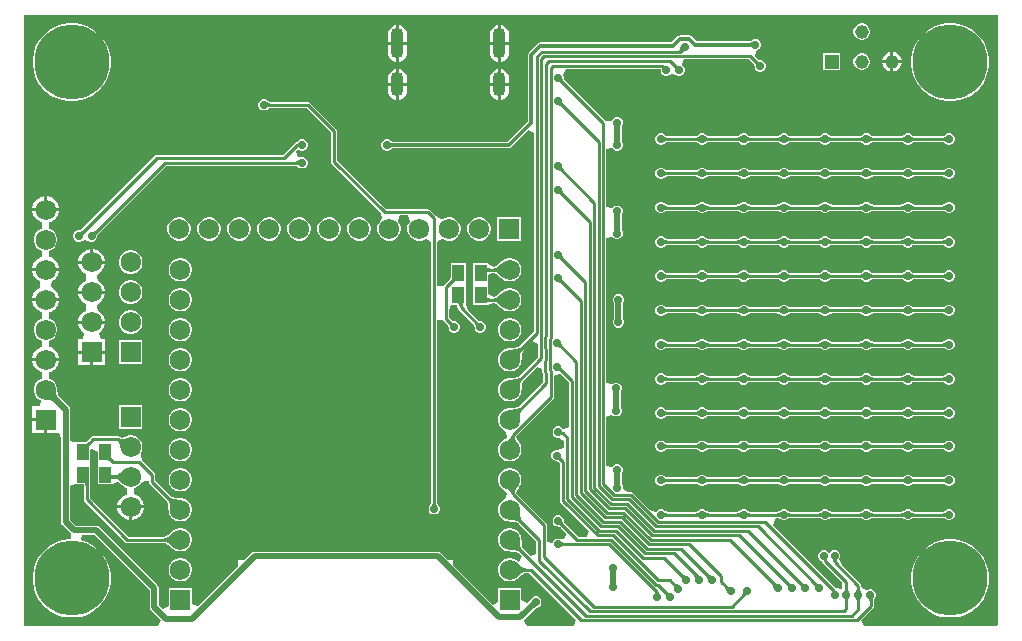
<source format=gbl>
G04*
G04 #@! TF.GenerationSoftware,Altium Limited,Altium Designer,25.3.3 (18)*
G04*
G04 Layer_Physical_Order=2*
G04 Layer_Color=16711680*
%FSLAX25Y25*%
%MOIN*%
G70*
G04*
G04 #@! TF.SameCoordinates,FAE4C2FF-6651-435E-A804-DF7E7BB8AC14*
G04*
G04*
G04 #@! TF.FilePolarity,Positive*
G04*
G01*
G75*
%ADD12C,0.01181*%
%ADD15C,0.01000*%
%ADD21R,0.03937X0.05512*%
%ADD58C,0.01968*%
%ADD59C,0.04547*%
%ADD60R,0.04547X0.04547*%
%ADD61O,0.04331X0.08268*%
%ADD62O,0.04331X0.10236*%
%ADD63C,0.06791*%
%ADD64R,0.06791X0.06791*%
%ADD65R,0.06791X0.06791*%
%ADD66C,0.25000*%
%ADD67C,0.02756*%
G36*
X343898Y293917D02*
X343821Y293988D01*
X343737Y294052D01*
X343646Y294108D01*
X343548Y294157D01*
X343443Y294198D01*
X343330Y294232D01*
X343211Y294258D01*
X343084Y294276D01*
X342951Y294288D01*
X342810Y294291D01*
Y295472D01*
X342951Y295476D01*
X343084Y295487D01*
X343211Y295506D01*
X343330Y295532D01*
X343443Y295566D01*
X343548Y295607D01*
X343646Y295656D01*
X343737Y295712D01*
X343821Y295775D01*
X343898Y295847D01*
Y293917D01*
D02*
G37*
G36*
X321246Y292717D02*
X321118Y292713D01*
X320993Y292700D01*
X320872Y292677D01*
X320754Y292645D01*
X320639Y292603D01*
X320529Y292551D01*
X320422Y292490D01*
X320318Y292419D01*
X320217Y292338D01*
X320121Y292248D01*
X319414Y292955D01*
X319504Y293052D01*
X319584Y293152D01*
X319655Y293256D01*
X319717Y293363D01*
X319768Y293474D01*
X319810Y293588D01*
X319843Y293706D01*
X319865Y293828D01*
X319878Y293952D01*
X319882Y294081D01*
X321246Y292717D01*
D02*
G37*
G36*
X345414Y289551D02*
X345515Y289471D01*
X345618Y289400D01*
X345726Y289339D01*
X345836Y289287D01*
X345951Y289245D01*
X346068Y289213D01*
X346190Y289190D01*
X346315Y289177D01*
X346443Y289173D01*
X345079Y287809D01*
X345075Y287937D01*
X345062Y288062D01*
X345039Y288183D01*
X345007Y288301D01*
X344965Y288416D01*
X344913Y288526D01*
X344852Y288634D01*
X344781Y288737D01*
X344701Y288838D01*
X344611Y288934D01*
X345318Y289641D01*
X345414Y289551D01*
D02*
G37*
G36*
X314219Y288065D02*
X314441Y287871D01*
X314503Y287826D01*
X314560Y287791D01*
X314610Y287766D01*
X314654Y287751D01*
X314692Y287745D01*
X314724Y287750D01*
X313825Y286851D01*
X313829Y286883D01*
X313824Y286921D01*
X313809Y286965D01*
X313783Y287015D01*
X313748Y287071D01*
X313703Y287134D01*
X313584Y287276D01*
X313426Y287442D01*
X314133Y288149D01*
X314219Y288065D01*
D02*
G37*
G36*
X318406Y288213D02*
X318507Y288132D01*
X318610Y288061D01*
X318718Y288000D01*
X318828Y287949D01*
X318942Y287907D01*
X319060Y287874D01*
X319182Y287852D01*
X319306Y287838D01*
X319435Y287835D01*
X318071Y286471D01*
X318067Y286599D01*
X318054Y286724D01*
X318031Y286845D01*
X317999Y286963D01*
X317957Y287077D01*
X317905Y287188D01*
X317844Y287295D01*
X317773Y287399D01*
X317693Y287499D01*
X317602Y287596D01*
X318310Y288303D01*
X318406Y288213D01*
D02*
G37*
G36*
X425591Y101575D02*
X425197Y101181D01*
X380997D01*
X380182Y103150D01*
X384186Y107153D01*
X384407Y107484D01*
X384484Y107874D01*
Y108874D01*
X384426Y109164D01*
Y109433D01*
X384448Y109481D01*
X384451Y109595D01*
X384459Y109693D01*
X384472Y109788D01*
X384490Y109881D01*
X384513Y109973D01*
X384541Y110063D01*
X384575Y110152D01*
X384613Y110241D01*
X384658Y110329D01*
X384715Y110428D01*
X384725Y110503D01*
X384949Y111044D01*
Y111791D01*
X384663Y112481D01*
X384135Y113009D01*
X383444Y113295D01*
X382697D01*
X382360Y113155D01*
X381865Y113054D01*
X381049Y113311D01*
X380153Y113940D01*
Y114567D01*
X380076Y114957D01*
X379855Y115288D01*
X373658Y121484D01*
X372852Y123346D01*
X373138Y124036D01*
Y124783D01*
X372852Y125473D01*
X372324Y126002D01*
X371633Y126287D01*
X370886D01*
X370196Y126002D01*
X369488Y125580D01*
X368780Y126002D01*
X368090Y126287D01*
X367343D01*
X366653Y126002D01*
X366125Y125473D01*
X365839Y124783D01*
Y124036D01*
X366125Y123346D01*
X366653Y122817D01*
X367083Y122639D01*
X367110Y122502D01*
X367332Y122171D01*
X373787Y115716D01*
X373656Y113579D01*
X371645Y113622D01*
X370079Y115189D01*
X370012Y115288D01*
X350852Y134448D01*
X351313Y136667D01*
X351892Y136981D01*
X352507Y137026D01*
X352733Y137021D01*
X352767Y137002D01*
X352832Y136957D01*
X352897Y136905D01*
X352975Y136831D01*
X353068Y136795D01*
X353267Y136597D01*
X353957Y136311D01*
X354704D01*
X355395Y136597D01*
X355593Y136795D01*
X355687Y136831D01*
X355765Y136905D01*
X355829Y136957D01*
X355894Y137002D01*
X355961Y137040D01*
X356031Y137072D01*
X356103Y137098D01*
X356180Y137119D01*
X356261Y137135D01*
X356348Y137144D01*
X356461Y137148D01*
X356507Y137169D01*
X365934D01*
X365980Y137148D01*
X366093Y137144D01*
X366180Y137135D01*
X366261Y137119D01*
X366338Y137098D01*
X366410Y137072D01*
X366479Y137040D01*
X366546Y137002D01*
X366612Y136957D01*
X366676Y136905D01*
X366754Y136831D01*
X366848Y136795D01*
X367046Y136597D01*
X367737Y136311D01*
X368484D01*
X369174Y136597D01*
X369373Y136795D01*
X369466Y136831D01*
X369544Y136905D01*
X369609Y136957D01*
X369674Y137002D01*
X369741Y137040D01*
X369810Y137072D01*
X369883Y137098D01*
X369959Y137119D01*
X370041Y137135D01*
X370128Y137144D01*
X370240Y137148D01*
X370287Y137169D01*
X379713D01*
X379760Y137148D01*
X379872Y137144D01*
X379959Y137135D01*
X380041Y137119D01*
X380117Y137098D01*
X380190Y137072D01*
X380259Y137040D01*
X380326Y137002D01*
X380391Y136957D01*
X380456Y136905D01*
X380534Y136831D01*
X380627Y136795D01*
X380826Y136597D01*
X381516Y136311D01*
X382263D01*
X382954Y136597D01*
X383152Y136795D01*
X383246Y136831D01*
X383324Y136905D01*
X383388Y136957D01*
X383453Y137002D01*
X383521Y137040D01*
X383590Y137072D01*
X383662Y137098D01*
X383739Y137119D01*
X383820Y137135D01*
X383907Y137144D01*
X384020Y137148D01*
X384066Y137169D01*
X393493D01*
X393539Y137148D01*
X393652Y137144D01*
X393739Y137135D01*
X393820Y137119D01*
X393897Y137099D01*
X393969Y137072D01*
X394039Y137040D01*
X394106Y137002D01*
X394171Y136957D01*
X394235Y136905D01*
X394313Y136831D01*
X394407Y136795D01*
X394605Y136597D01*
X395296Y136311D01*
X396043D01*
X396733Y136597D01*
X396932Y136795D01*
X397025Y136831D01*
X397104Y136905D01*
X397168Y136957D01*
X397233Y137002D01*
X397300Y137040D01*
X397369Y137072D01*
X397442Y137099D01*
X397518Y137119D01*
X397600Y137135D01*
X397687Y137144D01*
X397799Y137148D01*
X397846Y137169D01*
X407272D01*
X407319Y137148D01*
X407431Y137144D01*
X407518Y137135D01*
X407600Y137119D01*
X407676Y137099D01*
X407749Y137072D01*
X407818Y137040D01*
X407885Y137002D01*
X407950Y136957D01*
X408015Y136905D01*
X408093Y136831D01*
X408186Y136795D01*
X408385Y136597D01*
X409075Y136311D01*
X409822D01*
X410513Y136597D01*
X411041Y137125D01*
X411327Y137815D01*
Y138563D01*
X411041Y139253D01*
X410513Y139781D01*
X409822Y140067D01*
X409075D01*
X408385Y139781D01*
X408186Y139582D01*
X408093Y139547D01*
X408015Y139473D01*
X407950Y139421D01*
X407885Y139376D01*
X407818Y139338D01*
X407749Y139306D01*
X407676Y139279D01*
X407600Y139259D01*
X407518Y139243D01*
X407431Y139234D01*
X407319Y139230D01*
X407272Y139209D01*
X397846D01*
X397799Y139230D01*
X397687Y139234D01*
X397600Y139243D01*
X397518Y139259D01*
X397442Y139279D01*
X397369Y139306D01*
X397300Y139338D01*
X397233Y139376D01*
X397168Y139421D01*
X397104Y139473D01*
X397025Y139547D01*
X396932Y139582D01*
X396733Y139781D01*
X396043Y140067D01*
X395296D01*
X394605Y139781D01*
X394407Y139582D01*
X394313Y139547D01*
X394235Y139473D01*
X394171Y139421D01*
X394106Y139376D01*
X394039Y139338D01*
X393969Y139306D01*
X393897Y139279D01*
X393820Y139259D01*
X393739Y139243D01*
X393652Y139234D01*
X393539Y139230D01*
X393493Y139209D01*
X384066D01*
X384020Y139230D01*
X383907Y139234D01*
X383820Y139243D01*
X383739Y139259D01*
X383662Y139279D01*
X383590Y139306D01*
X383520Y139338D01*
X383453Y139376D01*
X383388Y139421D01*
X383324Y139473D01*
X383246Y139547D01*
X383152Y139582D01*
X382954Y139781D01*
X382263Y140067D01*
X381516D01*
X380826Y139781D01*
X380627Y139582D01*
X380534Y139547D01*
X380456Y139473D01*
X380391Y139421D01*
X380326Y139376D01*
X380259Y139338D01*
X380190Y139306D01*
X380117Y139279D01*
X380041Y139259D01*
X379959Y139243D01*
X379872Y139234D01*
X379760Y139230D01*
X379713Y139209D01*
X370287D01*
X370240Y139230D01*
X370128Y139234D01*
X370041Y139243D01*
X369959Y139259D01*
X369883Y139279D01*
X369810Y139306D01*
X369741Y139338D01*
X369674Y139376D01*
X369609Y139421D01*
X369544Y139473D01*
X369466Y139547D01*
X369373Y139582D01*
X369174Y139781D01*
X368484Y140067D01*
X367737D01*
X367046Y139781D01*
X366848Y139582D01*
X366754Y139547D01*
X366676Y139473D01*
X366612Y139421D01*
X366547Y139376D01*
X366480Y139338D01*
X366410Y139306D01*
X366338Y139279D01*
X366261Y139259D01*
X366180Y139243D01*
X366093Y139234D01*
X365980Y139230D01*
X365934Y139209D01*
X356507D01*
X356461Y139230D01*
X356348Y139234D01*
X356261Y139243D01*
X356180Y139259D01*
X356103Y139279D01*
X356031Y139306D01*
X355961Y139338D01*
X355894Y139376D01*
X355829Y139421D01*
X355765Y139473D01*
X355687Y139547D01*
X355593Y139582D01*
X355395Y139781D01*
X354704Y140067D01*
X353957D01*
X353267Y139781D01*
X353068Y139582D01*
X352975Y139547D01*
X352896Y139473D01*
X352832Y139421D01*
X352767Y139376D01*
X352700Y139338D01*
X352631Y139306D01*
X352558Y139279D01*
X352482Y139259D01*
X352400Y139243D01*
X352313Y139234D01*
X352201Y139230D01*
X352154Y139209D01*
X343121D01*
X343075Y139230D01*
X342962Y139234D01*
X342875Y139243D01*
X342794Y139259D01*
X342717Y139279D01*
X342645Y139306D01*
X342576Y139338D01*
X342509Y139376D01*
X342443Y139421D01*
X342379Y139473D01*
X342301Y139547D01*
X342207Y139582D01*
X342009Y139781D01*
X341318Y140067D01*
X340571D01*
X339881Y139781D01*
X339683Y139582D01*
X339589Y139547D01*
X339511Y139473D01*
X339446Y139421D01*
X339381Y139376D01*
X339314Y139338D01*
X339245Y139306D01*
X339172Y139279D01*
X339096Y139259D01*
X339015Y139243D01*
X338927Y139234D01*
X338815Y139230D01*
X338768Y139209D01*
X329342D01*
X329295Y139230D01*
X329183Y139234D01*
X329096Y139243D01*
X329014Y139259D01*
X328938Y139279D01*
X328865Y139306D01*
X328796Y139338D01*
X328729Y139376D01*
X328664Y139421D01*
X328600Y139473D01*
X328521Y139547D01*
X328428Y139582D01*
X328229Y139781D01*
X327539Y140067D01*
X326792D01*
X326102Y139781D01*
X325903Y139582D01*
X325809Y139547D01*
X325731Y139473D01*
X325667Y139421D01*
X325602Y139376D01*
X325535Y139338D01*
X325465Y139306D01*
X325393Y139279D01*
X325317Y139259D01*
X325235Y139243D01*
X325148Y139234D01*
X325036Y139230D01*
X324989Y139209D01*
X315562D01*
X315516Y139230D01*
X315403Y139234D01*
X315316Y139243D01*
X315235Y139259D01*
X315158Y139279D01*
X315086Y139306D01*
X315017Y139338D01*
X314950Y139376D01*
X314884Y139421D01*
X314820Y139473D01*
X314742Y139547D01*
X314648Y139582D01*
X314450Y139781D01*
X313759Y140067D01*
X313012D01*
X312322Y139781D01*
X311794Y139253D01*
X309879Y139775D01*
X304086Y145567D01*
X303756Y145788D01*
X303365Y145866D01*
X302420D01*
X300697Y146851D01*
Y147598D01*
X300411Y148288D01*
X300332Y148367D01*
Y152007D01*
X300411Y152086D01*
X300697Y152776D01*
Y153523D01*
X300411Y154213D01*
X299883Y154742D01*
X299193Y155028D01*
X298445D01*
X297755Y154742D01*
X297227Y154213D01*
X297197Y154141D01*
X295228Y154532D01*
Y170804D01*
X295490Y170961D01*
X297197Y171407D01*
X297361Y171243D01*
X298052Y170957D01*
X298799D01*
X299489Y171243D01*
X300017Y171771D01*
X300303Y172461D01*
Y173208D01*
X300017Y173898D01*
X299939Y173977D01*
Y179173D01*
X300017Y179251D01*
X300303Y179941D01*
Y180689D01*
X300017Y181379D01*
X299489Y181907D01*
X298799Y182193D01*
X298052D01*
X297361Y181907D01*
X297197Y181742D01*
X295490Y182188D01*
X295228Y182346D01*
Y230507D01*
X297197Y230899D01*
X297227Y230826D01*
X297755Y230298D01*
X298445Y230012D01*
X299193D01*
X299883Y230298D01*
X300411Y230826D01*
X300697Y231516D01*
Y232263D01*
X300411Y232954D01*
X300332Y233032D01*
Y238228D01*
X300411Y238306D01*
X300697Y238997D01*
Y239744D01*
X300411Y240434D01*
X299883Y240962D01*
X299193Y241248D01*
X298445D01*
X297755Y240962D01*
X297227Y240434D01*
X297197Y240361D01*
X295228Y240753D01*
Y260049D01*
X297197Y260440D01*
X297237Y260344D01*
X297765Y259815D01*
X298455Y259529D01*
X299202D01*
X299892Y259815D01*
X300421Y260344D01*
X300707Y261034D01*
Y261781D01*
X300421Y262471D01*
X300342Y262550D01*
Y267745D01*
X300421Y267824D01*
X300707Y268514D01*
Y269261D01*
X300421Y269952D01*
X299892Y270480D01*
X299202Y270766D01*
X298455D01*
X297765Y270480D01*
X297237Y269952D01*
X297077Y269565D01*
X295864Y269319D01*
X295024Y269363D01*
X294930Y269504D01*
X281394Y283040D01*
X281376Y283088D01*
X281299Y283170D01*
X281244Y283239D01*
X281198Y283307D01*
X281158Y283376D01*
X281126Y283446D01*
X281099Y283518D01*
X281079Y283592D01*
X281064Y283670D01*
X281056Y283752D01*
X281053Y283859D01*
X281012Y283951D01*
Y284232D01*
X280726Y284922D01*
X281656Y286776D01*
X313261D01*
Y286062D01*
X313547Y285372D01*
X314075Y284844D01*
X314766Y284558D01*
X315513D01*
X316203Y284844D01*
X317283Y285203D01*
X318385Y284865D01*
X318385Y284865D01*
X318474Y284828D01*
X319075Y284579D01*
X319822D01*
X320512Y284865D01*
X321041Y285393D01*
X321326Y286083D01*
Y286830D01*
X321041Y287521D01*
X320530Y288032D01*
X320531Y288133D01*
X320946Y290000D01*
X342810D01*
X344197Y288613D01*
X344215Y288565D01*
X344291Y288483D01*
X344346Y288415D01*
X344393Y288346D01*
X344432Y288277D01*
X344465Y288208D01*
X344491Y288136D01*
X344512Y288062D01*
X344526Y287984D01*
X344535Y287902D01*
X344538Y287794D01*
X344579Y287703D01*
Y287422D01*
X344865Y286732D01*
X345393Y286203D01*
X346083Y285917D01*
X346830D01*
X347520Y286203D01*
X348049Y286732D01*
X348335Y287422D01*
Y288169D01*
X348049Y288859D01*
X347520Y289387D01*
X346830Y289673D01*
X346549D01*
X346458Y289714D01*
X346350Y289717D01*
X346268Y289726D01*
X346190Y289740D01*
X346116Y289761D01*
X346044Y289787D01*
X345974Y289820D01*
X345906Y289859D01*
X345837Y289906D01*
X345769Y289961D01*
X345687Y290037D01*
X345639Y290055D01*
X344658Y291035D01*
X345041Y292298D01*
X345410Y293068D01*
X345946Y293290D01*
X346474Y293818D01*
X346760Y294508D01*
Y295255D01*
X346474Y295946D01*
X345946Y296474D01*
X345255Y296760D01*
X344508D01*
X343818Y296474D01*
X343622Y296277D01*
X343530Y296244D01*
X343473Y296191D01*
X343431Y296159D01*
X343383Y296130D01*
X343329Y296102D01*
X343266Y296078D01*
X343194Y296057D01*
X343113Y296039D01*
X343022Y296025D01*
X342921Y296017D01*
X342796Y296013D01*
X342752Y295994D01*
X325264D01*
X323621Y297637D01*
X323260Y297878D01*
X322835Y297962D01*
X322835Y297962D01*
X319685D01*
X319685Y297962D01*
X319260Y297878D01*
X318899Y297637D01*
X318899Y297637D01*
X316862Y295600D01*
X273228D01*
X272803Y295515D01*
X272442Y295274D01*
X269292Y292125D01*
X269052Y291764D01*
X268967Y291339D01*
X268967Y291338D01*
Y269358D01*
X262138Y262529D01*
X224178D01*
X224133Y262549D01*
X224008Y262552D01*
X223907Y262561D01*
X223816Y262574D01*
X223735Y262592D01*
X223663Y262614D01*
X223600Y262638D01*
X223546Y262665D01*
X223498Y262694D01*
X223456Y262726D01*
X223399Y262779D01*
X223307Y262813D01*
X223111Y263009D01*
X222421Y263295D01*
X221674D01*
X220984Y263009D01*
X220455Y262481D01*
X220169Y261791D01*
Y261044D01*
X220455Y260353D01*
X220984Y259825D01*
X221674Y259539D01*
X222421D01*
X223111Y259825D01*
X223307Y260022D01*
X223399Y260055D01*
X223456Y260108D01*
X223498Y260140D01*
X223546Y260170D01*
X223600Y260197D01*
X223663Y260221D01*
X223735Y260243D01*
X223816Y260261D01*
X223907Y260274D01*
X224008Y260282D01*
X224133Y260286D01*
X224178Y260305D01*
X262598D01*
X262598Y260305D01*
X263024Y260390D01*
X263385Y260631D01*
X269059Y266305D01*
X271028Y265490D01*
Y199320D01*
X266145Y194437D01*
X266103Y194424D01*
X265955Y194297D01*
X265800Y194200D01*
X265603Y194107D01*
X265362Y194021D01*
X265077Y193946D01*
X264750Y193884D01*
X264386Y193836D01*
X263515Y193782D01*
X263023Y193779D01*
X262926Y193738D01*
X262479D01*
X261489Y193473D01*
X260600Y192960D01*
X259875Y192235D01*
X259362Y191346D01*
X259097Y190355D01*
Y189330D01*
X259362Y188339D01*
X259875Y187451D01*
X260600Y186725D01*
X261489Y186212D01*
X262479Y185947D01*
X263505D01*
X264496Y186212D01*
X265384Y186725D01*
X266109Y187451D01*
X266622Y188339D01*
X266888Y189330D01*
Y189776D01*
X266929Y189873D01*
X266932Y190366D01*
X266985Y191237D01*
X267033Y191600D01*
X267096Y191928D01*
X267171Y192212D01*
X267257Y192454D01*
X267350Y192651D01*
X267447Y192805D01*
X267573Y192954D01*
X267587Y192995D01*
X270523Y195932D01*
X272342Y195178D01*
Y193048D01*
X272420Y192657D01*
X272528Y192496D01*
Y190820D01*
X266145Y184437D01*
X266103Y184424D01*
X265955Y184297D01*
X265800Y184200D01*
X265603Y184107D01*
X265362Y184021D01*
X265077Y183946D01*
X264750Y183884D01*
X264386Y183836D01*
X263515Y183782D01*
X263023Y183779D01*
X262926Y183738D01*
X262479D01*
X261489Y183473D01*
X260600Y182960D01*
X259875Y182235D01*
X259362Y181346D01*
X259097Y180355D01*
Y179330D01*
X259362Y178339D01*
X259875Y177451D01*
X260600Y176725D01*
X261489Y176212D01*
X262479Y175947D01*
X263505D01*
X264496Y176212D01*
X265384Y176725D01*
X266109Y177451D01*
X266622Y178339D01*
X266888Y179330D01*
Y179776D01*
X266929Y179873D01*
X266932Y180366D01*
X266985Y181237D01*
X267033Y181600D01*
X267096Y181928D01*
X267171Y182212D01*
X267257Y182454D01*
X267350Y182651D01*
X267447Y182805D01*
X267573Y182954D01*
X267587Y182995D01*
X272023Y187432D01*
X273842Y186679D01*
Y185695D01*
X273920Y185305D01*
X274141Y184974D01*
X274177Y184937D01*
Y182470D01*
X266145Y174437D01*
X266103Y174424D01*
X265955Y174297D01*
X265800Y174200D01*
X265603Y174107D01*
X265362Y174021D01*
X265077Y173946D01*
X264750Y173884D01*
X264386Y173836D01*
X263515Y173782D01*
X263023Y173779D01*
X262926Y173738D01*
X262479D01*
X261489Y173473D01*
X260600Y172960D01*
X259875Y172234D01*
X259362Y171346D01*
X259097Y170355D01*
Y169330D01*
X259362Y168339D01*
X259875Y167450D01*
X260600Y166725D01*
X261489Y166212D01*
X262065Y164442D01*
X261914Y164116D01*
X261501Y163476D01*
X261489Y163473D01*
X260600Y162960D01*
X259875Y162234D01*
X259362Y161346D01*
X259097Y160355D01*
Y159330D01*
X259362Y158339D01*
X259875Y157450D01*
X260600Y156725D01*
X261489Y156212D01*
X262479Y155947D01*
X263505D01*
X264496Y156212D01*
X265384Y156725D01*
X266109Y157450D01*
X266622Y158339D01*
X266888Y159330D01*
Y160355D01*
X266622Y161346D01*
X266241Y162006D01*
X266238Y162059D01*
X266206Y162087D01*
X266197Y162128D01*
X265988Y162432D01*
X265640Y163017D01*
X265506Y163286D01*
X265392Y163551D01*
X265300Y163806D01*
X265230Y164052D01*
X265180Y164289D01*
X265171Y164363D01*
X277418Y176610D01*
X277639Y176941D01*
X277716Y177331D01*
Y184268D01*
X278084Y184599D01*
X279826Y185238D01*
X279843Y185235D01*
X282689Y182389D01*
Y167435D01*
X282203Y167116D01*
X280752Y166817D01*
X280721Y166817D01*
X280198Y167340D01*
X279507Y167626D01*
X278760D01*
X278070Y167340D01*
X277542Y166812D01*
X277256Y166122D01*
Y165375D01*
X277542Y164684D01*
X278070Y164156D01*
X278760Y163870D01*
X279507D01*
X280974Y162741D01*
X281057Y160727D01*
X280793Y160462D01*
X279221Y159707D01*
X279113Y159752D01*
X278366D01*
X277676Y159466D01*
X277148Y158938D01*
X276862Y158247D01*
Y157500D01*
X277148Y156810D01*
X277676Y156282D01*
X278366Y155996D01*
X278541D01*
X278610Y155959D01*
X278720Y155949D01*
X278807Y155935D01*
X278890Y155915D01*
X278969Y155890D01*
X279045Y155859D01*
X279119Y155822D01*
X279191Y155779D01*
X279262Y155729D01*
X279332Y155672D01*
X279414Y155595D01*
X279463Y155577D01*
X279689Y155350D01*
Y142880D01*
X279767Y142490D01*
X279988Y142159D01*
X289462Y132685D01*
X288708Y130866D01*
X285879D01*
X281392Y135353D01*
X281374Y135401D01*
X281297Y135484D01*
X281243Y135552D01*
X281196Y135620D01*
X281156Y135689D01*
X281124Y135759D01*
X281098Y135831D01*
X281077Y135905D01*
X281063Y135983D01*
X281054Y136065D01*
X281051Y136172D01*
X281010Y136264D01*
Y136545D01*
X280724Y137235D01*
X280196Y137763D01*
X279506Y138049D01*
X278759D01*
X278068Y137763D01*
X277540Y137235D01*
X277254Y136545D01*
Y135798D01*
X277540Y135108D01*
X278068Y134579D01*
X278759Y134293D01*
X279039D01*
X279131Y134253D01*
X279239Y134250D01*
X279321Y134241D01*
X279398Y134226D01*
X279473Y134206D01*
X279544Y134180D01*
X279614Y134147D01*
X279683Y134108D01*
X279751Y134061D01*
X279820Y134006D01*
X279902Y133929D01*
X279950Y133911D01*
X281783Y132079D01*
X281776Y131310D01*
X281075Y130002D01*
X280269Y129944D01*
X280105Y129977D01*
X279507Y130224D01*
X278760D01*
X278070Y129938D01*
X277542Y129410D01*
X277256Y128720D01*
X275429Y129062D01*
Y134642D01*
X275351Y135032D01*
X275130Y135363D01*
X265171Y145322D01*
X265180Y145396D01*
X265230Y145633D01*
X265300Y145879D01*
X265392Y146134D01*
X265506Y146399D01*
X265640Y146668D01*
X265988Y147253D01*
X266197Y147557D01*
X266206Y147598D01*
X266238Y147626D01*
X266241Y147679D01*
X266622Y148339D01*
X266888Y149330D01*
Y150355D01*
X266622Y151346D01*
X266109Y152234D01*
X265384Y152960D01*
X264496Y153473D01*
X263505Y153738D01*
X262479D01*
X261489Y153473D01*
X260600Y152960D01*
X259875Y152234D01*
X259362Y151346D01*
X259097Y150355D01*
Y149330D01*
X259362Y148339D01*
X259875Y147450D01*
X260600Y146725D01*
X261489Y146212D01*
X261501Y146209D01*
X261914Y145569D01*
X262065Y145243D01*
X261489Y143473D01*
X260600Y142960D01*
X259875Y142235D01*
X259362Y141346D01*
X259097Y140355D01*
Y139330D01*
X259362Y138339D01*
X259875Y137451D01*
X260600Y136725D01*
X261489Y136212D01*
X262479Y135947D01*
X262865D01*
X262959Y135906D01*
X263455Y135895D01*
X264333Y135829D01*
X264700Y135776D01*
X265030Y135710D01*
X265316Y135632D01*
X265559Y135544D01*
X265757Y135450D01*
X265911Y135353D01*
X266058Y135228D01*
X266099Y135215D01*
X271815Y129499D01*
Y125245D01*
X269847Y124430D01*
X267587Y126690D01*
X267573Y126731D01*
X267447Y126880D01*
X267350Y127034D01*
X267257Y127231D01*
X267171Y127473D01*
X267096Y127758D01*
X267033Y128085D01*
X266985Y128448D01*
X266932Y129319D01*
X266929Y129812D01*
X266888Y129909D01*
Y130355D01*
X266622Y131346D01*
X266109Y132235D01*
X265384Y132960D01*
X264496Y133473D01*
X263505Y133738D01*
X262479D01*
X261489Y133473D01*
X260600Y132960D01*
X259875Y132235D01*
X259362Y131346D01*
X259097Y130355D01*
Y129330D01*
X259362Y128339D01*
X259875Y127451D01*
X260600Y126725D01*
X261489Y126212D01*
X262479Y125947D01*
X262926D01*
X263023Y125906D01*
X263515Y125903D01*
X264386Y125849D01*
X264750Y125801D01*
X265077Y125739D01*
X265362Y125664D01*
X265603Y125578D01*
X265800Y125485D01*
X265955Y125388D01*
X266103Y125261D01*
X266145Y125248D01*
X266983Y124410D01*
X266983Y124392D01*
X266089Y122520D01*
X265858Y122544D01*
X265797Y122604D01*
X265700Y122644D01*
X265384Y122960D01*
X264496Y123473D01*
X263505Y123738D01*
X262479D01*
X261489Y123473D01*
X260600Y122960D01*
X259875Y122234D01*
X259362Y121346D01*
X259097Y120355D01*
Y119330D01*
X259362Y118339D01*
X259875Y117450D01*
X260600Y116725D01*
X261489Y116212D01*
X262479Y115947D01*
X263505D01*
X264496Y116212D01*
X265384Y116725D01*
X265700Y117041D01*
X265797Y117081D01*
X266148Y117427D01*
X266802Y118005D01*
X267092Y118228D01*
X267368Y118415D01*
X267623Y118563D01*
X267854Y118673D01*
X268059Y118747D01*
X268237Y118787D01*
X268432Y118803D01*
X268470Y118823D01*
X269499D01*
X285172Y103150D01*
X284357Y101181D01*
X268626D01*
X268117Y102021D01*
X267888Y103150D01*
X271916Y107177D01*
X272027D01*
X272717Y107463D01*
X273246Y107991D01*
X273532Y108682D01*
Y109429D01*
X273246Y110119D01*
X272717Y110647D01*
X272027Y110933D01*
X271280D01*
X270590Y110647D01*
X270061Y110119D01*
X269776Y109429D01*
X268794Y108852D01*
X266888Y109816D01*
Y113738D01*
X259097D01*
Y109002D01*
X257278Y108248D01*
X244094Y121432D01*
Y123228D01*
X242298D01*
X240047Y125479D01*
X239556Y125808D01*
X238976Y125923D01*
X238976Y125923D01*
X177953D01*
X177953Y125923D01*
X177374Y125808D01*
X176883Y125479D01*
X176883Y125479D01*
X174632Y123228D01*
X172441D01*
Y121038D01*
X159014Y107611D01*
X157045Y108426D01*
Y113738D01*
X149254D01*
Y107639D01*
X147470Y106900D01*
X146002Y108111D01*
Y113779D01*
X145886Y114359D01*
X145558Y114850D01*
X145558Y114850D01*
X126267Y134141D01*
X125776Y134469D01*
X125197Y134584D01*
X125197Y134584D01*
X118343D01*
X116474Y136454D01*
Y147735D01*
X118201Y148319D01*
X118442Y148319D01*
X120946D01*
X120953Y148301D01*
X120973Y148227D01*
X120990Y148123D01*
X121002Y147990D01*
X121006Y147817D01*
X121028Y147769D01*
Y143307D01*
X121105Y142917D01*
X121326Y142586D01*
X134791Y129122D01*
X135122Y128901D01*
X135512Y128823D01*
X147671D01*
X147710Y128803D01*
X147905Y128787D01*
X148082Y128747D01*
X148288Y128673D01*
X148519Y128563D01*
X148774Y128415D01*
X149049Y128228D01*
X149340Y128005D01*
X149994Y127427D01*
X150344Y127081D01*
X150442Y127041D01*
X150758Y126725D01*
X151646Y126212D01*
X152637Y125947D01*
X153663D01*
X154653Y126212D01*
X155542Y126725D01*
X156267Y127451D01*
X156780Y128339D01*
X157045Y129330D01*
Y130355D01*
X156780Y131346D01*
X156267Y132235D01*
X155542Y132960D01*
X154653Y133473D01*
X153663Y133738D01*
X152637D01*
X151646Y133473D01*
X150758Y132960D01*
X150442Y132644D01*
X150344Y132604D01*
X149994Y132258D01*
X149340Y131680D01*
X149049Y131457D01*
X148774Y131270D01*
X148519Y131122D01*
X148288Y131012D01*
X148082Y130938D01*
X147905Y130898D01*
X147710Y130882D01*
X147671Y130862D01*
X135934D01*
X123067Y143729D01*
Y147771D01*
X123088Y147820D01*
X123098Y148319D01*
X123138D01*
X123167Y148827D01*
X123138Y148899D01*
Y153831D01*
X123138Y155315D01*
X123138Y156799D01*
Y159592D01*
X123713Y160079D01*
X125679Y159167D01*
X125681Y159163D01*
Y156799D01*
X125681Y155799D01*
X125681D01*
Y154831D01*
X125681D01*
Y148319D01*
X130618D01*
Y148319D01*
X131277Y148742D01*
X132173Y149054D01*
X132587Y149117D01*
X132805Y148950D01*
X133458Y148372D01*
X133809Y148026D01*
X133907Y147986D01*
X134222Y147670D01*
X135110Y147157D01*
X135454Y147065D01*
Y145027D01*
X134917Y144884D01*
X133915Y144305D01*
X133097Y143486D01*
X132518Y142484D01*
X132219Y141366D01*
Y141287D01*
X136614D01*
X141010D01*
Y141366D01*
X140710Y142484D01*
X140132Y143486D01*
X139313Y144305D01*
X138311Y144884D01*
X137774Y145027D01*
Y147065D01*
X138118Y147157D01*
X139006Y147670D01*
X139732Y148395D01*
X139952Y148776D01*
X141544Y149454D01*
X142356Y149560D01*
X142681Y149348D01*
Y149196D01*
X142759Y148806D01*
X142980Y148475D01*
X146258Y145196D01*
X146546Y145004D01*
X148555Y142995D01*
X148568Y142954D01*
X148695Y142805D01*
X148792Y142651D01*
X148885Y142454D01*
X148971Y142212D01*
X149046Y141928D01*
X149108Y141600D01*
X149156Y141237D01*
X149210Y140366D01*
X149213Y139873D01*
X149254Y139776D01*
Y139330D01*
X149519Y138339D01*
X150032Y137451D01*
X150758Y136725D01*
X151646Y136212D01*
X152637Y135947D01*
X153663D01*
X154653Y136212D01*
X155542Y136725D01*
X156267Y137451D01*
X156780Y138339D01*
X157045Y139330D01*
Y140355D01*
X156780Y141346D01*
X156267Y142235D01*
X155542Y142960D01*
X154653Y143473D01*
X153663Y143738D01*
X153216D01*
X153119Y143779D01*
X152627Y143782D01*
X151755Y143836D01*
X151392Y143884D01*
X151065Y143946D01*
X150780Y144021D01*
X150539Y144107D01*
X150341Y144200D01*
X150187Y144297D01*
X150038Y144424D01*
X149997Y144437D01*
X147796Y146638D01*
X147508Y146830D01*
X144720Y149618D01*
Y151575D01*
X144643Y151965D01*
X144422Y152296D01*
X140419Y156299D01*
X140235Y156483D01*
X140235Y156483D01*
X139908Y157723D01*
X139913Y158709D01*
X140244Y159284D01*
X140510Y160275D01*
Y161300D01*
X140244Y162291D01*
X139732Y163179D01*
X139006Y163905D01*
X138118Y164418D01*
X137127Y164683D01*
X136101D01*
X135110Y164418D01*
X134727Y164196D01*
X134672Y164199D01*
X134635Y164167D01*
X134586Y164161D01*
X134363Y164038D01*
X134177Y163955D01*
X134009Y163901D01*
X133861Y163873D01*
X133731Y163866D01*
X133616Y163878D01*
X133509Y163907D01*
X133404Y163955D01*
X133297Y164025D01*
X133160Y164146D01*
X133061Y164179D01*
X132839Y164328D01*
X132449Y164405D01*
X124213D01*
X123822Y164328D01*
X123492Y164107D01*
X122302Y162917D01*
X122253Y162899D01*
X122123Y162775D01*
X122005Y162675D01*
X121891Y162589D01*
X121782Y162518D01*
X121677Y162460D01*
X121576Y162415D01*
X121481Y162382D01*
X121388Y162359D01*
X121299Y162345D01*
X121185Y162339D01*
X121124Y162311D01*
X118442D01*
X118201Y162311D01*
X116474Y162894D01*
Y173228D01*
X116359Y173808D01*
X116031Y174298D01*
X116031Y174299D01*
X113112Y177217D01*
X113102Y177243D01*
X112919Y177445D01*
X112770Y177643D01*
X112638Y177857D01*
X112523Y178088D01*
X112425Y178337D01*
X112344Y178606D01*
X112281Y178894D01*
X112237Y179203D01*
X112211Y179532D01*
X112204Y179897D01*
X112163Y179991D01*
Y180434D01*
X111898Y181425D01*
X111385Y182313D01*
X110660Y183039D01*
X109771Y183551D01*
X109428Y183643D01*
Y185681D01*
X109964Y185825D01*
X110967Y186404D01*
X111785Y187222D01*
X112364Y188225D01*
X112663Y189343D01*
Y189421D01*
X108268D01*
X103872D01*
Y189343D01*
X104172Y188225D01*
X104750Y187222D01*
X105569Y186404D01*
X106571Y185825D01*
X107107Y185681D01*
Y183643D01*
X106764Y183551D01*
X105876Y183039D01*
X105150Y182313D01*
X104638Y181425D01*
X104372Y180434D01*
Y179408D01*
X104638Y178418D01*
X105150Y177529D01*
X105876Y176804D01*
X106764Y176291D01*
X106785Y176285D01*
X106526Y174317D01*
X103872D01*
Y170421D01*
X108268D01*
Y169921D01*
X108768D01*
Y165526D01*
X112663D01*
X113447Y163882D01*
Y135827D01*
X113447Y135827D01*
X113563Y135248D01*
X113891Y134757D01*
X116646Y132001D01*
X116801Y131898D01*
X116626Y130329D01*
X116473Y129929D01*
X115906D01*
X113885Y129609D01*
X111939Y128977D01*
X110116Y128048D01*
X108460Y126845D01*
X107013Y125398D01*
X105810Y123743D01*
X104882Y121919D01*
X104249Y119973D01*
X103929Y117952D01*
Y115906D01*
X104249Y113885D01*
X104882Y111939D01*
X105810Y110116D01*
X107013Y108460D01*
X108460Y107013D01*
X110116Y105810D01*
X111939Y104882D01*
X113885Y104249D01*
X115906Y103929D01*
X117952D01*
X119973Y104249D01*
X121919Y104882D01*
X123743Y105810D01*
X125398Y107013D01*
X126845Y108460D01*
X128048Y110116D01*
X128977Y111939D01*
X129609Y113885D01*
X129929Y115906D01*
Y117952D01*
X129609Y119973D01*
X128977Y121919D01*
X128048Y123743D01*
X126845Y125398D01*
X125398Y126845D01*
X123743Y128048D01*
X121919Y128977D01*
X119973Y129609D01*
X120254Y131558D01*
X124570D01*
X142975Y113153D01*
Y107480D01*
X142975Y107480D01*
X143090Y106901D01*
X143418Y106410D01*
X146679Y103150D01*
X145863Y101181D01*
X101181D01*
Y304724D01*
X425591D01*
Y101575D01*
D02*
G37*
G36*
X280515Y283716D02*
X280528Y283591D01*
X280551Y283470D01*
X280584Y283352D01*
X280626Y283238D01*
X280677Y283127D01*
X280738Y283020D01*
X280809Y282916D01*
X280890Y282816D01*
X280980Y282719D01*
X280273Y282012D01*
X280176Y282102D01*
X280076Y282183D01*
X279972Y282254D01*
X279865Y282315D01*
X279754Y282367D01*
X279640Y282409D01*
X279522Y282441D01*
X279401Y282464D01*
X279276Y282477D01*
X279148Y282480D01*
X280512Y283844D01*
X280515Y283716D01*
D02*
G37*
G36*
Y275842D02*
X280528Y275717D01*
X280551Y275596D01*
X280584Y275478D01*
X280626Y275364D01*
X280677Y275253D01*
X280738Y275146D01*
X280809Y275042D01*
X280890Y274942D01*
X280980Y274845D01*
X280273Y274138D01*
X280176Y274228D01*
X280076Y274309D01*
X279972Y274380D01*
X279865Y274441D01*
X279754Y274493D01*
X279640Y274535D01*
X279522Y274567D01*
X279401Y274590D01*
X279276Y274603D01*
X279148Y274606D01*
X280512Y275970D01*
X280515Y275842D01*
D02*
G37*
G36*
X223108Y262311D02*
X223192Y262247D01*
X223283Y262191D01*
X223381Y262142D01*
X223486Y262101D01*
X223599Y262068D01*
X223718Y262041D01*
X223845Y262023D01*
X223978Y262012D01*
X224119Y262008D01*
Y260827D01*
X223978Y260823D01*
X223845Y260812D01*
X223718Y260793D01*
X223599Y260767D01*
X223486Y260733D01*
X223381Y260692D01*
X223283Y260644D01*
X223192Y260587D01*
X223108Y260524D01*
X223031Y260453D01*
Y262382D01*
X223108Y262311D01*
D02*
G37*
G36*
X280515Y254189D02*
X280528Y254064D01*
X280551Y253942D01*
X280584Y253825D01*
X280626Y253710D01*
X280677Y253600D01*
X280738Y253492D01*
X280809Y253389D01*
X280890Y253288D01*
X280980Y253192D01*
X280273Y252485D01*
X280176Y252575D01*
X280076Y252655D01*
X279972Y252726D01*
X279865Y252787D01*
X279754Y252839D01*
X279640Y252881D01*
X279522Y252913D01*
X279401Y252936D01*
X279276Y252949D01*
X279148Y252953D01*
X280512Y254317D01*
X280515Y254189D01*
D02*
G37*
G36*
Y246315D02*
X280528Y246190D01*
X280551Y246068D01*
X280584Y245951D01*
X280626Y245836D01*
X280677Y245726D01*
X280738Y245618D01*
X280809Y245515D01*
X280890Y245414D01*
X280980Y245318D01*
X280273Y244611D01*
X280176Y244701D01*
X280076Y244781D01*
X279972Y244852D01*
X279865Y244913D01*
X279754Y244965D01*
X279640Y245007D01*
X279522Y245039D01*
X279401Y245062D01*
X279276Y245075D01*
X279148Y245079D01*
X280512Y246443D01*
X280515Y246315D01*
D02*
G37*
G36*
Y224661D02*
X280528Y224536D01*
X280551Y224415D01*
X280584Y224297D01*
X280626Y224183D01*
X280677Y224072D01*
X280738Y223965D01*
X280809Y223861D01*
X280890Y223761D01*
X280980Y223664D01*
X280273Y222957D01*
X280176Y223047D01*
X280076Y223128D01*
X279972Y223199D01*
X279865Y223260D01*
X279754Y223311D01*
X279640Y223354D01*
X279522Y223386D01*
X279401Y223409D01*
X279276Y223422D01*
X279148Y223425D01*
X280512Y224789D01*
X280515Y224661D01*
D02*
G37*
G36*
Y216787D02*
X280528Y216662D01*
X280551Y216541D01*
X280584Y216423D01*
X280626Y216309D01*
X280677Y216198D01*
X280738Y216091D01*
X280809Y215987D01*
X280890Y215887D01*
X280980Y215790D01*
X280273Y215083D01*
X280176Y215173D01*
X280076Y215254D01*
X279972Y215324D01*
X279865Y215386D01*
X279754Y215437D01*
X279640Y215479D01*
X279522Y215512D01*
X279401Y215535D01*
X279276Y215548D01*
X279148Y215551D01*
X280512Y216915D01*
X280515Y216787D01*
D02*
G37*
G36*
X280120Y195414D02*
X280156Y195291D01*
X280198Y195172D01*
X280246Y195056D01*
X280301Y194944D01*
X280364Y194835D01*
X280432Y194731D01*
X280508Y194629D01*
X280590Y194532D01*
X280679Y194438D01*
X280130Y193573D01*
X280031Y193664D01*
X279929Y193743D01*
X279826Y193810D01*
X279720Y193864D01*
X279611Y193906D01*
X279500Y193935D01*
X279387Y193952D01*
X279271Y193957D01*
X279153Y193949D01*
X279032Y193929D01*
X280092Y195541D01*
X280120Y195414D01*
D02*
G37*
G36*
X267161Y193305D02*
X267009Y193126D01*
X266874Y192912D01*
X266756Y192660D01*
X266653Y192372D01*
X266568Y192048D01*
X266499Y191686D01*
X266446Y191289D01*
X266391Y190384D01*
X266388Y189876D01*
X263026Y193238D01*
X263533Y193241D01*
X264438Y193297D01*
X264836Y193349D01*
X265197Y193418D01*
X265522Y193504D01*
X265810Y193606D01*
X266061Y193725D01*
X266276Y193860D01*
X266454Y194012D01*
X267161Y193305D01*
D02*
G37*
G36*
X280121Y187529D02*
X280156Y187405D01*
X280197Y187286D01*
X280245Y187170D01*
X280300Y187057D01*
X280362Y186949D01*
X280430Y186844D01*
X280505Y186742D01*
X280587Y186645D01*
X280676Y186550D01*
X280120Y185692D01*
X280022Y185783D01*
X279920Y185863D01*
X279817Y185929D01*
X279710Y185984D01*
X279602Y186026D01*
X279490Y186056D01*
X279377Y186074D01*
X279261Y186079D01*
X279142Y186072D01*
X279021Y186052D01*
X280094Y187656D01*
X280121Y187529D01*
D02*
G37*
G36*
X267161Y183305D02*
X267009Y183126D01*
X266874Y182912D01*
X266756Y182660D01*
X266653Y182372D01*
X266568Y182048D01*
X266499Y181686D01*
X266446Y181289D01*
X266391Y180384D01*
X266388Y179876D01*
X263026Y183238D01*
X263533Y183241D01*
X264438Y183297D01*
X264836Y183349D01*
X265197Y183418D01*
X265522Y183504D01*
X265810Y183606D01*
X266061Y183725D01*
X266276Y183860D01*
X266454Y184012D01*
X267161Y183305D01*
D02*
G37*
G36*
X111670Y179506D02*
X111698Y179143D01*
X111749Y178797D01*
X111820Y178470D01*
X111913Y178160D01*
X112028Y177868D01*
X112164Y177594D01*
X112322Y177338D01*
X112501Y177099D01*
X112702Y176878D01*
X111310Y175487D01*
X111090Y175688D01*
X110851Y175867D01*
X110595Y176025D01*
X110321Y176161D01*
X110029Y176276D01*
X109719Y176369D01*
X109391Y176440D01*
X109046Y176490D01*
X108683Y176519D01*
X108302Y176526D01*
X111663Y179887D01*
X111670Y179506D01*
D02*
G37*
G36*
X267161Y173305D02*
X267009Y173126D01*
X266874Y172912D01*
X266756Y172660D01*
X266653Y172372D01*
X266568Y172048D01*
X266499Y171686D01*
X266446Y171289D01*
X266391Y170384D01*
X266388Y169877D01*
X263026Y173238D01*
X263533Y173241D01*
X264438Y173297D01*
X264836Y173349D01*
X265197Y173418D01*
X265522Y173504D01*
X265810Y173606D01*
X266061Y173725D01*
X266276Y173860D01*
X266454Y174012D01*
X267161Y173305D01*
D02*
G37*
G36*
X264612Y164470D02*
X264646Y164199D01*
X264704Y163923D01*
X264784Y163640D01*
X264888Y163352D01*
X265015Y163058D01*
X265164Y162758D01*
X265533Y162140D01*
X265751Y161822D01*
X262042Y163102D01*
X262338Y163201D01*
X262603Y163313D01*
X262837Y163440D01*
X263039Y163582D01*
X263211Y163738D01*
X263351Y163908D01*
X263460Y164093D01*
X263538Y164292D01*
X263585Y164506D01*
X263600Y164734D01*
X264600D01*
X264612Y164470D01*
D02*
G37*
G36*
X132968Y163594D02*
X133142Y163479D01*
X133325Y163396D01*
X133517Y163344D01*
X133717Y163323D01*
X133926Y163334D01*
X134143Y163375D01*
X134370Y163448D01*
X134605Y163553D01*
X134848Y163688D01*
X133242Y160388D01*
X133194Y160720D01*
X133054Y161339D01*
X132962Y161626D01*
X132855Y161898D01*
X132732Y162155D01*
X132595Y162397D01*
X132443Y162624D01*
X132277Y162836D01*
X132095Y163032D01*
X132802Y163739D01*
X132968Y163594D01*
D02*
G37*
G36*
X123333Y161799D02*
X123199Y161658D01*
X123078Y161516D01*
X122972Y161375D01*
X122880Y161233D01*
X122803Y161092D01*
X122739Y160951D01*
X122689Y160809D01*
X122654Y160668D01*
X122633Y160526D01*
X122626Y160385D01*
X121212Y161799D01*
X121353Y161806D01*
X121494Y161827D01*
X121636Y161863D01*
X121777Y161912D01*
X121919Y161976D01*
X122060Y162054D01*
X122202Y162145D01*
X122343Y162252D01*
X122484Y162372D01*
X122626Y162506D01*
X123333Y161799D01*
D02*
G37*
G36*
X280109Y157640D02*
X280115Y157517D01*
X280131Y157396D01*
X280158Y157279D01*
X280196Y157166D01*
X280244Y157055D01*
X280303Y156948D01*
X280372Y156844D01*
X280452Y156743D01*
X280543Y156646D01*
X279784Y155990D01*
X279688Y156080D01*
X279589Y156161D01*
X279486Y156233D01*
X279379Y156297D01*
X279268Y156352D01*
X279154Y156399D01*
X279036Y156436D01*
X278914Y156466D01*
X278789Y156486D01*
X278660Y156498D01*
X280113Y157767D01*
X280109Y157640D01*
D02*
G37*
G36*
X130113Y157328D02*
X130134Y157241D01*
X130170Y157147D01*
X130219Y157046D01*
X130283Y156939D01*
X130361Y156826D01*
X130453Y156707D01*
X130679Y156449D01*
X130813Y156311D01*
X130106Y155604D01*
X129968Y155738D01*
X129591Y156057D01*
X129478Y156134D01*
X129371Y156198D01*
X129271Y156248D01*
X129177Y156283D01*
X129089Y156304D01*
X129007Y156311D01*
X130106Y157410D01*
X130113Y157328D01*
D02*
G37*
G36*
X130106Y151692D02*
X130138Y151607D01*
X130190Y151532D01*
X130262Y151467D01*
X130353Y151412D01*
X130464Y151367D01*
X130595Y151332D01*
X130746Y151307D01*
X130916Y151292D01*
X131106Y151287D01*
Y150287D01*
X130916Y150282D01*
X130746Y150267D01*
X130595Y150242D01*
X130464Y150207D01*
X130353Y150162D01*
X130262Y150107D01*
X130190Y150042D01*
X130138Y149967D01*
X130106Y149882D01*
X130094Y149787D01*
Y151787D01*
X130106Y151692D01*
D02*
G37*
G36*
X134189Y148410D02*
X133828Y148767D01*
X133149Y149368D01*
X132831Y149612D01*
X132527Y149818D01*
X132237Y149987D01*
X131961Y150119D01*
X131699Y150212D01*
X131451Y150269D01*
X131218Y150287D01*
Y151287D01*
X131451Y151306D01*
X131699Y151363D01*
X131961Y151456D01*
X132237Y151588D01*
X132527Y151757D01*
X132831Y151963D01*
X133149Y152207D01*
X133828Y152808D01*
X134189Y153164D01*
Y148410D01*
D02*
G37*
G36*
X122626Y148831D02*
X122611Y148821D01*
X122598Y148791D01*
X122586Y148741D01*
X122575Y148671D01*
X122560Y148471D01*
X122547Y147831D01*
X121547D01*
X121542Y148021D01*
X121527Y148191D01*
X121502Y148342D01*
X121467Y148473D01*
X121422Y148584D01*
X121367Y148675D01*
X121302Y148747D01*
X121227Y148799D01*
X121142Y148831D01*
X121047Y148843D01*
X122626Y148831D01*
D02*
G37*
G36*
X265533Y147545D02*
X265164Y146927D01*
X265015Y146627D01*
X264888Y146333D01*
X264784Y146045D01*
X264704Y145762D01*
X264646Y145486D01*
X264612Y145215D01*
X264600Y144951D01*
X263600D01*
X263585Y145179D01*
X263538Y145393D01*
X263460Y145592D01*
X263351Y145777D01*
X263211Y145947D01*
X263039Y146103D01*
X262837Y146245D01*
X262603Y146372D01*
X262338Y146484D01*
X262042Y146583D01*
X265751Y147863D01*
X265533Y147545D01*
D02*
G37*
G36*
X149866Y143860D02*
X150081Y143725D01*
X150332Y143606D01*
X150620Y143504D01*
X150945Y143418D01*
X151306Y143349D01*
X151703Y143297D01*
X152608Y143241D01*
X153116Y143238D01*
X149754Y139876D01*
X149751Y140384D01*
X149696Y141289D01*
X149643Y141686D01*
X149574Y142048D01*
X149488Y142372D01*
X149386Y142660D01*
X149267Y142912D01*
X149132Y143126D01*
X148980Y143305D01*
X149688Y144012D01*
X149866Y143860D01*
D02*
G37*
G36*
X408465Y137224D02*
X408371Y137313D01*
X408274Y137392D01*
X408172Y137461D01*
X408066Y137522D01*
X407955Y137573D01*
X407840Y137615D01*
X407721Y137647D01*
X407598Y137670D01*
X407470Y137684D01*
X407338Y137689D01*
Y138689D01*
X407470Y138694D01*
X407598Y138708D01*
X407721Y138731D01*
X407840Y138763D01*
X407955Y138805D01*
X408066Y138856D01*
X408172Y138917D01*
X408274Y138986D01*
X408371Y139065D01*
X408465Y139154D01*
Y137224D01*
D02*
G37*
G36*
X396747Y139065D02*
X396844Y138986D01*
X396946Y138917D01*
X397052Y138856D01*
X397163Y138805D01*
X397278Y138763D01*
X397397Y138731D01*
X397520Y138708D01*
X397648Y138694D01*
X397780Y138689D01*
Y137689D01*
X397648Y137684D01*
X397520Y137670D01*
X397397Y137647D01*
X397278Y137615D01*
X397163Y137573D01*
X397052Y137522D01*
X396946Y137461D01*
X396844Y137392D01*
X396747Y137313D01*
X396653Y137224D01*
Y139154D01*
X396747Y139065D01*
D02*
G37*
G36*
X394685Y137224D02*
X394592Y137313D01*
X394495Y137392D01*
X394393Y137461D01*
X394286Y137522D01*
X394176Y137573D01*
X394061Y137615D01*
X393942Y137647D01*
X393818Y137670D01*
X393691Y137684D01*
X393559Y137689D01*
Y138689D01*
X393691Y138694D01*
X393818Y138708D01*
X393942Y138731D01*
X394061Y138763D01*
X394176Y138805D01*
X394286Y138856D01*
X394393Y138917D01*
X394495Y138986D01*
X394592Y139065D01*
X394685Y139154D01*
Y137224D01*
D02*
G37*
G36*
X382967Y139065D02*
X383065Y138986D01*
X383167Y138917D01*
X383273Y138856D01*
X383383Y138805D01*
X383498Y138763D01*
X383617Y138731D01*
X383741Y138708D01*
X383868Y138694D01*
X384001Y138689D01*
X384001Y137689D01*
X383869Y137684D01*
X383741Y137670D01*
X383617Y137647D01*
X383498Y137615D01*
X383383Y137573D01*
X383273Y137522D01*
X383167Y137461D01*
X383065Y137392D01*
X382967Y137313D01*
X382874Y137224D01*
X382874Y139154D01*
X382967Y139065D01*
D02*
G37*
G36*
X380906Y137224D02*
X380813Y137313D01*
X380715Y137392D01*
X380613Y137461D01*
X380507Y137522D01*
X380396Y137573D01*
X380281Y137615D01*
X380162Y137647D01*
X380039Y137670D01*
X379911Y137684D01*
X379779Y137689D01*
X379779Y138689D01*
X379911Y138694D01*
X380039Y138708D01*
X380162Y138731D01*
X380281Y138763D01*
X380396Y138805D01*
X380507Y138856D01*
X380613Y138917D01*
X380715Y138986D01*
X380813Y139065D01*
X380906Y139154D01*
X380906Y137224D01*
D02*
G37*
G36*
X369187Y139065D02*
X369285Y138986D01*
X369387Y138917D01*
X369493Y138856D01*
X369604Y138805D01*
X369719Y138763D01*
X369838Y138731D01*
X369961Y138708D01*
X370089Y138694D01*
X370221Y138689D01*
X370221Y137689D01*
X370089Y137684D01*
X369961Y137670D01*
X369838Y137647D01*
X369719Y137615D01*
X369604Y137573D01*
X369493Y137522D01*
X369387Y137461D01*
X369285Y137392D01*
X369187Y137313D01*
X369094Y137224D01*
X369094Y139154D01*
X369187Y139065D01*
D02*
G37*
G36*
X367126Y137224D02*
X367033Y137313D01*
X366935Y137392D01*
X366833Y137461D01*
X366727Y137522D01*
X366617Y137573D01*
X366502Y137615D01*
X366383Y137647D01*
X366259Y137670D01*
X366131Y137684D01*
X365999Y137689D01*
X365999Y138689D01*
X366132Y138694D01*
X366259Y138708D01*
X366383Y138731D01*
X366502Y138763D01*
X366617Y138805D01*
X366727Y138856D01*
X366833Y138917D01*
X366935Y138986D01*
X367033Y139065D01*
X367126Y139154D01*
X367126Y137224D01*
D02*
G37*
G36*
X355408Y139065D02*
X355505Y138986D01*
X355607Y138917D01*
X355714Y138856D01*
X355824Y138805D01*
X355939Y138763D01*
X356058Y138731D01*
X356182Y138708D01*
X356309Y138694D01*
X356441Y138689D01*
X356441Y137689D01*
X356309Y137684D01*
X356182Y137670D01*
X356058Y137647D01*
X355939Y137615D01*
X355824Y137573D01*
X355714Y137522D01*
X355607Y137461D01*
X355506Y137392D01*
X355408Y137313D01*
X355315Y137224D01*
X355315Y139154D01*
X355408Y139065D01*
D02*
G37*
G36*
X353347Y137224D02*
X353253Y137313D01*
X353156Y137392D01*
X353054Y137461D01*
X352948Y137522D01*
X352837Y137573D01*
X352722Y137615D01*
X352603Y137647D01*
X352480Y137670D01*
X352352Y137684D01*
X352220Y137689D01*
X352220Y138689D01*
X352352Y138694D01*
X352480Y138708D01*
X352603Y138731D01*
X352722Y138763D01*
X352837Y138805D01*
X352948Y138856D01*
X353054Y138917D01*
X353156Y138986D01*
X353253Y139065D01*
X353347Y139154D01*
X353347Y137224D01*
D02*
G37*
G36*
X342022Y139065D02*
X342120Y138986D01*
X342222Y138917D01*
X342328Y138856D01*
X342438Y138805D01*
X342553Y138763D01*
X342672Y138731D01*
X342796Y138708D01*
X342924Y138694D01*
X343056Y138689D01*
X343056Y137689D01*
X342924Y137684D01*
X342796Y137670D01*
X342672Y137647D01*
X342553Y137615D01*
X342438Y137573D01*
X342328Y137522D01*
X342222Y137461D01*
X342120Y137392D01*
X342022Y137313D01*
X341929Y137224D01*
X341929Y139154D01*
X342022Y139065D01*
D02*
G37*
G36*
X339961Y137224D02*
X339868Y137313D01*
X339770Y137392D01*
X339668Y137461D01*
X339562Y137522D01*
X339452Y137573D01*
X339337Y137615D01*
X339217Y137647D01*
X339094Y137670D01*
X338966Y137684D01*
X338834Y137689D01*
X338834Y138689D01*
X338966Y138694D01*
X339094Y138708D01*
X339217Y138731D01*
X339337Y138763D01*
X339452Y138805D01*
X339562Y138856D01*
X339668Y138917D01*
X339770Y138986D01*
X339868Y139065D01*
X339961Y139154D01*
X339961Y137224D01*
D02*
G37*
G36*
X328243Y139065D02*
X328340Y138986D01*
X328442Y138917D01*
X328548Y138856D01*
X328659Y138805D01*
X328774Y138763D01*
X328893Y138731D01*
X329016Y138708D01*
X329144Y138694D01*
X329276Y138689D01*
X329276Y137689D01*
X329144Y137684D01*
X329016Y137670D01*
X328893Y137647D01*
X328774Y137615D01*
X328659Y137573D01*
X328548Y137522D01*
X328442Y137461D01*
X328340Y137392D01*
X328243Y137313D01*
X328149Y137224D01*
X328149Y139154D01*
X328243Y139065D01*
D02*
G37*
G36*
X326181Y137224D02*
X326088Y137313D01*
X325991Y137392D01*
X325889Y137461D01*
X325782Y137522D01*
X325672Y137573D01*
X325557Y137615D01*
X325438Y137647D01*
X325314Y137670D01*
X325187Y137684D01*
X325055Y137689D01*
X325055Y138689D01*
X325187Y138694D01*
X325314Y138708D01*
X325438Y138731D01*
X325557Y138763D01*
X325672Y138805D01*
X325782Y138856D01*
X325889Y138917D01*
X325991Y138986D01*
X326088Y139065D01*
X326181Y139154D01*
X326181Y137224D01*
D02*
G37*
G36*
X314463Y139065D02*
X314561Y138986D01*
X314663Y138917D01*
X314769Y138856D01*
X314879Y138805D01*
X314994Y138763D01*
X315113Y138731D01*
X315237Y138708D01*
X315365Y138694D01*
X315497Y138689D01*
Y137689D01*
X315365Y137684D01*
X315237Y137670D01*
X315113Y137647D01*
X314994Y137615D01*
X314879Y137573D01*
X314769Y137522D01*
X314663Y137461D01*
X314561Y137392D01*
X314463Y137313D01*
X314370Y137224D01*
Y139154D01*
X314463Y139065D01*
D02*
G37*
G36*
X266382Y139249D02*
X266424Y138350D01*
X266472Y137954D01*
X266537Y137595D01*
X266620Y137271D01*
X266721Y136983D01*
X266839Y136731D01*
X266974Y136515D01*
X267127Y136336D01*
X266409Y135640D01*
X266232Y135790D01*
X266018Y135925D01*
X265768Y136045D01*
X265479Y136148D01*
X265154Y136237D01*
X264792Y136310D01*
X264392Y136367D01*
X263481Y136436D01*
X262970Y136447D01*
X266387Y139753D01*
X266382Y139249D01*
D02*
G37*
G36*
X280514Y136029D02*
X280527Y135904D01*
X280549Y135783D01*
X280582Y135665D01*
X280624Y135551D01*
X280675Y135440D01*
X280737Y135333D01*
X280807Y135229D01*
X280888Y135129D01*
X280978Y135032D01*
X280271Y134325D01*
X280174Y134415D01*
X280074Y134496D01*
X279970Y134567D01*
X279863Y134628D01*
X279752Y134680D01*
X279638Y134722D01*
X279520Y134754D01*
X279399Y134777D01*
X279274Y134790D01*
X279146Y134793D01*
X280510Y136158D01*
X280514Y136029D01*
D02*
G37*
G36*
X150725Y127466D02*
X150364Y127822D01*
X149685Y128423D01*
X149366Y128667D01*
X149062Y128873D01*
X148772Y129042D01*
X148496Y129174D01*
X148234Y129267D01*
X147987Y129324D01*
X147754Y129342D01*
Y130342D01*
X147987Y130361D01*
X148234Y130418D01*
X148496Y130511D01*
X148772Y130643D01*
X149062Y130812D01*
X149366Y131018D01*
X149685Y131262D01*
X150364Y131863D01*
X150725Y132220D01*
Y127466D01*
D02*
G37*
G36*
X280211Y129223D02*
X280309Y129144D01*
X280411Y129074D01*
X280517Y129014D01*
X280627Y128963D01*
X280742Y128921D01*
X280861Y128888D01*
X280985Y128865D01*
X281113Y128851D01*
X281245Y128847D01*
Y127847D01*
X281113Y127842D01*
X280985Y127828D01*
X280861Y127805D01*
X280742Y127772D01*
X280627Y127730D01*
X280517Y127679D01*
X280411Y127619D01*
X280309Y127549D01*
X280211Y127470D01*
X280118Y127382D01*
Y129311D01*
X280211Y129223D01*
D02*
G37*
G36*
X266391Y129301D02*
X266446Y128396D01*
X266499Y127999D01*
X266568Y127638D01*
X266653Y127313D01*
X266756Y127025D01*
X266874Y126774D01*
X267009Y126559D01*
X267161Y126381D01*
X266454Y125673D01*
X266276Y125825D01*
X266061Y125960D01*
X265810Y126079D01*
X265522Y126181D01*
X265197Y126267D01*
X264836Y126336D01*
X264438Y126388D01*
X263533Y126444D01*
X263026Y126447D01*
X266388Y129809D01*
X266391Y129301D01*
D02*
G37*
G36*
X372006Y123242D02*
X371965Y123192D01*
X371929Y123130D01*
X371897Y123058D01*
X371871Y122974D01*
X371849Y122880D01*
X371832Y122774D01*
X371820Y122657D01*
X371811Y122390D01*
X370811D01*
X370808Y122521D01*
X370788Y122752D01*
X370770Y122852D01*
X370746Y122941D01*
X370718Y123019D01*
X370685Y123087D01*
X370646Y123144D01*
X370602Y123190D01*
X370554Y123226D01*
X372051Y123281D01*
X372006Y123242D01*
D02*
G37*
G36*
X265778Y121863D02*
X266457Y121262D01*
X266776Y121018D01*
X267080Y120812D01*
X267370Y120643D01*
X267646Y120511D01*
X267907Y120418D01*
X268155Y120361D01*
X268388Y120343D01*
Y119343D01*
X268155Y119324D01*
X267907Y119267D01*
X267646Y119174D01*
X267370Y119042D01*
X267080Y118873D01*
X266776Y118667D01*
X266457Y118423D01*
X265778Y117822D01*
X265417Y117466D01*
Y122220D01*
X265778Y121863D01*
D02*
G37*
G36*
X325310Y118397D02*
X325407Y118315D01*
X325507Y118238D01*
X325611Y118168D01*
X325718Y118104D01*
X325829Y118046D01*
X325943Y117994D01*
X326061Y117948D01*
X326182Y117909D01*
X326307Y117875D01*
X324651Y116885D01*
X324676Y117003D01*
X324688Y117119D01*
X324687Y117233D01*
X324673Y117344D01*
X324646Y117454D01*
X324606Y117562D01*
X324553Y117667D01*
X324487Y117771D01*
X324408Y117872D01*
X324316Y117972D01*
X325216Y118486D01*
X325310Y118397D01*
D02*
G37*
G36*
X329273Y118291D02*
X329373Y118211D01*
X329477Y118140D01*
X329584Y118079D01*
X329695Y118027D01*
X329809Y117985D01*
X329927Y117953D01*
X330048Y117930D01*
X330173Y117917D01*
X330301Y117913D01*
X328937Y116549D01*
X328934Y116677D01*
X328920Y116802D01*
X328898Y116924D01*
X328865Y117042D01*
X328823Y117156D01*
X328772Y117266D01*
X328710Y117374D01*
X328640Y117478D01*
X328559Y117578D01*
X328469Y117675D01*
X329176Y118382D01*
X329273Y118291D01*
D02*
G37*
G36*
X320611D02*
X320711Y118211D01*
X320815Y118140D01*
X320922Y118079D01*
X321033Y118027D01*
X321147Y117985D01*
X321265Y117953D01*
X321387Y117930D01*
X321511Y117917D01*
X321640Y117913D01*
X320276Y116549D01*
X320272Y116677D01*
X320259Y116802D01*
X320236Y116924D01*
X320204Y117042D01*
X320162Y117156D01*
X320110Y117266D01*
X320049Y117374D01*
X319978Y117478D01*
X319898Y117578D01*
X319807Y117675D01*
X320514Y118382D01*
X320611Y118291D01*
D02*
G37*
G36*
X365099Y115535D02*
X365200Y115455D01*
X365303Y115384D01*
X365411Y115323D01*
X365521Y115271D01*
X365636Y115229D01*
X365754Y115197D01*
X365875Y115174D01*
X366000Y115161D01*
X366128Y115157D01*
X364764Y113793D01*
X364760Y113922D01*
X364747Y114047D01*
X364724Y114168D01*
X364692Y114286D01*
X364650Y114400D01*
X364598Y114511D01*
X364537Y114618D01*
X364466Y114722D01*
X364386Y114822D01*
X364296Y114919D01*
X365003Y115626D01*
X365099Y115535D01*
D02*
G37*
G36*
X360375D02*
X360475Y115455D01*
X360579Y115384D01*
X360686Y115323D01*
X360797Y115271D01*
X360911Y115229D01*
X361029Y115197D01*
X361150Y115174D01*
X361275Y115161D01*
X361403Y115157D01*
X360039Y113793D01*
X360036Y113922D01*
X360023Y114047D01*
X360000Y114168D01*
X359968Y114286D01*
X359926Y114400D01*
X359874Y114511D01*
X359813Y114618D01*
X359742Y114722D01*
X359661Y114822D01*
X359571Y114919D01*
X360278Y115626D01*
X360375Y115535D01*
D02*
G37*
G36*
X356044D02*
X356144Y115455D01*
X356248Y115384D01*
X356356Y115323D01*
X356466Y115271D01*
X356580Y115229D01*
X356698Y115197D01*
X356820Y115174D01*
X356944Y115161D01*
X357073Y115157D01*
X355709Y113793D01*
X355705Y113922D01*
X355692Y114047D01*
X355669Y114168D01*
X355637Y114286D01*
X355595Y114400D01*
X355543Y114511D01*
X355482Y114618D01*
X355411Y114722D01*
X355331Y114822D01*
X355241Y114919D01*
X355948Y115626D01*
X356044Y115535D01*
D02*
G37*
G36*
X351238D02*
X351339Y115455D01*
X351442Y115384D01*
X351550Y115323D01*
X351660Y115271D01*
X351775Y115229D01*
X351892Y115197D01*
X352014Y115174D01*
X352139Y115161D01*
X352267Y115157D01*
X350903Y113793D01*
X350899Y113922D01*
X350886Y114047D01*
X350864Y114168D01*
X350831Y114286D01*
X350789Y114400D01*
X350737Y114511D01*
X350676Y114618D01*
X350605Y114722D01*
X350525Y114822D01*
X350435Y114919D01*
X351142Y115626D01*
X351238Y115535D01*
D02*
G37*
G36*
X318084Y115307D02*
X318184Y115227D01*
X318288Y115156D01*
X318395Y115094D01*
X318506Y115043D01*
X318620Y115001D01*
X318738Y114969D01*
X318859Y114946D01*
X318984Y114933D01*
X319112Y114929D01*
X317748Y113565D01*
X317745Y113693D01*
X317731Y113818D01*
X317709Y113939D01*
X317676Y114057D01*
X317634Y114172D01*
X317583Y114282D01*
X317521Y114390D01*
X317450Y114493D01*
X317370Y114594D01*
X317280Y114690D01*
X317987Y115397D01*
X318084Y115307D01*
D02*
G37*
G36*
X335572Y114354D02*
X335672Y114274D01*
X335776Y114203D01*
X335883Y114142D01*
X335994Y114090D01*
X336108Y114048D01*
X336226Y114016D01*
X336347Y113993D01*
X336472Y113980D01*
X336600Y113976D01*
X335236Y112612D01*
X335233Y112741D01*
X335220Y112865D01*
X335197Y112987D01*
X335164Y113104D01*
X335122Y113219D01*
X335071Y113330D01*
X335010Y113437D01*
X334939Y113540D01*
X334858Y113641D01*
X334768Y113737D01*
X335475Y114445D01*
X335572Y114354D01*
D02*
G37*
G36*
X379639Y113396D02*
X379652Y113268D01*
X379676Y113145D01*
X379708Y113026D01*
X379750Y112911D01*
X379801Y112800D01*
X379861Y112694D01*
X379931Y112592D01*
X380010Y112495D01*
X380098Y112401D01*
X378169D01*
X378258Y112495D01*
X378337Y112592D01*
X378406Y112694D01*
X378467Y112800D01*
X378518Y112911D01*
X378559Y113026D01*
X378592Y113145D01*
X378615Y113268D01*
X378629Y113396D01*
X378634Y113528D01*
X379634D01*
X379639Y113396D01*
D02*
G37*
G36*
X375701D02*
X375715Y113268D01*
X375739Y113145D01*
X375771Y113026D01*
X375813Y112911D01*
X375864Y112800D01*
X375924Y112694D01*
X375994Y112592D01*
X376073Y112495D01*
X376161Y112401D01*
X374232D01*
X374321Y112495D01*
X374399Y112592D01*
X374469Y112694D01*
X374530Y112800D01*
X374581Y112911D01*
X374623Y113026D01*
X374655Y113145D01*
X374678Y113268D01*
X374692Y113396D01*
X374697Y113528D01*
X375697D01*
X375701Y113396D01*
D02*
G37*
G36*
X312458Y112364D02*
X312477Y112056D01*
X312485Y112022D01*
X312493Y111996D01*
X312503Y111980D01*
X312513Y111973D01*
X311441Y111777D01*
X311444Y111786D01*
X311447Y111808D01*
X311449Y111842D01*
X311457Y112452D01*
X312457D01*
X312458Y112364D01*
D02*
G37*
G36*
X342112Y111221D02*
X341984Y111217D01*
X341859Y111204D01*
X341738Y111181D01*
X341620Y111149D01*
X341506Y111107D01*
X341395Y111055D01*
X341288Y110994D01*
X341184Y110923D01*
X341084Y110842D01*
X340987Y110752D01*
X340280Y111459D01*
X340370Y111556D01*
X340451Y111656D01*
X340521Y111760D01*
X340583Y111867D01*
X340634Y111978D01*
X340676Y112092D01*
X340709Y112210D01*
X340731Y112331D01*
X340745Y112456D01*
X340748Y112585D01*
X342112Y111221D01*
D02*
G37*
G36*
X315493Y112386D02*
X315593Y112305D01*
X315697Y112234D01*
X315804Y112173D01*
X315915Y112122D01*
X316029Y112080D01*
X316147Y112047D01*
X316268Y112024D01*
X316393Y112011D01*
X316522Y112008D01*
X315158Y110644D01*
X315154Y110772D01*
X315141Y110897D01*
X315118Y111018D01*
X315086Y111136D01*
X315044Y111250D01*
X314992Y111361D01*
X314931Y111468D01*
X314860Y111572D01*
X314779Y111672D01*
X314689Y111769D01*
X315396Y112476D01*
X315493Y112386D01*
D02*
G37*
G36*
X380010Y110340D02*
X379931Y110242D01*
X379861Y110141D01*
X379801Y110034D01*
X379750Y109924D01*
X379708Y109809D01*
X379676Y109690D01*
X379652Y109566D01*
X379639Y109439D01*
X379634Y109307D01*
X378634D01*
X378629Y109439D01*
X378615Y109566D01*
X378592Y109690D01*
X378559Y109809D01*
X378518Y109924D01*
X378467Y110034D01*
X378406Y110141D01*
X378337Y110242D01*
X378258Y110340D01*
X378169Y110433D01*
X380098D01*
X380010Y110340D01*
D02*
G37*
G36*
X376073D02*
X375994Y110242D01*
X375924Y110141D01*
X375864Y110034D01*
X375813Y109924D01*
X375771Y109809D01*
X375739Y109690D01*
X375715Y109566D01*
X375701Y109439D01*
X375697Y109307D01*
X374697D01*
X374692Y109439D01*
X374678Y109566D01*
X374655Y109690D01*
X374623Y109809D01*
X374581Y109924D01*
X374530Y110034D01*
X374469Y110141D01*
X374399Y110242D01*
X374321Y110340D01*
X374232Y110433D01*
X376161D01*
X376073Y110340D01*
D02*
G37*
G36*
X384182Y110586D02*
X384124Y110473D01*
X384073Y110357D01*
X384029Y110239D01*
X383992Y110120D01*
X383961Y109999D01*
X383937Y109876D01*
X383920Y109751D01*
X383910Y109624D01*
X383907Y109495D01*
X382907Y109222D01*
X382902Y109358D01*
X382886Y109485D01*
X382859Y109605D01*
X382822Y109717D01*
X382774Y109821D01*
X382716Y109918D01*
X382646Y110007D01*
X382567Y110088D01*
X382476Y110162D01*
X382375Y110228D01*
X384246Y110698D01*
X384182Y110586D01*
D02*
G37*
%LPC*%
G36*
X380680Y301986D02*
X379950D01*
X379244Y301797D01*
X378612Y301432D01*
X378096Y300916D01*
X377730Y300283D01*
X377541Y299578D01*
Y298847D01*
X377730Y298142D01*
X378096Y297510D01*
X378612Y296993D01*
X379244Y296628D01*
X379950Y296439D01*
X380680D01*
X381385Y296628D01*
X382018Y296993D01*
X382534Y297510D01*
X382900Y298142D01*
X383089Y298847D01*
Y299578D01*
X382900Y300283D01*
X382534Y300916D01*
X382018Y301432D01*
X381385Y301797D01*
X380680Y301986D01*
D02*
G37*
G36*
X260028Y301355D02*
Y295776D01*
X262720D01*
Y298228D01*
X262611Y299055D01*
X262293Y299825D01*
X261785Y300486D01*
X261124Y300993D01*
X260354Y301312D01*
X260028Y301355D01*
D02*
G37*
G36*
X226012D02*
Y295776D01*
X228705D01*
Y298228D01*
X228596Y299055D01*
X228277Y299825D01*
X227769Y300486D01*
X227108Y300993D01*
X226338Y301312D01*
X226012Y301355D01*
D02*
G37*
G36*
X259028D02*
X258701Y301312D01*
X257931Y300993D01*
X257270Y300486D01*
X256763Y299825D01*
X256444Y299055D01*
X256335Y298228D01*
Y295776D01*
X259028D01*
Y301355D01*
D02*
G37*
G36*
X225012D02*
X224686Y301312D01*
X223916Y300993D01*
X223254Y300486D01*
X222747Y299825D01*
X222428Y299055D01*
X222319Y298228D01*
Y295776D01*
X225012D01*
Y301355D01*
D02*
G37*
G36*
X390815Y292468D02*
Y289713D01*
X393570D01*
X393366Y290476D01*
X392934Y291223D01*
X392325Y291832D01*
X391579Y292263D01*
X390815Y292468D01*
D02*
G37*
G36*
X389815D02*
X389051Y292263D01*
X388305Y291832D01*
X387695Y291223D01*
X387264Y290476D01*
X387060Y289713D01*
X389815D01*
Y292468D01*
D02*
G37*
G36*
X259028Y294776D02*
X256335D01*
Y292323D01*
X256444Y291496D01*
X256763Y290726D01*
X257270Y290065D01*
X257931Y289558D01*
X258701Y289239D01*
X259028Y289196D01*
Y294776D01*
D02*
G37*
G36*
X225012D02*
X222319D01*
Y292323D01*
X222428Y291496D01*
X222747Y290726D01*
X223254Y290065D01*
X223916Y289558D01*
X224686Y289239D01*
X225012Y289196D01*
Y294776D01*
D02*
G37*
G36*
X262720D02*
X260028D01*
Y289196D01*
X260354Y289239D01*
X261124Y289558D01*
X261785Y290065D01*
X262293Y290726D01*
X262611Y291496D01*
X262720Y292323D01*
Y294776D01*
D02*
G37*
G36*
X228705D02*
X226012D01*
Y289196D01*
X226338Y289239D01*
X227108Y289558D01*
X227769Y290065D01*
X228277Y290726D01*
X228596Y291496D01*
X228705Y292323D01*
Y294776D01*
D02*
G37*
G36*
X380680Y291986D02*
X379950D01*
X379244Y291797D01*
X378612Y291432D01*
X378096Y290916D01*
X377730Y290283D01*
X377541Y289578D01*
Y288847D01*
X377730Y288142D01*
X378096Y287510D01*
X378612Y286993D01*
X379244Y286628D01*
X379950Y286439D01*
X380680D01*
X381385Y286628D01*
X382018Y286993D01*
X382534Y287510D01*
X382900Y288142D01*
X383089Y288847D01*
Y289578D01*
X382900Y290283D01*
X382534Y290916D01*
X382018Y291432D01*
X381385Y291797D01*
X380680Y291986D01*
D02*
G37*
G36*
X373089D02*
X367541D01*
Y286439D01*
X373089D01*
Y291986D01*
D02*
G37*
G36*
X393570Y288713D02*
X390815D01*
Y285958D01*
X391579Y286162D01*
X392325Y286593D01*
X392934Y287203D01*
X393366Y287949D01*
X393570Y288713D01*
D02*
G37*
G36*
X389815D02*
X387060D01*
X387264Y287949D01*
X387695Y287203D01*
X388305Y286593D01*
X389051Y286162D01*
X389815Y285958D01*
Y288713D01*
D02*
G37*
G36*
X260020Y286721D02*
Y282126D01*
X262712D01*
Y283594D01*
X262604Y284421D01*
X262285Y285191D01*
X261777Y285852D01*
X261116Y286359D01*
X260346Y286678D01*
X260020Y286721D01*
D02*
G37*
G36*
X226020D02*
Y282126D01*
X228712D01*
Y283594D01*
X228604Y284421D01*
X228285Y285191D01*
X227777Y285852D01*
X227116Y286359D01*
X226346Y286678D01*
X226020Y286721D01*
D02*
G37*
G36*
X259020D02*
X258693Y286678D01*
X257923Y286359D01*
X257262Y285852D01*
X256755Y285191D01*
X256436Y284421D01*
X256327Y283594D01*
Y282126D01*
X259020D01*
Y286721D01*
D02*
G37*
G36*
X225020D02*
X224693Y286678D01*
X223923Y286359D01*
X223262Y285852D01*
X222755Y285191D01*
X222436Y284421D01*
X222327Y283594D01*
Y282126D01*
X225020D01*
Y286721D01*
D02*
G37*
G36*
X259020Y281126D02*
X256327D01*
Y279658D01*
X256436Y278831D01*
X256755Y278061D01*
X257262Y277400D01*
X257923Y276892D01*
X258693Y276574D01*
X259020Y276531D01*
Y281126D01*
D02*
G37*
G36*
X225020D02*
X222327D01*
Y279658D01*
X222436Y278831D01*
X222755Y278061D01*
X223262Y277400D01*
X223923Y276892D01*
X224693Y276574D01*
X225020Y276531D01*
Y281126D01*
D02*
G37*
G36*
X262712D02*
X260020D01*
Y276531D01*
X260346Y276574D01*
X261116Y276892D01*
X261777Y277400D01*
X262285Y278061D01*
X262604Y278831D01*
X262712Y279658D01*
Y281126D01*
D02*
G37*
G36*
X228712D02*
X226020D01*
Y276531D01*
X226346Y276574D01*
X227116Y276892D01*
X227777Y277400D01*
X228285Y278061D01*
X228604Y278831D01*
X228712Y279658D01*
Y281126D01*
D02*
G37*
G36*
X410866Y301976D02*
X408819D01*
X406798Y301656D01*
X404852Y301024D01*
X403029Y300095D01*
X401374Y298892D01*
X399927Y297445D01*
X398724Y295790D01*
X397795Y293967D01*
X397163Y292021D01*
X396843Y290000D01*
Y287953D01*
X397163Y285932D01*
X397795Y283986D01*
X398724Y282163D01*
X399927Y280507D01*
X401374Y279061D01*
X403029Y277858D01*
X404852Y276929D01*
X406798Y276296D01*
X408819Y275976D01*
X410866D01*
X412887Y276296D01*
X414833Y276929D01*
X416656Y277858D01*
X418311Y279061D01*
X419758Y280507D01*
X420961Y282163D01*
X421890Y283986D01*
X422522Y285932D01*
X422843Y287953D01*
Y290000D01*
X422522Y292021D01*
X421890Y293967D01*
X420961Y295790D01*
X419758Y297445D01*
X418311Y298892D01*
X416656Y300095D01*
X414833Y301024D01*
X412887Y301656D01*
X410866Y301976D01*
D02*
G37*
G36*
X117952D02*
X115906D01*
X113885Y301656D01*
X111939Y301024D01*
X110116Y300095D01*
X108460Y298892D01*
X107013Y297445D01*
X105810Y295790D01*
X104882Y293967D01*
X104249Y292021D01*
X103929Y290000D01*
Y287953D01*
X104249Y285932D01*
X104882Y283986D01*
X105810Y282163D01*
X107013Y280507D01*
X108460Y279061D01*
X110116Y277858D01*
X111939Y276929D01*
X113885Y276296D01*
X115906Y275976D01*
X117952D01*
X119973Y276296D01*
X121919Y276929D01*
X123743Y277858D01*
X125398Y279061D01*
X126845Y280507D01*
X128048Y282163D01*
X128977Y283986D01*
X129609Y285932D01*
X129929Y287953D01*
Y290000D01*
X129609Y292021D01*
X128977Y293967D01*
X128048Y295790D01*
X126845Y297445D01*
X125398Y298892D01*
X123743Y300095D01*
X121919Y301024D01*
X119973Y301656D01*
X117952Y301976D01*
D02*
G37*
G36*
X409822Y265264D02*
X409075D01*
X408385Y264978D01*
X408186Y264779D01*
X408093Y264743D01*
X408015Y264669D01*
X407950Y264617D01*
X407885Y264573D01*
X407818Y264535D01*
X407749Y264503D01*
X407676Y264476D01*
X407600Y264456D01*
X407518Y264440D01*
X407431Y264431D01*
X407319Y264427D01*
X407272Y264405D01*
X397846D01*
X397799Y264427D01*
X397687Y264431D01*
X397600Y264440D01*
X397518Y264456D01*
X397442Y264476D01*
X397369Y264503D01*
X397300Y264535D01*
X397233Y264573D01*
X397168Y264617D01*
X397104Y264669D01*
X397025Y264743D01*
X396932Y264779D01*
X396733Y264978D01*
X396043Y265264D01*
X395296D01*
X394605Y264978D01*
X394407Y264779D01*
X394313Y264743D01*
X394235Y264669D01*
X394171Y264617D01*
X394106Y264573D01*
X394039Y264535D01*
X393969Y264503D01*
X393897Y264476D01*
X393820Y264456D01*
X393739Y264440D01*
X393652Y264431D01*
X393539Y264427D01*
X393493Y264405D01*
X384066D01*
X384020Y264427D01*
X383907Y264431D01*
X383820Y264440D01*
X383739Y264456D01*
X383662Y264476D01*
X383590Y264503D01*
X383520Y264535D01*
X383453Y264573D01*
X383388Y264617D01*
X383324Y264669D01*
X383246Y264743D01*
X383152Y264779D01*
X382954Y264978D01*
X382263Y265264D01*
X381516D01*
X380826Y264978D01*
X380627Y264779D01*
X380534Y264743D01*
X380456Y264669D01*
X380391Y264617D01*
X380326Y264573D01*
X380259Y264535D01*
X380190Y264503D01*
X380117Y264476D01*
X380041Y264456D01*
X379959Y264440D01*
X379872Y264431D01*
X379760Y264427D01*
X379713Y264405D01*
X370287D01*
X370240Y264427D01*
X370128Y264431D01*
X370041Y264440D01*
X369959Y264456D01*
X369883Y264476D01*
X369810Y264503D01*
X369741Y264535D01*
X369674Y264573D01*
X369609Y264617D01*
X369544Y264669D01*
X369466Y264743D01*
X369373Y264779D01*
X369174Y264978D01*
X368484Y265264D01*
X367737D01*
X367046Y264978D01*
X366848Y264779D01*
X366754Y264743D01*
X366676Y264669D01*
X366612Y264617D01*
X366547Y264573D01*
X366480Y264535D01*
X366410Y264503D01*
X366338Y264476D01*
X366261Y264456D01*
X366180Y264440D01*
X366093Y264431D01*
X365980Y264427D01*
X365934Y264405D01*
X356507D01*
X356461Y264427D01*
X356348Y264431D01*
X356261Y264440D01*
X356180Y264456D01*
X356103Y264476D01*
X356031Y264503D01*
X355961Y264535D01*
X355894Y264573D01*
X355829Y264617D01*
X355765Y264669D01*
X355687Y264743D01*
X355593Y264779D01*
X355395Y264978D01*
X354704Y265264D01*
X353957D01*
X353267Y264978D01*
X353068Y264779D01*
X352975Y264743D01*
X352896Y264669D01*
X352832Y264617D01*
X352767Y264573D01*
X352700Y264535D01*
X352631Y264503D01*
X352558Y264476D01*
X352482Y264456D01*
X352400Y264440D01*
X352313Y264431D01*
X352201Y264427D01*
X352154Y264405D01*
X343121D01*
X343075Y264427D01*
X342962Y264431D01*
X342875Y264440D01*
X342794Y264456D01*
X342717Y264476D01*
X342645Y264503D01*
X342576Y264535D01*
X342509Y264573D01*
X342443Y264617D01*
X342379Y264669D01*
X342301Y264743D01*
X342207Y264779D01*
X342009Y264978D01*
X341318Y265264D01*
X340571D01*
X339881Y264978D01*
X339683Y264779D01*
X339589Y264743D01*
X339511Y264669D01*
X339446Y264617D01*
X339381Y264573D01*
X339314Y264535D01*
X339245Y264503D01*
X339172Y264476D01*
X339096Y264456D01*
X339015Y264440D01*
X338927Y264431D01*
X338815Y264427D01*
X338768Y264405D01*
X329342D01*
X329295Y264427D01*
X329183Y264431D01*
X329096Y264440D01*
X329014Y264456D01*
X328938Y264476D01*
X328865Y264503D01*
X328796Y264535D01*
X328729Y264573D01*
X328664Y264617D01*
X328600Y264669D01*
X328521Y264743D01*
X328428Y264779D01*
X328229Y264978D01*
X327539Y265264D01*
X326792D01*
X326102Y264978D01*
X325903Y264779D01*
X325809Y264743D01*
X325731Y264669D01*
X325667Y264617D01*
X325602Y264573D01*
X325535Y264535D01*
X325465Y264503D01*
X325393Y264476D01*
X325317Y264456D01*
X325235Y264440D01*
X325148Y264431D01*
X325036Y264427D01*
X324989Y264405D01*
X315562D01*
X315516Y264427D01*
X315403Y264431D01*
X315316Y264440D01*
X315235Y264456D01*
X315158Y264476D01*
X315086Y264503D01*
X315017Y264535D01*
X314950Y264573D01*
X314884Y264617D01*
X314820Y264669D01*
X314742Y264743D01*
X314648Y264779D01*
X314450Y264978D01*
X313759Y265264D01*
X313012D01*
X312322Y264978D01*
X311794Y264450D01*
X311508Y263759D01*
Y263012D01*
X311794Y262322D01*
X312322Y261794D01*
X313012Y261508D01*
X313759D01*
X314450Y261794D01*
X314648Y261992D01*
X314742Y262028D01*
X314820Y262102D01*
X314884Y262154D01*
X314950Y262199D01*
X315017Y262237D01*
X315086Y262269D01*
X315158Y262295D01*
X315235Y262316D01*
X315316Y262332D01*
X315403Y262341D01*
X315516Y262345D01*
X315562Y262366D01*
X324989D01*
X325036Y262345D01*
X325148Y262341D01*
X325235Y262332D01*
X325316Y262316D01*
X325393Y262295D01*
X325465Y262269D01*
X325535Y262237D01*
X325602Y262199D01*
X325667Y262154D01*
X325731Y262102D01*
X325809Y262028D01*
X325903Y261992D01*
X326102Y261794D01*
X326792Y261508D01*
X327539D01*
X328229Y261794D01*
X328428Y261992D01*
X328521Y262028D01*
X328600Y262102D01*
X328664Y262154D01*
X328729Y262199D01*
X328796Y262237D01*
X328865Y262269D01*
X328938Y262295D01*
X329014Y262316D01*
X329096Y262332D01*
X329183Y262341D01*
X329295Y262345D01*
X329342Y262366D01*
X338768D01*
X338815Y262345D01*
X338927Y262341D01*
X339015Y262332D01*
X339096Y262316D01*
X339173Y262295D01*
X339245Y262269D01*
X339314Y262237D01*
X339381Y262199D01*
X339446Y262154D01*
X339511Y262102D01*
X339589Y262028D01*
X339683Y261992D01*
X339881Y261794D01*
X340571Y261508D01*
X341318D01*
X342009Y261794D01*
X342207Y261992D01*
X342301Y262028D01*
X342379Y262102D01*
X342443Y262154D01*
X342509Y262199D01*
X342576Y262237D01*
X342645Y262269D01*
X342717Y262295D01*
X342794Y262316D01*
X342875Y262332D01*
X342962Y262341D01*
X343075Y262345D01*
X343121Y262366D01*
X352154D01*
X352201Y262345D01*
X352313Y262341D01*
X352400Y262332D01*
X352482Y262316D01*
X352558Y262295D01*
X352631Y262269D01*
X352700Y262237D01*
X352767Y262199D01*
X352832Y262154D01*
X352897Y262102D01*
X352975Y262028D01*
X353068Y261992D01*
X353267Y261794D01*
X353957Y261508D01*
X354704D01*
X355395Y261794D01*
X355593Y261992D01*
X355687Y262028D01*
X355765Y262102D01*
X355829Y262154D01*
X355894Y262199D01*
X355961Y262237D01*
X356031Y262269D01*
X356103Y262295D01*
X356180Y262316D01*
X356261Y262332D01*
X356348Y262341D01*
X356461Y262345D01*
X356507Y262366D01*
X365934D01*
X365980Y262345D01*
X366093Y262341D01*
X366180Y262332D01*
X366261Y262316D01*
X366338Y262295D01*
X366410Y262269D01*
X366479Y262237D01*
X366546Y262199D01*
X366612Y262154D01*
X366676Y262102D01*
X366754Y262028D01*
X366848Y261992D01*
X367046Y261794D01*
X367737Y261508D01*
X368484D01*
X369174Y261794D01*
X369373Y261992D01*
X369466Y262028D01*
X369544Y262102D01*
X369609Y262154D01*
X369674Y262199D01*
X369741Y262237D01*
X369810Y262269D01*
X369883Y262295D01*
X369959Y262316D01*
X370041Y262332D01*
X370128Y262341D01*
X370240Y262345D01*
X370287Y262366D01*
X379713D01*
X379760Y262345D01*
X379872Y262341D01*
X379959Y262332D01*
X380041Y262316D01*
X380117Y262295D01*
X380190Y262269D01*
X380259Y262237D01*
X380326Y262199D01*
X380391Y262154D01*
X380456Y262102D01*
X380534Y262028D01*
X380627Y261992D01*
X380826Y261794D01*
X381516Y261508D01*
X382263D01*
X382954Y261794D01*
X383152Y261992D01*
X383246Y262028D01*
X383324Y262102D01*
X383388Y262154D01*
X383453Y262199D01*
X383521Y262237D01*
X383590Y262269D01*
X383662Y262295D01*
X383739Y262316D01*
X383820Y262332D01*
X383907Y262341D01*
X384020Y262345D01*
X384066Y262366D01*
X393493D01*
X393539Y262345D01*
X393652Y262341D01*
X393739Y262332D01*
X393820Y262316D01*
X393897Y262295D01*
X393969Y262269D01*
X394039Y262237D01*
X394106Y262199D01*
X394171Y262154D01*
X394235Y262102D01*
X394313Y262028D01*
X394407Y261992D01*
X394605Y261794D01*
X395296Y261508D01*
X396043D01*
X396733Y261794D01*
X396932Y261992D01*
X397025Y262028D01*
X397104Y262102D01*
X397168Y262154D01*
X397233Y262199D01*
X397300Y262237D01*
X397369Y262269D01*
X397442Y262295D01*
X397518Y262316D01*
X397600Y262332D01*
X397687Y262341D01*
X397799Y262345D01*
X397846Y262366D01*
X407272D01*
X407319Y262345D01*
X407431Y262341D01*
X407518Y262332D01*
X407600Y262316D01*
X407676Y262295D01*
X407749Y262269D01*
X407818Y262237D01*
X407885Y262199D01*
X407950Y262154D01*
X408015Y262102D01*
X408093Y262028D01*
X408186Y261992D01*
X408385Y261794D01*
X409075Y261508D01*
X409822D01*
X410513Y261794D01*
X411041Y262322D01*
X411327Y263012D01*
Y263759D01*
X411041Y264450D01*
X410513Y264978D01*
X409822Y265264D01*
D02*
G37*
G36*
X194074Y263295D02*
X193327D01*
X192637Y263009D01*
X192109Y262481D01*
X192087Y262429D01*
X191736Y262359D01*
X191405Y262138D01*
X187373Y258106D01*
X145276D01*
X144885Y258029D01*
X144555Y257808D01*
X120109Y233362D01*
X120061Y233344D01*
X119979Y233268D01*
X119911Y233213D01*
X119842Y233166D01*
X119773Y233127D01*
X119704Y233094D01*
X119632Y233068D01*
X119558Y233047D01*
X119480Y233033D01*
X119398Y233024D01*
X119290Y233021D01*
X119199Y232980D01*
X118918D01*
X118228Y232694D01*
X117699Y232166D01*
X117413Y231476D01*
Y230729D01*
X117699Y230039D01*
X118228Y229510D01*
X118918Y229224D01*
X119665D01*
X120355Y229510D01*
X121457Y229858D01*
X122558Y229510D01*
X123249Y229224D01*
X123996D01*
X124686Y229510D01*
X125214Y230039D01*
X125500Y230729D01*
Y231010D01*
X125541Y231101D01*
X125544Y231209D01*
X125552Y231291D01*
X125567Y231369D01*
X125587Y231443D01*
X125614Y231515D01*
X125646Y231585D01*
X125686Y231653D01*
X125733Y231722D01*
X125787Y231790D01*
X125864Y231872D01*
X125882Y231920D01*
X148454Y254492D01*
X191524D01*
X191571Y254471D01*
X191683Y254467D01*
X191770Y254457D01*
X191852Y254442D01*
X191928Y254421D01*
X192001Y254395D01*
X192070Y254363D01*
X192137Y254325D01*
X192202Y254280D01*
X192267Y254228D01*
X192345Y254154D01*
X192438Y254118D01*
X192637Y253920D01*
X193327Y253634D01*
X194074D01*
X194765Y253920D01*
X195293Y254448D01*
X195579Y255138D01*
Y255885D01*
X195293Y256576D01*
X194765Y257104D01*
X194074Y257390D01*
X193327D01*
X193073Y257284D01*
X192319Y257384D01*
X191614Y259463D01*
X192306Y260156D01*
X192637Y259825D01*
X193327Y259539D01*
X194074D01*
X194765Y259825D01*
X195293Y260353D01*
X195579Y261044D01*
Y261791D01*
X195293Y262481D01*
X194765Y263009D01*
X194074Y263295D01*
D02*
G37*
G36*
X409822Y253847D02*
X409075D01*
X408385Y253561D01*
X408186Y253362D01*
X408093Y253326D01*
X408015Y253252D01*
X407950Y253200D01*
X407885Y253155D01*
X407818Y253117D01*
X407749Y253085D01*
X407676Y253059D01*
X407600Y253038D01*
X407518Y253023D01*
X407431Y253013D01*
X407319Y253009D01*
X407272Y252988D01*
X397846D01*
X397799Y253009D01*
X397687Y253013D01*
X397600Y253023D01*
X397518Y253038D01*
X397442Y253059D01*
X397369Y253085D01*
X397300Y253117D01*
X397233Y253155D01*
X397168Y253200D01*
X397104Y253252D01*
X397025Y253326D01*
X396932Y253362D01*
X396733Y253561D01*
X396043Y253847D01*
X395296D01*
X394605Y253561D01*
X394407Y253362D01*
X394313Y253326D01*
X394235Y253252D01*
X394171Y253200D01*
X394106Y253155D01*
X394039Y253117D01*
X393969Y253085D01*
X393897Y253059D01*
X393820Y253038D01*
X393739Y253023D01*
X393652Y253013D01*
X393539Y253009D01*
X393493Y252988D01*
X384066D01*
X384020Y253009D01*
X383907Y253013D01*
X383820Y253023D01*
X383739Y253038D01*
X383662Y253059D01*
X383590Y253085D01*
X383520Y253117D01*
X383453Y253155D01*
X383388Y253200D01*
X383324Y253252D01*
X383246Y253326D01*
X383152Y253362D01*
X382954Y253560D01*
X382263Y253846D01*
X381516D01*
X380826Y253560D01*
X380627Y253362D01*
X380534Y253326D01*
X380456Y253252D01*
X380391Y253200D01*
X380326Y253155D01*
X380259Y253117D01*
X380190Y253085D01*
X380117Y253059D01*
X380041Y253038D01*
X379959Y253023D01*
X379872Y253013D01*
X379760Y253009D01*
X379713Y252988D01*
X370287D01*
X370240Y253009D01*
X370128Y253013D01*
X370041Y253023D01*
X369959Y253038D01*
X369883Y253059D01*
X369810Y253085D01*
X369741Y253117D01*
X369674Y253155D01*
X369609Y253200D01*
X369544Y253252D01*
X369466Y253326D01*
X369373Y253362D01*
X369174Y253560D01*
X368484Y253846D01*
X367737D01*
X367046Y253560D01*
X366848Y253362D01*
X366754Y253326D01*
X366676Y253252D01*
X366612Y253200D01*
X366547Y253155D01*
X366480Y253117D01*
X366410Y253085D01*
X366338Y253059D01*
X366261Y253038D01*
X366180Y253023D01*
X366093Y253013D01*
X365980Y253009D01*
X365934Y252988D01*
X356507D01*
X356461Y253009D01*
X356348Y253013D01*
X356261Y253023D01*
X356180Y253038D01*
X356103Y253059D01*
X356031Y253085D01*
X355961Y253117D01*
X355894Y253155D01*
X355829Y253200D01*
X355765Y253252D01*
X355687Y253326D01*
X355593Y253362D01*
X355395Y253560D01*
X354704Y253846D01*
X353957D01*
X353267Y253560D01*
X353068Y253362D01*
X352975Y253326D01*
X352896Y253252D01*
X352832Y253200D01*
X352767Y253155D01*
X352700Y253117D01*
X352631Y253085D01*
X352558Y253059D01*
X352482Y253038D01*
X352400Y253023D01*
X352313Y253013D01*
X352201Y253009D01*
X352154Y252988D01*
X343121D01*
X343075Y253009D01*
X342962Y253013D01*
X342875Y253023D01*
X342794Y253038D01*
X342717Y253059D01*
X342645Y253085D01*
X342576Y253117D01*
X342509Y253155D01*
X342443Y253200D01*
X342379Y253252D01*
X342301Y253326D01*
X342207Y253362D01*
X342009Y253560D01*
X341318Y253846D01*
X340571D01*
X339881Y253560D01*
X339683Y253362D01*
X339589Y253326D01*
X339511Y253252D01*
X339446Y253200D01*
X339381Y253155D01*
X339314Y253117D01*
X339245Y253085D01*
X339172Y253059D01*
X339096Y253038D01*
X339015Y253023D01*
X338927Y253013D01*
X338815Y253009D01*
X338768Y252988D01*
X329342D01*
X329295Y253009D01*
X329183Y253013D01*
X329096Y253023D01*
X329014Y253038D01*
X328938Y253059D01*
X328865Y253085D01*
X328796Y253117D01*
X328729Y253155D01*
X328664Y253200D01*
X328600Y253252D01*
X328521Y253326D01*
X328428Y253362D01*
X328229Y253560D01*
X327539Y253846D01*
X326792D01*
X326102Y253560D01*
X325903Y253362D01*
X325809Y253326D01*
X325731Y253252D01*
X325667Y253200D01*
X325602Y253155D01*
X325535Y253117D01*
X325465Y253085D01*
X325393Y253059D01*
X325317Y253038D01*
X325235Y253023D01*
X325148Y253013D01*
X325036Y253009D01*
X324989Y252988D01*
X315562D01*
X315516Y253009D01*
X315403Y253013D01*
X315316Y253023D01*
X315235Y253038D01*
X315158Y253059D01*
X315086Y253085D01*
X315017Y253117D01*
X314950Y253155D01*
X314884Y253200D01*
X314820Y253252D01*
X314742Y253326D01*
X314648Y253362D01*
X314450Y253561D01*
X313759Y253847D01*
X313012D01*
X312322Y253561D01*
X311794Y253032D01*
X311508Y252342D01*
Y251595D01*
X311794Y250905D01*
X312322Y250377D01*
X313012Y250091D01*
X313759D01*
X314450Y250377D01*
X314648Y250575D01*
X314742Y250611D01*
X314820Y250685D01*
X314884Y250737D01*
X314950Y250781D01*
X315017Y250820D01*
X315086Y250852D01*
X315158Y250878D01*
X315235Y250899D01*
X315316Y250914D01*
X315403Y250924D01*
X315516Y250928D01*
X315562Y250949D01*
X324989D01*
X325036Y250928D01*
X325148Y250924D01*
X325235Y250914D01*
X325316Y250899D01*
X325393Y250878D01*
X325465Y250852D01*
X325535Y250820D01*
X325602Y250781D01*
X325667Y250737D01*
X325731Y250685D01*
X325809Y250611D01*
X325903Y250575D01*
X326102Y250376D01*
X326792Y250091D01*
X327539D01*
X328229Y250376D01*
X328428Y250575D01*
X328521Y250611D01*
X328600Y250685D01*
X328664Y250737D01*
X328729Y250781D01*
X328796Y250820D01*
X328865Y250852D01*
X328938Y250878D01*
X329014Y250899D01*
X329096Y250914D01*
X329183Y250924D01*
X329295Y250928D01*
X329342Y250949D01*
X338768D01*
X338815Y250928D01*
X338927Y250924D01*
X339015Y250914D01*
X339096Y250899D01*
X339173Y250878D01*
X339245Y250852D01*
X339314Y250820D01*
X339381Y250781D01*
X339446Y250737D01*
X339511Y250685D01*
X339589Y250611D01*
X339683Y250575D01*
X339881Y250376D01*
X340571Y250091D01*
X341318D01*
X342009Y250376D01*
X342207Y250575D01*
X342301Y250611D01*
X342379Y250685D01*
X342443Y250737D01*
X342509Y250781D01*
X342576Y250820D01*
X342645Y250852D01*
X342717Y250878D01*
X342794Y250899D01*
X342875Y250914D01*
X342962Y250924D01*
X343075Y250928D01*
X343121Y250949D01*
X352154D01*
X352201Y250928D01*
X352313Y250924D01*
X352400Y250914D01*
X352482Y250899D01*
X352558Y250878D01*
X352631Y250852D01*
X352700Y250820D01*
X352767Y250781D01*
X352832Y250737D01*
X352897Y250685D01*
X352975Y250611D01*
X353068Y250575D01*
X353267Y250376D01*
X353957Y250091D01*
X354704D01*
X355395Y250376D01*
X355593Y250575D01*
X355687Y250611D01*
X355765Y250685D01*
X355829Y250737D01*
X355894Y250781D01*
X355961Y250820D01*
X356031Y250852D01*
X356103Y250878D01*
X356180Y250899D01*
X356261Y250914D01*
X356348Y250924D01*
X356461Y250928D01*
X356507Y250949D01*
X365934D01*
X365980Y250928D01*
X366093Y250924D01*
X366180Y250914D01*
X366261Y250899D01*
X366338Y250878D01*
X366410Y250852D01*
X366479Y250820D01*
X366546Y250781D01*
X366612Y250737D01*
X366676Y250685D01*
X366754Y250611D01*
X366848Y250575D01*
X367046Y250376D01*
X367737Y250091D01*
X368484D01*
X369174Y250376D01*
X369373Y250575D01*
X369466Y250611D01*
X369544Y250685D01*
X369609Y250737D01*
X369674Y250781D01*
X369741Y250820D01*
X369810Y250852D01*
X369883Y250878D01*
X369959Y250899D01*
X370041Y250914D01*
X370128Y250924D01*
X370240Y250928D01*
X370287Y250949D01*
X379713D01*
X379760Y250928D01*
X379872Y250924D01*
X379959Y250914D01*
X380041Y250899D01*
X380117Y250878D01*
X380190Y250852D01*
X380259Y250820D01*
X380326Y250781D01*
X380391Y250737D01*
X380456Y250685D01*
X380534Y250611D01*
X380627Y250575D01*
X380826Y250376D01*
X381516Y250091D01*
X382263D01*
X382954Y250376D01*
X383152Y250575D01*
X383246Y250611D01*
X383324Y250685D01*
X383388Y250737D01*
X383453Y250781D01*
X383521Y250820D01*
X383590Y250852D01*
X383662Y250878D01*
X383739Y250899D01*
X383820Y250914D01*
X383907Y250924D01*
X384020Y250928D01*
X384066Y250949D01*
X393493D01*
X393539Y250928D01*
X393652Y250924D01*
X393739Y250914D01*
X393820Y250899D01*
X393897Y250878D01*
X393969Y250852D01*
X394039Y250820D01*
X394106Y250781D01*
X394171Y250737D01*
X394235Y250685D01*
X394313Y250611D01*
X394407Y250575D01*
X394605Y250377D01*
X395296Y250091D01*
X396043D01*
X396733Y250377D01*
X396932Y250575D01*
X397025Y250611D01*
X397104Y250685D01*
X397168Y250737D01*
X397233Y250781D01*
X397300Y250820D01*
X397369Y250852D01*
X397442Y250878D01*
X397518Y250899D01*
X397600Y250914D01*
X397687Y250924D01*
X397799Y250928D01*
X397846Y250949D01*
X407272D01*
X407319Y250928D01*
X407431Y250924D01*
X407518Y250914D01*
X407600Y250899D01*
X407676Y250878D01*
X407749Y250852D01*
X407818Y250820D01*
X407885Y250781D01*
X407950Y250737D01*
X408015Y250685D01*
X408093Y250611D01*
X408186Y250575D01*
X408385Y250377D01*
X409075Y250091D01*
X409822D01*
X410513Y250377D01*
X411041Y250905D01*
X411327Y251595D01*
Y252342D01*
X411041Y253032D01*
X410513Y253561D01*
X409822Y253847D01*
D02*
G37*
G36*
Y242429D02*
X409075D01*
X408385Y242143D01*
X408186Y241945D01*
X408093Y241909D01*
X408015Y241835D01*
X407950Y241783D01*
X407885Y241738D01*
X407818Y241700D01*
X407749Y241668D01*
X407676Y241642D01*
X407600Y241621D01*
X407518Y241605D01*
X407431Y241596D01*
X407319Y241592D01*
X407272Y241571D01*
X397846D01*
X397799Y241592D01*
X397687Y241596D01*
X397600Y241605D01*
X397518Y241621D01*
X397442Y241642D01*
X397369Y241668D01*
X397300Y241700D01*
X397233Y241738D01*
X397168Y241783D01*
X397104Y241835D01*
X397025Y241909D01*
X396932Y241945D01*
X396733Y242143D01*
X396043Y242429D01*
X395296D01*
X394605Y242143D01*
X394407Y241945D01*
X394313Y241909D01*
X394235Y241835D01*
X394171Y241783D01*
X394106Y241738D01*
X394039Y241700D01*
X393969Y241668D01*
X393897Y241642D01*
X393820Y241621D01*
X393739Y241605D01*
X393652Y241596D01*
X393539Y241592D01*
X393493Y241571D01*
X384066D01*
X384020Y241592D01*
X383907Y241596D01*
X383820Y241605D01*
X383739Y241621D01*
X383662Y241642D01*
X383590Y241668D01*
X383520Y241700D01*
X383453Y241738D01*
X383388Y241783D01*
X383324Y241835D01*
X383246Y241909D01*
X383152Y241945D01*
X382954Y242143D01*
X382263Y242429D01*
X381516D01*
X380826Y242143D01*
X380627Y241945D01*
X380534Y241909D01*
X380456Y241835D01*
X380391Y241783D01*
X380326Y241738D01*
X380259Y241700D01*
X380190Y241668D01*
X380117Y241642D01*
X380041Y241621D01*
X379959Y241605D01*
X379872Y241596D01*
X379760Y241592D01*
X379713Y241571D01*
X370287D01*
X370240Y241592D01*
X370128Y241596D01*
X370041Y241605D01*
X369959Y241621D01*
X369883Y241642D01*
X369810Y241668D01*
X369741Y241700D01*
X369674Y241738D01*
X369609Y241783D01*
X369544Y241835D01*
X369466Y241909D01*
X369373Y241945D01*
X369174Y242143D01*
X368484Y242429D01*
X367737D01*
X367046Y242143D01*
X366848Y241945D01*
X366754Y241909D01*
X366676Y241835D01*
X366612Y241783D01*
X366547Y241738D01*
X366480Y241700D01*
X366410Y241668D01*
X366338Y241642D01*
X366261Y241621D01*
X366180Y241605D01*
X366093Y241596D01*
X365980Y241592D01*
X365934Y241571D01*
X356507D01*
X356461Y241592D01*
X356348Y241596D01*
X356261Y241605D01*
X356180Y241621D01*
X356103Y241642D01*
X356031Y241668D01*
X355961Y241700D01*
X355894Y241738D01*
X355829Y241783D01*
X355765Y241835D01*
X355687Y241909D01*
X355593Y241945D01*
X355395Y242143D01*
X354704Y242429D01*
X353957D01*
X353267Y242143D01*
X353068Y241945D01*
X352975Y241909D01*
X352896Y241835D01*
X352832Y241783D01*
X352767Y241738D01*
X352700Y241700D01*
X352631Y241668D01*
X352558Y241642D01*
X352482Y241621D01*
X352400Y241605D01*
X352313Y241596D01*
X352201Y241592D01*
X352154Y241571D01*
X343121D01*
X343075Y241592D01*
X342962Y241596D01*
X342875Y241605D01*
X342794Y241621D01*
X342717Y241642D01*
X342645Y241668D01*
X342576Y241700D01*
X342509Y241738D01*
X342443Y241783D01*
X342379Y241835D01*
X342301Y241909D01*
X342207Y241945D01*
X342009Y242143D01*
X341318Y242429D01*
X340571D01*
X339881Y242143D01*
X339683Y241945D01*
X339589Y241909D01*
X339511Y241835D01*
X339446Y241783D01*
X339381Y241738D01*
X339314Y241700D01*
X339245Y241668D01*
X339172Y241642D01*
X339096Y241621D01*
X339015Y241605D01*
X338927Y241596D01*
X338815Y241592D01*
X338768Y241571D01*
X329342D01*
X329295Y241592D01*
X329183Y241596D01*
X329096Y241605D01*
X329014Y241621D01*
X328938Y241642D01*
X328865Y241668D01*
X328796Y241700D01*
X328729Y241738D01*
X328664Y241783D01*
X328600Y241835D01*
X328521Y241909D01*
X328428Y241945D01*
X328229Y242143D01*
X327539Y242429D01*
X326792D01*
X326102Y242143D01*
X325903Y241945D01*
X325809Y241909D01*
X325731Y241835D01*
X325667Y241783D01*
X325602Y241738D01*
X325535Y241700D01*
X325465Y241668D01*
X325393Y241642D01*
X325317Y241621D01*
X325235Y241605D01*
X325148Y241596D01*
X325036Y241592D01*
X324989Y241571D01*
X315562D01*
X315516Y241592D01*
X315403Y241596D01*
X315316Y241605D01*
X315235Y241621D01*
X315158Y241642D01*
X315086Y241668D01*
X315017Y241700D01*
X314950Y241738D01*
X314884Y241783D01*
X314820Y241835D01*
X314742Y241909D01*
X314648Y241945D01*
X314450Y242143D01*
X313759Y242429D01*
X313012D01*
X312322Y242143D01*
X311794Y241615D01*
X311508Y240925D01*
Y240178D01*
X311794Y239487D01*
X312322Y238959D01*
X313012Y238673D01*
X313759D01*
X314450Y238959D01*
X314648Y239158D01*
X314742Y239194D01*
X314820Y239267D01*
X314884Y239319D01*
X314950Y239364D01*
X315017Y239402D01*
X315086Y239434D01*
X315158Y239461D01*
X315235Y239481D01*
X315316Y239497D01*
X315403Y239506D01*
X315516Y239510D01*
X315562Y239532D01*
X324989D01*
X325036Y239510D01*
X325148Y239506D01*
X325235Y239497D01*
X325316Y239481D01*
X325393Y239461D01*
X325465Y239434D01*
X325535Y239402D01*
X325602Y239364D01*
X325667Y239319D01*
X325731Y239267D01*
X325809Y239194D01*
X325903Y239158D01*
X326102Y238959D01*
X326792Y238673D01*
X327539D01*
X328229Y238959D01*
X328428Y239158D01*
X328521Y239194D01*
X328600Y239267D01*
X328664Y239319D01*
X328729Y239364D01*
X328796Y239402D01*
X328865Y239434D01*
X328938Y239461D01*
X329014Y239481D01*
X329096Y239497D01*
X329183Y239506D01*
X329295Y239510D01*
X329342Y239532D01*
X338768D01*
X338815Y239510D01*
X338927Y239506D01*
X339015Y239497D01*
X339096Y239481D01*
X339173Y239461D01*
X339245Y239434D01*
X339314Y239402D01*
X339381Y239364D01*
X339446Y239319D01*
X339511Y239267D01*
X339589Y239194D01*
X339683Y239158D01*
X339881Y238959D01*
X340571Y238673D01*
X341318D01*
X342009Y238959D01*
X342207Y239158D01*
X342301Y239194D01*
X342379Y239267D01*
X342443Y239319D01*
X342509Y239364D01*
X342576Y239402D01*
X342645Y239434D01*
X342717Y239461D01*
X342794Y239481D01*
X342875Y239497D01*
X342962Y239506D01*
X343075Y239510D01*
X343121Y239532D01*
X352154D01*
X352201Y239510D01*
X352313Y239506D01*
X352400Y239497D01*
X352482Y239481D01*
X352558Y239461D01*
X352631Y239434D01*
X352700Y239402D01*
X352767Y239364D01*
X352832Y239319D01*
X352897Y239267D01*
X352975Y239194D01*
X353068Y239158D01*
X353267Y238959D01*
X353957Y238673D01*
X354704D01*
X355395Y238959D01*
X355593Y239158D01*
X355687Y239194D01*
X355765Y239267D01*
X355829Y239319D01*
X355894Y239364D01*
X355961Y239402D01*
X356031Y239434D01*
X356103Y239461D01*
X356180Y239481D01*
X356261Y239497D01*
X356348Y239506D01*
X356461Y239510D01*
X356507Y239532D01*
X365934D01*
X365980Y239510D01*
X366093Y239506D01*
X366180Y239497D01*
X366261Y239481D01*
X366338Y239461D01*
X366410Y239434D01*
X366479Y239402D01*
X366546Y239364D01*
X366612Y239319D01*
X366676Y239267D01*
X366754Y239194D01*
X366848Y239158D01*
X367046Y238959D01*
X367737Y238673D01*
X368484D01*
X369174Y238959D01*
X369373Y239158D01*
X369466Y239194D01*
X369544Y239267D01*
X369609Y239319D01*
X369674Y239364D01*
X369741Y239402D01*
X369810Y239434D01*
X369883Y239461D01*
X369959Y239481D01*
X370041Y239497D01*
X370128Y239506D01*
X370240Y239510D01*
X370287Y239532D01*
X379713D01*
X379760Y239510D01*
X379872Y239506D01*
X379959Y239497D01*
X380041Y239481D01*
X380117Y239461D01*
X380190Y239434D01*
X380259Y239402D01*
X380326Y239364D01*
X380391Y239319D01*
X380456Y239267D01*
X380534Y239194D01*
X380627Y239158D01*
X380826Y238959D01*
X381516Y238673D01*
X382263D01*
X382954Y238959D01*
X383152Y239158D01*
X383246Y239194D01*
X383324Y239267D01*
X383388Y239319D01*
X383453Y239364D01*
X383521Y239402D01*
X383590Y239434D01*
X383662Y239461D01*
X383739Y239481D01*
X383820Y239497D01*
X383907Y239506D01*
X384020Y239510D01*
X384066Y239532D01*
X393493D01*
X393539Y239510D01*
X393652Y239506D01*
X393739Y239497D01*
X393820Y239481D01*
X393897Y239461D01*
X393969Y239434D01*
X394039Y239402D01*
X394106Y239364D01*
X394171Y239319D01*
X394235Y239267D01*
X394313Y239194D01*
X394407Y239158D01*
X394605Y238959D01*
X395296Y238673D01*
X396043D01*
X396733Y238959D01*
X396932Y239158D01*
X397025Y239194D01*
X397104Y239267D01*
X397168Y239319D01*
X397233Y239364D01*
X397300Y239402D01*
X397369Y239434D01*
X397442Y239461D01*
X397518Y239481D01*
X397600Y239497D01*
X397687Y239506D01*
X397799Y239510D01*
X397846Y239532D01*
X407272D01*
X407319Y239510D01*
X407431Y239506D01*
X407518Y239497D01*
X407600Y239481D01*
X407676Y239461D01*
X407749Y239434D01*
X407818Y239402D01*
X407885Y239364D01*
X407950Y239319D01*
X408015Y239267D01*
X408093Y239194D01*
X408186Y239158D01*
X408385Y238959D01*
X409075Y238673D01*
X409822D01*
X410513Y238959D01*
X411041Y239487D01*
X411327Y240178D01*
Y240925D01*
X411041Y241615D01*
X410513Y242143D01*
X409822Y242429D01*
D02*
G37*
G36*
X108846Y244317D02*
X108768D01*
Y240421D01*
X112663D01*
Y240500D01*
X112364Y241618D01*
X111785Y242620D01*
X110967Y243439D01*
X109964Y244017D01*
X108846Y244317D01*
D02*
G37*
G36*
X107768D02*
X107689D01*
X106571Y244017D01*
X105569Y243439D01*
X104750Y242620D01*
X104172Y241618D01*
X103872Y240500D01*
Y240421D01*
X107768D01*
Y244317D01*
D02*
G37*
G36*
X409822Y231012D02*
X409075D01*
X408385Y230726D01*
X408186Y230527D01*
X408093Y230491D01*
X408015Y230417D01*
X407950Y230365D01*
X407885Y230321D01*
X407818Y230283D01*
X407749Y230251D01*
X407676Y230224D01*
X407600Y230204D01*
X407518Y230188D01*
X407431Y230179D01*
X407319Y230175D01*
X407272Y230153D01*
X397846D01*
X397799Y230175D01*
X397687Y230179D01*
X397600Y230188D01*
X397518Y230204D01*
X397442Y230224D01*
X397369Y230251D01*
X397300Y230283D01*
X397233Y230321D01*
X397168Y230366D01*
X397104Y230417D01*
X397025Y230491D01*
X396932Y230527D01*
X396733Y230726D01*
X396043Y231012D01*
X395296D01*
X394605Y230726D01*
X394407Y230527D01*
X394313Y230491D01*
X394235Y230417D01*
X394171Y230365D01*
X394106Y230321D01*
X394039Y230283D01*
X393969Y230251D01*
X393897Y230224D01*
X393820Y230204D01*
X393739Y230188D01*
X393652Y230179D01*
X393539Y230175D01*
X393493Y230153D01*
X384066D01*
X384020Y230175D01*
X383907Y230179D01*
X383820Y230188D01*
X383739Y230204D01*
X383662Y230224D01*
X383590Y230251D01*
X383520Y230283D01*
X383453Y230321D01*
X383388Y230366D01*
X383324Y230417D01*
X383246Y230491D01*
X383152Y230527D01*
X382954Y230726D01*
X382263Y231012D01*
X381516D01*
X380826Y230726D01*
X380627Y230527D01*
X380534Y230491D01*
X380456Y230418D01*
X380391Y230365D01*
X380326Y230321D01*
X380259Y230283D01*
X380190Y230251D01*
X380117Y230224D01*
X380041Y230204D01*
X379959Y230188D01*
X379872Y230179D01*
X379760Y230175D01*
X379713Y230153D01*
X370287D01*
X370240Y230175D01*
X370128Y230179D01*
X370041Y230188D01*
X369959Y230204D01*
X369883Y230224D01*
X369810Y230251D01*
X369741Y230283D01*
X369674Y230321D01*
X369609Y230366D01*
X369544Y230417D01*
X369466Y230491D01*
X369373Y230527D01*
X369174Y230726D01*
X368484Y231012D01*
X367737D01*
X367046Y230726D01*
X366848Y230527D01*
X366754Y230491D01*
X366676Y230418D01*
X366612Y230365D01*
X366547Y230321D01*
X366480Y230283D01*
X366410Y230251D01*
X366338Y230224D01*
X366261Y230204D01*
X366180Y230188D01*
X366093Y230179D01*
X365980Y230175D01*
X365934Y230153D01*
X356507D01*
X356461Y230175D01*
X356348Y230179D01*
X356261Y230188D01*
X356180Y230204D01*
X356103Y230224D01*
X356031Y230251D01*
X355961Y230283D01*
X355894Y230321D01*
X355829Y230366D01*
X355765Y230417D01*
X355687Y230491D01*
X355593Y230527D01*
X355395Y230726D01*
X354704Y231012D01*
X353957D01*
X353267Y230726D01*
X353068Y230527D01*
X352975Y230491D01*
X352896Y230418D01*
X352832Y230365D01*
X352767Y230321D01*
X352700Y230283D01*
X352631Y230251D01*
X352558Y230224D01*
X352482Y230204D01*
X352400Y230188D01*
X352313Y230179D01*
X352201Y230175D01*
X352154Y230153D01*
X343121D01*
X343075Y230175D01*
X342962Y230179D01*
X342875Y230188D01*
X342794Y230204D01*
X342717Y230224D01*
X342645Y230251D01*
X342576Y230283D01*
X342509Y230321D01*
X342443Y230366D01*
X342379Y230417D01*
X342301Y230491D01*
X342207Y230527D01*
X342009Y230726D01*
X341318Y231012D01*
X340571D01*
X339881Y230726D01*
X339683Y230527D01*
X339589Y230491D01*
X339511Y230418D01*
X339446Y230365D01*
X339381Y230321D01*
X339314Y230283D01*
X339245Y230251D01*
X339172Y230224D01*
X339096Y230204D01*
X339015Y230188D01*
X338927Y230179D01*
X338815Y230175D01*
X338768Y230153D01*
X329342D01*
X329295Y230175D01*
X329183Y230179D01*
X329096Y230188D01*
X329014Y230204D01*
X328938Y230224D01*
X328865Y230251D01*
X328796Y230283D01*
X328729Y230321D01*
X328664Y230366D01*
X328600Y230417D01*
X328521Y230491D01*
X328428Y230527D01*
X328229Y230726D01*
X327539Y231012D01*
X326792D01*
X326102Y230726D01*
X325903Y230527D01*
X325809Y230491D01*
X325731Y230418D01*
X325667Y230365D01*
X325602Y230321D01*
X325535Y230283D01*
X325465Y230251D01*
X325393Y230224D01*
X325317Y230204D01*
X325235Y230188D01*
X325148Y230179D01*
X325036Y230175D01*
X324989Y230153D01*
X315562D01*
X315516Y230175D01*
X315403Y230179D01*
X315316Y230188D01*
X315235Y230204D01*
X315158Y230224D01*
X315086Y230251D01*
X315017Y230283D01*
X314950Y230321D01*
X314884Y230366D01*
X314820Y230417D01*
X314742Y230491D01*
X314648Y230527D01*
X314450Y230726D01*
X313759Y231012D01*
X313012D01*
X312322Y230726D01*
X311794Y230198D01*
X311508Y229507D01*
Y228760D01*
X311794Y228070D01*
X312322Y227542D01*
X313012Y227256D01*
X313759D01*
X314450Y227542D01*
X314648Y227740D01*
X314742Y227776D01*
X314820Y227850D01*
X314884Y227902D01*
X314950Y227947D01*
X315017Y227985D01*
X315086Y228017D01*
X315158Y228043D01*
X315235Y228064D01*
X315316Y228080D01*
X315403Y228089D01*
X315516Y228093D01*
X315562Y228114D01*
X324989D01*
X325036Y228093D01*
X325148Y228089D01*
X325235Y228080D01*
X325316Y228064D01*
X325393Y228043D01*
X325465Y228017D01*
X325535Y227985D01*
X325602Y227947D01*
X325667Y227902D01*
X325731Y227850D01*
X325809Y227776D01*
X325903Y227740D01*
X326102Y227542D01*
X326792Y227256D01*
X327539D01*
X328229Y227542D01*
X328428Y227740D01*
X328521Y227776D01*
X328600Y227850D01*
X328664Y227902D01*
X328729Y227947D01*
X328796Y227985D01*
X328865Y228017D01*
X328938Y228043D01*
X329014Y228064D01*
X329096Y228080D01*
X329183Y228089D01*
X329295Y228093D01*
X329342Y228114D01*
X338768D01*
X338815Y228093D01*
X338927Y228089D01*
X339015Y228080D01*
X339096Y228064D01*
X339173Y228043D01*
X339245Y228017D01*
X339314Y227985D01*
X339381Y227947D01*
X339446Y227902D01*
X339511Y227850D01*
X339589Y227776D01*
X339683Y227740D01*
X339881Y227542D01*
X340571Y227256D01*
X341318D01*
X342009Y227542D01*
X342207Y227740D01*
X342301Y227776D01*
X342379Y227850D01*
X342443Y227902D01*
X342509Y227947D01*
X342576Y227985D01*
X342645Y228017D01*
X342717Y228043D01*
X342794Y228064D01*
X342875Y228080D01*
X342962Y228089D01*
X343075Y228093D01*
X343121Y228114D01*
X352154D01*
X352201Y228093D01*
X352313Y228089D01*
X352400Y228080D01*
X352482Y228064D01*
X352558Y228043D01*
X352631Y228017D01*
X352700Y227985D01*
X352767Y227947D01*
X352832Y227902D01*
X352897Y227850D01*
X352975Y227776D01*
X353068Y227740D01*
X353267Y227542D01*
X353957Y227256D01*
X354704D01*
X355395Y227542D01*
X355593Y227740D01*
X355687Y227776D01*
X355765Y227850D01*
X355829Y227902D01*
X355894Y227947D01*
X355961Y227985D01*
X356031Y228017D01*
X356103Y228043D01*
X356180Y228064D01*
X356261Y228080D01*
X356348Y228089D01*
X356461Y228093D01*
X356507Y228114D01*
X365934D01*
X365980Y228093D01*
X366093Y228089D01*
X366180Y228080D01*
X366261Y228064D01*
X366338Y228043D01*
X366410Y228017D01*
X366479Y227985D01*
X366546Y227947D01*
X366612Y227902D01*
X366676Y227850D01*
X366754Y227776D01*
X366848Y227740D01*
X367046Y227542D01*
X367737Y227256D01*
X368484D01*
X369174Y227542D01*
X369373Y227740D01*
X369466Y227776D01*
X369544Y227850D01*
X369609Y227902D01*
X369674Y227947D01*
X369741Y227985D01*
X369810Y228017D01*
X369883Y228043D01*
X369959Y228064D01*
X370041Y228080D01*
X370128Y228089D01*
X370240Y228093D01*
X370287Y228114D01*
X379713D01*
X379760Y228093D01*
X379872Y228089D01*
X379959Y228080D01*
X380041Y228064D01*
X380117Y228043D01*
X380190Y228017D01*
X380259Y227985D01*
X380326Y227947D01*
X380391Y227902D01*
X380456Y227850D01*
X380534Y227776D01*
X380627Y227740D01*
X380826Y227542D01*
X381516Y227256D01*
X382263D01*
X382954Y227542D01*
X383152Y227740D01*
X383246Y227776D01*
X383324Y227850D01*
X383388Y227902D01*
X383453Y227947D01*
X383521Y227985D01*
X383590Y228017D01*
X383662Y228043D01*
X383739Y228064D01*
X383820Y228080D01*
X383907Y228089D01*
X384020Y228093D01*
X384066Y228114D01*
X393493D01*
X393539Y228093D01*
X393652Y228089D01*
X393739Y228080D01*
X393820Y228064D01*
X393897Y228043D01*
X393969Y228017D01*
X394039Y227985D01*
X394106Y227947D01*
X394171Y227902D01*
X394235Y227850D01*
X394313Y227776D01*
X394407Y227740D01*
X394605Y227542D01*
X395296Y227256D01*
X396043D01*
X396733Y227542D01*
X396932Y227740D01*
X397025Y227776D01*
X397104Y227850D01*
X397168Y227902D01*
X397233Y227947D01*
X397300Y227985D01*
X397369Y228017D01*
X397442Y228043D01*
X397518Y228064D01*
X397600Y228080D01*
X397687Y228089D01*
X397799Y228093D01*
X397846Y228114D01*
X407272D01*
X407319Y228093D01*
X407431Y228089D01*
X407518Y228080D01*
X407600Y228064D01*
X407676Y228043D01*
X407749Y228017D01*
X407818Y227985D01*
X407885Y227947D01*
X407950Y227902D01*
X408015Y227850D01*
X408093Y227776D01*
X408186Y227740D01*
X408385Y227542D01*
X409075Y227256D01*
X409822D01*
X410513Y227542D01*
X411041Y228070D01*
X411327Y228760D01*
Y229507D01*
X411041Y230198D01*
X410513Y230726D01*
X409822Y231012D01*
D02*
G37*
G36*
X266652Y237360D02*
X258860D01*
Y229569D01*
X266652D01*
Y237360D01*
D02*
G37*
G36*
X253269D02*
X252243D01*
X251252Y237095D01*
X250364Y236582D01*
X249639Y235857D01*
X249126Y234968D01*
X248860Y233977D01*
Y232952D01*
X249126Y231961D01*
X249639Y231073D01*
X250364Y230347D01*
X251252Y229834D01*
X252243Y229569D01*
X253269D01*
X254260Y229834D01*
X255148Y230347D01*
X255873Y231073D01*
X256386Y231961D01*
X256652Y232952D01*
Y233977D01*
X256386Y234968D01*
X255873Y235857D01*
X255148Y236582D01*
X254260Y237095D01*
X253269Y237360D01*
D02*
G37*
G36*
X181476Y276681D02*
X180729D01*
X180039Y276395D01*
X179510Y275867D01*
X179224Y275177D01*
Y274430D01*
X179510Y273739D01*
X180039Y273211D01*
X180729Y272925D01*
X181476D01*
X182166Y273211D01*
X182365Y273410D01*
X182458Y273446D01*
X182537Y273519D01*
X182601Y273571D01*
X182666Y273616D01*
X182733Y273654D01*
X182802Y273686D01*
X182875Y273713D01*
X182951Y273733D01*
X183033Y273749D01*
X183120Y273758D01*
X183232Y273762D01*
X183279Y273784D01*
X195247D01*
X203295Y265735D01*
Y255921D01*
X203373Y255531D01*
X203594Y255200D01*
X220095Y238700D01*
X220293Y237143D01*
X220113Y236331D01*
X219639Y235857D01*
X219126Y234968D01*
X218860Y233977D01*
Y232952D01*
X219126Y231961D01*
X219639Y231073D01*
X220364Y230347D01*
X221252Y229834D01*
X222243Y229569D01*
X223269D01*
X224260Y229834D01*
X225148Y230347D01*
X225873Y231073D01*
X226386Y231961D01*
X226652Y232952D01*
Y233977D01*
X226386Y234968D01*
X225873Y235857D01*
X225742Y235988D01*
X226557Y237957D01*
X228955D01*
X229770Y235988D01*
X229639Y235857D01*
X229126Y234968D01*
X228860Y233977D01*
Y232952D01*
X229126Y231961D01*
X229639Y231073D01*
X230364Y230347D01*
X231252Y229834D01*
X232243Y229569D01*
X233269D01*
X234260Y229834D01*
X234807Y230151D01*
X235992Y229748D01*
X236776Y229191D01*
Y142334D01*
X236754Y142287D01*
X236751Y142175D01*
X236741Y142088D01*
X236726Y142006D01*
X236705Y141930D01*
X236678Y141857D01*
X236646Y141788D01*
X236608Y141721D01*
X236564Y141656D01*
X236512Y141592D01*
X236438Y141514D01*
X236402Y141420D01*
X236203Y141221D01*
X235917Y140531D01*
Y139784D01*
X236203Y139094D01*
X236732Y138565D01*
X237422Y138279D01*
X238169D01*
X238859Y138565D01*
X239387Y139094D01*
X239673Y139784D01*
Y140531D01*
X239387Y141221D01*
X239189Y141420D01*
X239153Y141514D01*
X239079Y141592D01*
X239027Y141656D01*
X238982Y141721D01*
X238944Y141788D01*
X238912Y141857D01*
X238886Y141930D01*
X238865Y142006D01*
X238850Y142088D01*
X238840Y142175D01*
X238836Y142287D01*
X238815Y142334D01*
Y202994D01*
X240783Y203188D01*
X240790Y203153D01*
X241011Y202822D01*
X242228Y201606D01*
X242246Y201557D01*
X242323Y201475D01*
X242378Y201407D01*
X242425Y201338D01*
X242464Y201270D01*
X242496Y201200D01*
X242523Y201128D01*
X242543Y201054D01*
X242558Y200976D01*
X242566Y200894D01*
X242569Y200786D01*
X242610Y200695D01*
Y200414D01*
X242896Y199724D01*
X243424Y199195D01*
X244115Y198909D01*
X244862D01*
X245552Y199195D01*
X246080Y199724D01*
X246366Y200414D01*
Y201161D01*
X246080Y201851D01*
X245552Y202379D01*
X244862Y202665D01*
X244581D01*
X244489Y202706D01*
X244382Y202709D01*
X244300Y202718D01*
X244222Y202732D01*
X244147Y202753D01*
X244076Y202779D01*
X244006Y202812D01*
X243937Y202851D01*
X243869Y202898D01*
X243800Y202953D01*
X243718Y203029D01*
X243670Y203047D01*
X242752Y203966D01*
Y206460D01*
X243398Y208161D01*
X245482D01*
X245489Y208143D01*
X245509Y208070D01*
X245526Y207966D01*
X245538Y207833D01*
X245543Y207659D01*
X245564Y207611D01*
Y207353D01*
X245641Y206963D01*
X245863Y206632D01*
X250890Y201606D01*
X250908Y201557D01*
X250984Y201475D01*
X251039Y201407D01*
X251086Y201338D01*
X251125Y201270D01*
X251158Y201200D01*
X251184Y201128D01*
X251204Y201054D01*
X251219Y200976D01*
X251228Y200894D01*
X251231Y200786D01*
X251272Y200695D01*
Y200414D01*
X251558Y199724D01*
X252086Y199195D01*
X252776Y198909D01*
X253523D01*
X254213Y199195D01*
X254742Y199724D01*
X255028Y200414D01*
Y201161D01*
X254742Y201851D01*
X254213Y202379D01*
X253523Y202665D01*
X253242D01*
X253151Y202706D01*
X253043Y202709D01*
X252961Y202718D01*
X252883Y202732D01*
X252809Y202753D01*
X252737Y202779D01*
X252667Y202812D01*
X252599Y202851D01*
X252530Y202898D01*
X252462Y202953D01*
X252380Y203029D01*
X252332Y203047D01*
X248937Y206442D01*
X248335Y208161D01*
X248335D01*
Y214673D01*
X248335Y214673D01*
Y215642D01*
X248335D01*
X248335Y216642D01*
Y222153D01*
X243398D01*
Y217636D01*
X243382Y217604D01*
X243374Y217488D01*
X243359Y217398D01*
X243335Y217305D01*
X243300Y217208D01*
X243253Y217106D01*
X243194Y217000D01*
X243121Y216890D01*
X243035Y216775D01*
X242935Y216657D01*
X242810Y216527D01*
X242791Y216477D01*
X241011Y214697D01*
X240790Y214367D01*
X240783Y214332D01*
X238815Y214526D01*
Y229112D01*
X239437Y229608D01*
X240783Y230105D01*
X241252Y229834D01*
X242243Y229569D01*
X243269D01*
X244260Y229834D01*
X245148Y230347D01*
X245873Y231073D01*
X246386Y231961D01*
X246652Y232952D01*
Y233977D01*
X246386Y234968D01*
X245873Y235857D01*
X245148Y236582D01*
X244260Y237095D01*
X243269Y237360D01*
X242243D01*
X241252Y237095D01*
X240783Y236824D01*
X240182Y236880D01*
X239306Y237194D01*
X238601Y237602D01*
X238516Y237729D01*
X236548Y239697D01*
X236217Y239918D01*
X235827Y239996D01*
X221682D01*
X205334Y256344D01*
Y266158D01*
X205257Y266548D01*
X205036Y266878D01*
X196390Y275524D01*
X196060Y275745D01*
X195669Y275823D01*
X183279D01*
X183232Y275844D01*
X183120Y275848D01*
X183033Y275857D01*
X182951Y275873D01*
X182875Y275894D01*
X182802Y275920D01*
X182733Y275952D01*
X182666Y275990D01*
X182601Y276035D01*
X182537Y276087D01*
X182458Y276161D01*
X182365Y276197D01*
X182166Y276395D01*
X181476Y276681D01*
D02*
G37*
G36*
X213269Y237360D02*
X212243D01*
X211252Y237095D01*
X210364Y236582D01*
X209639Y235857D01*
X209126Y234968D01*
X208860Y233977D01*
Y232952D01*
X209126Y231961D01*
X209639Y231073D01*
X210364Y230347D01*
X211252Y229834D01*
X212243Y229569D01*
X213269D01*
X214260Y229834D01*
X215148Y230347D01*
X215873Y231073D01*
X216386Y231961D01*
X216652Y232952D01*
Y233977D01*
X216386Y234968D01*
X215873Y235857D01*
X215148Y236582D01*
X214260Y237095D01*
X213269Y237360D01*
D02*
G37*
G36*
X203269D02*
X202243D01*
X201252Y237095D01*
X200364Y236582D01*
X199639Y235857D01*
X199126Y234968D01*
X198860Y233977D01*
Y232952D01*
X199126Y231961D01*
X199639Y231073D01*
X200364Y230347D01*
X201252Y229834D01*
X202243Y229569D01*
X203269D01*
X204260Y229834D01*
X205148Y230347D01*
X205873Y231073D01*
X206386Y231961D01*
X206652Y232952D01*
Y233977D01*
X206386Y234968D01*
X205873Y235857D01*
X205148Y236582D01*
X204260Y237095D01*
X203269Y237360D01*
D02*
G37*
G36*
X193269D02*
X192243D01*
X191252Y237095D01*
X190364Y236582D01*
X189639Y235857D01*
X189126Y234968D01*
X188860Y233977D01*
Y232952D01*
X189126Y231961D01*
X189639Y231073D01*
X190364Y230347D01*
X191252Y229834D01*
X192243Y229569D01*
X193269D01*
X194260Y229834D01*
X195148Y230347D01*
X195873Y231073D01*
X196386Y231961D01*
X196652Y232952D01*
Y233977D01*
X196386Y234968D01*
X195873Y235857D01*
X195148Y236582D01*
X194260Y237095D01*
X193269Y237360D01*
D02*
G37*
G36*
X183269D02*
X182243D01*
X181252Y237095D01*
X180364Y236582D01*
X179639Y235857D01*
X179126Y234968D01*
X178860Y233977D01*
Y232952D01*
X179126Y231961D01*
X179639Y231073D01*
X180364Y230347D01*
X181252Y229834D01*
X182243Y229569D01*
X183269D01*
X184260Y229834D01*
X185148Y230347D01*
X185873Y231073D01*
X186386Y231961D01*
X186652Y232952D01*
Y233977D01*
X186386Y234968D01*
X185873Y235857D01*
X185148Y236582D01*
X184260Y237095D01*
X183269Y237360D01*
D02*
G37*
G36*
X173269D02*
X172243D01*
X171252Y237095D01*
X170364Y236582D01*
X169639Y235857D01*
X169126Y234968D01*
X168860Y233977D01*
Y232952D01*
X169126Y231961D01*
X169639Y231073D01*
X170364Y230347D01*
X171252Y229834D01*
X172243Y229569D01*
X173269D01*
X174260Y229834D01*
X175148Y230347D01*
X175873Y231073D01*
X176386Y231961D01*
X176652Y232952D01*
Y233977D01*
X176386Y234968D01*
X175873Y235857D01*
X175148Y236582D01*
X174260Y237095D01*
X173269Y237360D01*
D02*
G37*
G36*
X163269D02*
X162243D01*
X161252Y237095D01*
X160364Y236582D01*
X159639Y235857D01*
X159126Y234968D01*
X158860Y233977D01*
Y232952D01*
X159126Y231961D01*
X159639Y231073D01*
X160364Y230347D01*
X161252Y229834D01*
X162243Y229569D01*
X163269D01*
X164260Y229834D01*
X165148Y230347D01*
X165873Y231073D01*
X166386Y231961D01*
X166652Y232952D01*
Y233977D01*
X166386Y234968D01*
X165873Y235857D01*
X165148Y236582D01*
X164260Y237095D01*
X163269Y237360D01*
D02*
G37*
G36*
X153269D02*
X152243D01*
X151252Y237095D01*
X150364Y236582D01*
X149639Y235857D01*
X149126Y234968D01*
X148860Y233977D01*
Y232952D01*
X149126Y231961D01*
X149639Y231073D01*
X150364Y230347D01*
X151252Y229834D01*
X152243Y229569D01*
X153269D01*
X154260Y229834D01*
X155148Y230347D01*
X155873Y231073D01*
X156386Y231961D01*
X156652Y232952D01*
Y233977D01*
X156386Y234968D01*
X155873Y235857D01*
X155148Y236582D01*
X154260Y237095D01*
X153269Y237360D01*
D02*
G37*
G36*
X124201Y226758D02*
X124122D01*
Y222862D01*
X128018D01*
Y222941D01*
X127718Y224059D01*
X127139Y225061D01*
X126321Y225880D01*
X125319Y226458D01*
X124201Y226758D01*
D02*
G37*
G36*
X123122D02*
X123043D01*
X121925Y226458D01*
X120923Y225880D01*
X120105Y225061D01*
X119526Y224059D01*
X119226Y222941D01*
Y222862D01*
X123122D01*
Y226758D01*
D02*
G37*
G36*
X263505Y223738D02*
X262479D01*
X261489Y223473D01*
X260600Y222960D01*
X260285Y222644D01*
X260187Y222604D01*
X259837Y222258D01*
X259183Y221680D01*
X258892Y221457D01*
X258616Y221270D01*
X258361Y221122D01*
X258130Y221012D01*
X257925Y220938D01*
X257747Y220898D01*
X257184Y221050D01*
X255815Y221672D01*
Y222153D01*
X250878D01*
Y216642D01*
X250878Y215158D01*
X250878Y213673D01*
Y208161D01*
X255815D01*
Y208161D01*
X257547Y208733D01*
X257747Y208787D01*
X257925Y208747D01*
X258130Y208673D01*
X258362Y208563D01*
X258616Y208415D01*
X258892Y208228D01*
X259183Y208005D01*
X259837Y207427D01*
X260187Y207081D01*
X260285Y207041D01*
X260600Y206725D01*
X261489Y206212D01*
X262479Y205947D01*
X263505D01*
X264496Y206212D01*
X265384Y206725D01*
X266109Y207451D01*
X266622Y208339D01*
X266888Y209330D01*
Y210355D01*
X266622Y211346D01*
X266109Y212234D01*
X265384Y212960D01*
X264496Y213473D01*
X263505Y213738D01*
X262479D01*
X261489Y213473D01*
X260600Y212960D01*
X260285Y212644D01*
X260187Y212604D01*
X259837Y212258D01*
X259183Y211680D01*
X258892Y211457D01*
X258616Y211270D01*
X258361Y211122D01*
X258130Y211012D01*
X257925Y210938D01*
X257747Y210898D01*
X257184Y211050D01*
X255815Y211672D01*
X255815Y215158D01*
X255815Y218013D01*
X257184Y218635D01*
X257747Y218787D01*
X257925Y218747D01*
X258130Y218673D01*
X258362Y218563D01*
X258616Y218415D01*
X258892Y218228D01*
X259183Y218005D01*
X259837Y217427D01*
X260187Y217081D01*
X260285Y217041D01*
X260600Y216725D01*
X261489Y216212D01*
X262479Y215947D01*
X263505D01*
X264496Y216212D01*
X265384Y216725D01*
X266109Y217450D01*
X266622Y218339D01*
X266888Y219330D01*
Y220355D01*
X266622Y221346D01*
X266109Y222235D01*
X265384Y222960D01*
X264496Y223473D01*
X263505Y223738D01*
D02*
G37*
G36*
X112663Y239421D02*
X108268D01*
X103872D01*
Y239343D01*
X104172Y238225D01*
X104750Y237222D01*
X105569Y236404D01*
X106571Y235825D01*
X107107Y235681D01*
Y233644D01*
X106764Y233552D01*
X105876Y233039D01*
X105150Y232313D01*
X104638Y231425D01*
X104372Y230434D01*
Y229408D01*
X104638Y228418D01*
X105150Y227529D01*
X105876Y226804D01*
X106764Y226291D01*
X107107Y226199D01*
Y224161D01*
X106571Y224017D01*
X105569Y223439D01*
X104750Y222620D01*
X104172Y221618D01*
X103872Y220500D01*
Y220421D01*
X108268D01*
X112663D01*
Y220500D01*
X112364Y221618D01*
X111785Y222620D01*
X110967Y223439D01*
X109964Y224017D01*
X109428Y224161D01*
Y226199D01*
X109771Y226291D01*
X110660Y226804D01*
X111385Y227529D01*
X111898Y228418D01*
X112163Y229408D01*
Y230434D01*
X111898Y231425D01*
X111385Y232313D01*
X110660Y233039D01*
X109771Y233552D01*
X109428Y233644D01*
Y235681D01*
X109964Y235825D01*
X110967Y236404D01*
X111785Y237222D01*
X112364Y238225D01*
X112663Y239343D01*
Y239421D01*
D02*
G37*
G36*
X409822Y219595D02*
X409075D01*
X408385Y219309D01*
X408186Y219110D01*
X408093Y219074D01*
X408015Y219000D01*
X407950Y218948D01*
X407885Y218903D01*
X407818Y218865D01*
X407749Y218833D01*
X407676Y218807D01*
X407600Y218786D01*
X407518Y218771D01*
X407431Y218761D01*
X407319Y218757D01*
X407272Y218736D01*
X397846D01*
X397799Y218757D01*
X397687Y218761D01*
X397600Y218771D01*
X397518Y218786D01*
X397442Y218807D01*
X397369Y218833D01*
X397300Y218865D01*
X397233Y218903D01*
X397168Y218948D01*
X397104Y219000D01*
X397025Y219074D01*
X396932Y219110D01*
X396733Y219309D01*
X396043Y219595D01*
X395296D01*
X394605Y219309D01*
X394407Y219110D01*
X394313Y219074D01*
X394235Y219000D01*
X394171Y218948D01*
X394106Y218903D01*
X394039Y218865D01*
X393969Y218833D01*
X393897Y218807D01*
X393820Y218786D01*
X393739Y218771D01*
X393652Y218761D01*
X393539Y218757D01*
X393493Y218736D01*
X384066D01*
X384020Y218757D01*
X383907Y218761D01*
X383820Y218771D01*
X383739Y218786D01*
X383662Y218807D01*
X383590Y218833D01*
X383520Y218865D01*
X383453Y218904D01*
X383388Y218948D01*
X383324Y219000D01*
X383246Y219074D01*
X383152Y219110D01*
X382954Y219309D01*
X382263Y219595D01*
X381516D01*
X380826Y219309D01*
X380627Y219110D01*
X380534Y219074D01*
X380456Y219000D01*
X380391Y218948D01*
X380326Y218904D01*
X380259Y218865D01*
X380190Y218833D01*
X380117Y218807D01*
X380041Y218786D01*
X379959Y218771D01*
X379872Y218761D01*
X379760Y218757D01*
X379713Y218736D01*
X370287D01*
X370240Y218757D01*
X370128Y218761D01*
X370041Y218771D01*
X369959Y218786D01*
X369883Y218807D01*
X369810Y218833D01*
X369741Y218865D01*
X369674Y218904D01*
X369609Y218948D01*
X369544Y219000D01*
X369466Y219074D01*
X369373Y219110D01*
X369174Y219309D01*
X368484Y219595D01*
X367737D01*
X367046Y219309D01*
X366848Y219110D01*
X366754Y219074D01*
X366676Y219000D01*
X366612Y218948D01*
X366547Y218904D01*
X366480Y218865D01*
X366410Y218833D01*
X366338Y218807D01*
X366261Y218786D01*
X366180Y218771D01*
X366093Y218761D01*
X365980Y218757D01*
X365934Y218736D01*
X356507D01*
X356461Y218757D01*
X356348Y218761D01*
X356261Y218771D01*
X356180Y218786D01*
X356103Y218807D01*
X356031Y218833D01*
X355961Y218865D01*
X355894Y218904D01*
X355829Y218948D01*
X355765Y219000D01*
X355687Y219074D01*
X355593Y219110D01*
X355395Y219309D01*
X354704Y219595D01*
X353957D01*
X353267Y219309D01*
X353068Y219110D01*
X352975Y219074D01*
X352896Y219000D01*
X352832Y218948D01*
X352767Y218904D01*
X352700Y218865D01*
X352631Y218833D01*
X352558Y218807D01*
X352482Y218786D01*
X352400Y218771D01*
X352313Y218761D01*
X352201Y218757D01*
X352154Y218736D01*
X343121D01*
X343075Y218757D01*
X342962Y218761D01*
X342875Y218771D01*
X342794Y218786D01*
X342717Y218807D01*
X342645Y218833D01*
X342576Y218865D01*
X342509Y218904D01*
X342443Y218948D01*
X342379Y219000D01*
X342301Y219074D01*
X342207Y219110D01*
X342009Y219309D01*
X341318Y219595D01*
X340571D01*
X339881Y219309D01*
X339683Y219110D01*
X339589Y219074D01*
X339511Y219000D01*
X339446Y218948D01*
X339381Y218904D01*
X339314Y218865D01*
X339245Y218833D01*
X339172Y218807D01*
X339096Y218786D01*
X339015Y218771D01*
X338927Y218761D01*
X338815Y218757D01*
X338768Y218736D01*
X329342D01*
X329295Y218757D01*
X329183Y218761D01*
X329096Y218771D01*
X329014Y218786D01*
X328938Y218807D01*
X328865Y218833D01*
X328796Y218865D01*
X328729Y218904D01*
X328664Y218948D01*
X328600Y219000D01*
X328521Y219074D01*
X328428Y219110D01*
X328229Y219309D01*
X327539Y219595D01*
X326792D01*
X326102Y219309D01*
X325903Y219110D01*
X325809Y219074D01*
X325731Y219000D01*
X325667Y218948D01*
X325602Y218904D01*
X325535Y218865D01*
X325465Y218833D01*
X325393Y218807D01*
X325317Y218786D01*
X325235Y218771D01*
X325148Y218761D01*
X325036Y218757D01*
X324989Y218736D01*
X315562D01*
X315516Y218757D01*
X315403Y218761D01*
X315316Y218771D01*
X315235Y218786D01*
X315158Y218807D01*
X315086Y218833D01*
X315017Y218865D01*
X314950Y218903D01*
X314884Y218948D01*
X314820Y219000D01*
X314742Y219074D01*
X314648Y219110D01*
X314450Y219309D01*
X313759Y219595D01*
X313012D01*
X312322Y219309D01*
X311794Y218780D01*
X311508Y218090D01*
Y217343D01*
X311794Y216653D01*
X312322Y216125D01*
X313012Y215839D01*
X313759D01*
X314450Y216125D01*
X314648Y216323D01*
X314742Y216359D01*
X314820Y216433D01*
X314884Y216485D01*
X314950Y216529D01*
X315017Y216568D01*
X315086Y216600D01*
X315158Y216626D01*
X315235Y216647D01*
X315316Y216662D01*
X315403Y216672D01*
X315516Y216676D01*
X315562Y216697D01*
X324989D01*
X325036Y216676D01*
X325148Y216672D01*
X325235Y216662D01*
X325316Y216647D01*
X325393Y216626D01*
X325465Y216600D01*
X325535Y216568D01*
X325602Y216530D01*
X325667Y216485D01*
X325731Y216433D01*
X325809Y216359D01*
X325903Y216323D01*
X326102Y216125D01*
X326792Y215839D01*
X327539D01*
X328229Y216125D01*
X328428Y216323D01*
X328521Y216359D01*
X328600Y216433D01*
X328664Y216485D01*
X328729Y216530D01*
X328796Y216568D01*
X328865Y216600D01*
X328938Y216626D01*
X329014Y216647D01*
X329096Y216662D01*
X329183Y216672D01*
X329295Y216676D01*
X329342Y216697D01*
X338768D01*
X338815Y216676D01*
X338927Y216672D01*
X339015Y216662D01*
X339096Y216647D01*
X339173Y216626D01*
X339245Y216600D01*
X339314Y216568D01*
X339381Y216530D01*
X339446Y216485D01*
X339511Y216433D01*
X339589Y216359D01*
X339683Y216323D01*
X339881Y216125D01*
X340571Y215839D01*
X341318D01*
X342009Y216125D01*
X342207Y216323D01*
X342301Y216359D01*
X342379Y216433D01*
X342443Y216485D01*
X342509Y216530D01*
X342576Y216568D01*
X342645Y216600D01*
X342717Y216626D01*
X342794Y216647D01*
X342875Y216662D01*
X342962Y216672D01*
X343075Y216676D01*
X343121Y216697D01*
X352154D01*
X352201Y216676D01*
X352313Y216672D01*
X352400Y216662D01*
X352482Y216647D01*
X352558Y216626D01*
X352631Y216600D01*
X352700Y216568D01*
X352767Y216530D01*
X352832Y216485D01*
X352897Y216433D01*
X352975Y216359D01*
X353068Y216323D01*
X353267Y216125D01*
X353957Y215839D01*
X354704D01*
X355395Y216125D01*
X355593Y216323D01*
X355687Y216359D01*
X355765Y216433D01*
X355829Y216485D01*
X355894Y216530D01*
X355961Y216568D01*
X356031Y216600D01*
X356103Y216626D01*
X356180Y216647D01*
X356261Y216662D01*
X356348Y216672D01*
X356461Y216676D01*
X356507Y216697D01*
X365934D01*
X365980Y216676D01*
X366093Y216672D01*
X366180Y216662D01*
X366261Y216647D01*
X366338Y216626D01*
X366410Y216600D01*
X366479Y216568D01*
X366546Y216530D01*
X366612Y216485D01*
X366676Y216433D01*
X366754Y216359D01*
X366848Y216323D01*
X367046Y216125D01*
X367737Y215839D01*
X368484D01*
X369174Y216125D01*
X369373Y216323D01*
X369466Y216359D01*
X369544Y216433D01*
X369609Y216485D01*
X369674Y216530D01*
X369741Y216568D01*
X369810Y216600D01*
X369883Y216626D01*
X369959Y216647D01*
X370041Y216662D01*
X370128Y216672D01*
X370240Y216676D01*
X370287Y216697D01*
X379713D01*
X379760Y216676D01*
X379872Y216672D01*
X379959Y216662D01*
X380041Y216647D01*
X380117Y216626D01*
X380190Y216600D01*
X380259Y216568D01*
X380326Y216530D01*
X380391Y216485D01*
X380456Y216433D01*
X380534Y216359D01*
X380627Y216323D01*
X380826Y216125D01*
X381516Y215839D01*
X382263D01*
X382954Y216125D01*
X383152Y216323D01*
X383246Y216359D01*
X383324Y216433D01*
X383388Y216485D01*
X383453Y216530D01*
X383521Y216568D01*
X383590Y216600D01*
X383662Y216626D01*
X383739Y216647D01*
X383820Y216662D01*
X383907Y216672D01*
X384020Y216676D01*
X384066Y216697D01*
X393493D01*
X393539Y216676D01*
X393652Y216672D01*
X393739Y216662D01*
X393820Y216647D01*
X393897Y216626D01*
X393969Y216600D01*
X394039Y216568D01*
X394106Y216530D01*
X394171Y216485D01*
X394235Y216433D01*
X394313Y216359D01*
X394407Y216323D01*
X394605Y216125D01*
X395296Y215839D01*
X396043D01*
X396733Y216125D01*
X396932Y216323D01*
X397025Y216359D01*
X397104Y216433D01*
X397168Y216485D01*
X397233Y216529D01*
X397300Y216568D01*
X397369Y216600D01*
X397442Y216626D01*
X397518Y216647D01*
X397600Y216662D01*
X397687Y216672D01*
X397799Y216676D01*
X397846Y216697D01*
X407272D01*
X407319Y216676D01*
X407431Y216672D01*
X407518Y216662D01*
X407600Y216647D01*
X407676Y216626D01*
X407749Y216600D01*
X407818Y216568D01*
X407885Y216530D01*
X407950Y216485D01*
X408015Y216433D01*
X408093Y216359D01*
X408186Y216323D01*
X408385Y216125D01*
X409075Y215839D01*
X409822D01*
X410513Y216125D01*
X411041Y216653D01*
X411327Y217343D01*
Y218090D01*
X411041Y218780D01*
X410513Y219309D01*
X409822Y219595D01*
D02*
G37*
G36*
X137127Y226258D02*
X136101D01*
X135110Y225992D01*
X134222Y225480D01*
X133497Y224754D01*
X132984Y223866D01*
X132719Y222875D01*
Y221849D01*
X132984Y220859D01*
X133497Y219970D01*
X134222Y219245D01*
X135110Y218732D01*
X136101Y218466D01*
X137127D01*
X138118Y218732D01*
X139006Y219245D01*
X139732Y219970D01*
X140244Y220859D01*
X140510Y221849D01*
Y222875D01*
X140244Y223866D01*
X139732Y224754D01*
X139006Y225480D01*
X138118Y225992D01*
X137127Y226258D01*
D02*
G37*
G36*
X153663Y223738D02*
X152637D01*
X151646Y223473D01*
X150758Y222960D01*
X150032Y222235D01*
X149519Y221346D01*
X149254Y220355D01*
Y219330D01*
X149519Y218339D01*
X150032Y217450D01*
X150758Y216725D01*
X151646Y216212D01*
X152637Y215947D01*
X153663D01*
X154653Y216212D01*
X155542Y216725D01*
X156267Y217450D01*
X156780Y218339D01*
X157045Y219330D01*
Y220355D01*
X156780Y221346D01*
X156267Y222235D01*
X155542Y222960D01*
X154653Y223473D01*
X153663Y223738D01*
D02*
G37*
G36*
X128018Y221862D02*
X123622D01*
X119226D01*
Y221783D01*
X119526Y220666D01*
X120105Y219663D01*
X120923Y218845D01*
X121653Y218423D01*
X121800Y217362D01*
X121653Y216301D01*
X120923Y215880D01*
X120105Y215061D01*
X119526Y214059D01*
X119226Y212941D01*
Y212862D01*
X123622D01*
X128018D01*
Y212941D01*
X127718Y214059D01*
X127139Y215061D01*
X126321Y215880D01*
X125591Y216301D01*
X125444Y217362D01*
X125591Y218423D01*
X126321Y218845D01*
X127139Y219663D01*
X127718Y220666D01*
X128018Y221783D01*
Y221862D01*
D02*
G37*
G36*
X112663Y219421D02*
X108268D01*
X103872D01*
Y219343D01*
X104172Y218225D01*
X104750Y217222D01*
X105569Y216404D01*
X106299Y215982D01*
X106446Y214921D01*
X106299Y213860D01*
X105569Y213439D01*
X104750Y212620D01*
X104172Y211618D01*
X103872Y210500D01*
Y210421D01*
X108268D01*
X112663D01*
Y210500D01*
X112364Y211618D01*
X111785Y212620D01*
X110967Y213439D01*
X110237Y213860D01*
X110090Y214921D01*
X110237Y215982D01*
X110967Y216404D01*
X111785Y217222D01*
X112364Y218225D01*
X112663Y219343D01*
Y219421D01*
D02*
G37*
G36*
X137127Y216258D02*
X136101D01*
X135110Y215992D01*
X134222Y215479D01*
X133497Y214754D01*
X132984Y213866D01*
X132719Y212875D01*
Y211849D01*
X132984Y210858D01*
X133497Y209970D01*
X134222Y209245D01*
X135110Y208732D01*
X136101Y208467D01*
X137127D01*
X138118Y208732D01*
X139006Y209245D01*
X139732Y209970D01*
X140244Y210858D01*
X140510Y211849D01*
Y212875D01*
X140244Y213866D01*
X139732Y214754D01*
X139006Y215479D01*
X138118Y215992D01*
X137127Y216258D01*
D02*
G37*
G36*
X409822Y208177D02*
X409075D01*
X408385Y207891D01*
X408186Y207693D01*
X408093Y207657D01*
X408015Y207583D01*
X407950Y207531D01*
X407885Y207486D01*
X407818Y207448D01*
X407749Y207416D01*
X407676Y207390D01*
X407600Y207369D01*
X407518Y207353D01*
X407431Y207344D01*
X407319Y207340D01*
X407272Y207319D01*
X397846D01*
X397799Y207340D01*
X397687Y207344D01*
X397600Y207353D01*
X397518Y207369D01*
X397442Y207390D01*
X397369Y207416D01*
X397300Y207448D01*
X397233Y207486D01*
X397168Y207531D01*
X397104Y207583D01*
X397025Y207657D01*
X396932Y207693D01*
X396733Y207891D01*
X396043Y208177D01*
X395296D01*
X394605Y207891D01*
X394407Y207693D01*
X394313Y207657D01*
X394235Y207583D01*
X394171Y207531D01*
X394106Y207486D01*
X394039Y207448D01*
X393969Y207416D01*
X393897Y207390D01*
X393820Y207369D01*
X393739Y207353D01*
X393652Y207344D01*
X393539Y207340D01*
X393493Y207319D01*
X384066D01*
X384020Y207340D01*
X383907Y207344D01*
X383820Y207353D01*
X383739Y207369D01*
X383662Y207390D01*
X383590Y207416D01*
X383520Y207448D01*
X383453Y207486D01*
X383388Y207531D01*
X383324Y207583D01*
X383246Y207657D01*
X383152Y207693D01*
X382954Y207891D01*
X382263Y208177D01*
X381516D01*
X380826Y207891D01*
X380627Y207693D01*
X380534Y207657D01*
X380456Y207583D01*
X380391Y207531D01*
X380326Y207486D01*
X380259Y207448D01*
X380190Y207416D01*
X380117Y207390D01*
X380041Y207369D01*
X379959Y207353D01*
X379872Y207344D01*
X379760Y207340D01*
X379713Y207319D01*
X370287D01*
X370240Y207340D01*
X370128Y207344D01*
X370041Y207353D01*
X369959Y207369D01*
X369883Y207390D01*
X369810Y207416D01*
X369741Y207448D01*
X369674Y207486D01*
X369609Y207531D01*
X369544Y207583D01*
X369466Y207657D01*
X369373Y207693D01*
X369174Y207891D01*
X368484Y208177D01*
X367737D01*
X367046Y207891D01*
X366848Y207693D01*
X366754Y207657D01*
X366676Y207583D01*
X366612Y207531D01*
X366547Y207486D01*
X366480Y207448D01*
X366410Y207416D01*
X366338Y207390D01*
X366261Y207369D01*
X366180Y207353D01*
X366093Y207344D01*
X365980Y207340D01*
X365934Y207319D01*
X356507D01*
X356461Y207340D01*
X356348Y207344D01*
X356261Y207353D01*
X356180Y207369D01*
X356103Y207390D01*
X356031Y207416D01*
X355961Y207448D01*
X355894Y207486D01*
X355829Y207531D01*
X355765Y207583D01*
X355687Y207657D01*
X355593Y207693D01*
X355395Y207891D01*
X354704Y208177D01*
X353957D01*
X353267Y207891D01*
X353068Y207693D01*
X352975Y207657D01*
X352896Y207583D01*
X352832Y207531D01*
X352767Y207486D01*
X352700Y207448D01*
X352631Y207416D01*
X352558Y207390D01*
X352482Y207369D01*
X352400Y207353D01*
X352313Y207344D01*
X352201Y207340D01*
X352154Y207319D01*
X343121D01*
X343075Y207340D01*
X342962Y207344D01*
X342875Y207353D01*
X342794Y207369D01*
X342717Y207390D01*
X342645Y207416D01*
X342576Y207448D01*
X342509Y207486D01*
X342443Y207531D01*
X342379Y207583D01*
X342301Y207657D01*
X342207Y207693D01*
X342009Y207891D01*
X341318Y208177D01*
X340571D01*
X339881Y207891D01*
X339683Y207693D01*
X339589Y207657D01*
X339511Y207583D01*
X339446Y207531D01*
X339381Y207486D01*
X339314Y207448D01*
X339245Y207416D01*
X339172Y207390D01*
X339096Y207369D01*
X339015Y207353D01*
X338927Y207344D01*
X338815Y207340D01*
X338768Y207319D01*
X329342D01*
X329295Y207340D01*
X329183Y207344D01*
X329096Y207353D01*
X329014Y207369D01*
X328938Y207390D01*
X328865Y207416D01*
X328796Y207448D01*
X328729Y207486D01*
X328664Y207531D01*
X328600Y207583D01*
X328521Y207657D01*
X328428Y207693D01*
X328229Y207891D01*
X327539Y208177D01*
X326792D01*
X326102Y207891D01*
X325903Y207693D01*
X325809Y207657D01*
X325731Y207583D01*
X325667Y207531D01*
X325602Y207486D01*
X325535Y207448D01*
X325465Y207416D01*
X325393Y207390D01*
X325317Y207369D01*
X325235Y207353D01*
X325148Y207344D01*
X325036Y207340D01*
X324989Y207319D01*
X315562D01*
X315516Y207340D01*
X315403Y207344D01*
X315316Y207353D01*
X315235Y207369D01*
X315158Y207390D01*
X315086Y207416D01*
X315017Y207448D01*
X314950Y207486D01*
X314884Y207531D01*
X314820Y207583D01*
X314742Y207657D01*
X314648Y207693D01*
X314450Y207891D01*
X313759Y208177D01*
X313012D01*
X312322Y207891D01*
X311794Y207363D01*
X311508Y206673D01*
Y205926D01*
X311794Y205235D01*
X312322Y204707D01*
X313012Y204421D01*
X313759D01*
X314450Y204707D01*
X314648Y204906D01*
X314742Y204942D01*
X314820Y205015D01*
X314884Y205067D01*
X314950Y205112D01*
X315017Y205150D01*
X315086Y205182D01*
X315158Y205209D01*
X315235Y205230D01*
X315316Y205245D01*
X315403Y205254D01*
X315516Y205258D01*
X315562Y205280D01*
X324989D01*
X325036Y205258D01*
X325148Y205254D01*
X325235Y205245D01*
X325316Y205230D01*
X325393Y205209D01*
X325465Y205182D01*
X325535Y205150D01*
X325602Y205112D01*
X325667Y205067D01*
X325731Y205015D01*
X325809Y204942D01*
X325903Y204906D01*
X326102Y204707D01*
X326792Y204421D01*
X327539D01*
X328229Y204707D01*
X328428Y204906D01*
X328521Y204942D01*
X328600Y205015D01*
X328664Y205067D01*
X328729Y205112D01*
X328796Y205150D01*
X328865Y205182D01*
X328938Y205209D01*
X329014Y205230D01*
X329096Y205245D01*
X329183Y205254D01*
X329295Y205258D01*
X329342Y205280D01*
X338768D01*
X338815Y205258D01*
X338927Y205254D01*
X339015Y205245D01*
X339096Y205230D01*
X339173Y205209D01*
X339245Y205182D01*
X339314Y205150D01*
X339381Y205112D01*
X339446Y205067D01*
X339511Y205015D01*
X339589Y204942D01*
X339683Y204906D01*
X339881Y204707D01*
X340571Y204421D01*
X341318D01*
X342009Y204707D01*
X342207Y204906D01*
X342301Y204942D01*
X342379Y205015D01*
X342443Y205067D01*
X342509Y205112D01*
X342576Y205150D01*
X342645Y205182D01*
X342717Y205209D01*
X342794Y205230D01*
X342875Y205245D01*
X342962Y205254D01*
X343075Y205258D01*
X343121Y205280D01*
X352154D01*
X352201Y205258D01*
X352313Y205254D01*
X352400Y205245D01*
X352482Y205230D01*
X352558Y205209D01*
X352631Y205182D01*
X352700Y205150D01*
X352767Y205112D01*
X352832Y205067D01*
X352897Y205015D01*
X352975Y204942D01*
X353068Y204906D01*
X353267Y204707D01*
X353957Y204421D01*
X354704D01*
X355395Y204707D01*
X355593Y204906D01*
X355687Y204942D01*
X355765Y205015D01*
X355829Y205067D01*
X355894Y205112D01*
X355961Y205150D01*
X356031Y205182D01*
X356103Y205209D01*
X356180Y205230D01*
X356261Y205245D01*
X356348Y205254D01*
X356461Y205258D01*
X356507Y205280D01*
X365934D01*
X365980Y205258D01*
X366093Y205254D01*
X366180Y205245D01*
X366261Y205230D01*
X366338Y205209D01*
X366410Y205182D01*
X366479Y205150D01*
X366546Y205112D01*
X366612Y205067D01*
X366676Y205015D01*
X366754Y204942D01*
X366848Y204906D01*
X367046Y204707D01*
X367737Y204421D01*
X368484D01*
X369174Y204707D01*
X369373Y204906D01*
X369466Y204942D01*
X369544Y205015D01*
X369609Y205067D01*
X369674Y205112D01*
X369741Y205150D01*
X369810Y205182D01*
X369883Y205209D01*
X369959Y205230D01*
X370041Y205245D01*
X370128Y205254D01*
X370240Y205258D01*
X370287Y205280D01*
X379713D01*
X379760Y205258D01*
X379872Y205254D01*
X379959Y205245D01*
X380041Y205230D01*
X380117Y205209D01*
X380190Y205182D01*
X380259Y205150D01*
X380326Y205112D01*
X380391Y205067D01*
X380456Y205015D01*
X380534Y204942D01*
X380627Y204906D01*
X380826Y204707D01*
X381516Y204421D01*
X382263D01*
X382954Y204707D01*
X383152Y204906D01*
X383246Y204942D01*
X383324Y205015D01*
X383388Y205067D01*
X383453Y205112D01*
X383521Y205150D01*
X383590Y205182D01*
X383662Y205209D01*
X383739Y205230D01*
X383820Y205245D01*
X383907Y205254D01*
X384020Y205258D01*
X384066Y205280D01*
X393493D01*
X393539Y205258D01*
X393652Y205254D01*
X393739Y205245D01*
X393820Y205230D01*
X393897Y205209D01*
X393969Y205182D01*
X394039Y205150D01*
X394106Y205112D01*
X394171Y205067D01*
X394235Y205015D01*
X394313Y204942D01*
X394407Y204906D01*
X394605Y204707D01*
X395296Y204421D01*
X396043D01*
X396733Y204707D01*
X396932Y204906D01*
X397025Y204942D01*
X397104Y205015D01*
X397168Y205067D01*
X397233Y205112D01*
X397300Y205150D01*
X397369Y205182D01*
X397442Y205209D01*
X397518Y205230D01*
X397600Y205245D01*
X397687Y205254D01*
X397799Y205258D01*
X397846Y205280D01*
X407272D01*
X407319Y205258D01*
X407431Y205254D01*
X407518Y205245D01*
X407600Y205230D01*
X407676Y205209D01*
X407749Y205182D01*
X407818Y205150D01*
X407885Y205112D01*
X407950Y205067D01*
X408015Y205015D01*
X408093Y204942D01*
X408186Y204906D01*
X408385Y204707D01*
X409075Y204421D01*
X409822D01*
X410513Y204707D01*
X411041Y205235D01*
X411327Y205926D01*
Y206673D01*
X411041Y207363D01*
X410513Y207891D01*
X409822Y208177D01*
D02*
G37*
G36*
X153663Y213738D02*
X152637D01*
X151646Y213473D01*
X150758Y212960D01*
X150032Y212234D01*
X149519Y211346D01*
X149254Y210355D01*
Y209330D01*
X149519Y208339D01*
X150032Y207451D01*
X150758Y206725D01*
X151646Y206212D01*
X152637Y205947D01*
X153663D01*
X154653Y206212D01*
X155542Y206725D01*
X156267Y207451D01*
X156780Y208339D01*
X157045Y209330D01*
Y210355D01*
X156780Y211346D01*
X156267Y212234D01*
X155542Y212960D01*
X154653Y213473D01*
X153663Y213738D01*
D02*
G37*
G36*
X128018Y211862D02*
X123622D01*
X119226D01*
Y211784D01*
X119526Y210665D01*
X120105Y209663D01*
X120923Y208845D01*
X121653Y208423D01*
X121800Y207362D01*
X121653Y206301D01*
X120923Y205880D01*
X120105Y205061D01*
X119526Y204059D01*
X119226Y202941D01*
Y202862D01*
X123622D01*
X128018D01*
Y202941D01*
X127718Y204059D01*
X127139Y205061D01*
X126321Y205880D01*
X125591Y206301D01*
X125444Y207362D01*
X125591Y208423D01*
X126321Y208845D01*
X127139Y209663D01*
X127718Y210665D01*
X128018Y211784D01*
Y211862D01*
D02*
G37*
G36*
X299586Y211720D02*
X298839D01*
X298149Y211435D01*
X297621Y210906D01*
X297335Y210216D01*
Y209469D01*
X297621Y208779D01*
X297699Y208700D01*
Y203505D01*
X297621Y203426D01*
X297335Y202736D01*
Y201989D01*
X297621Y201298D01*
X298149Y200770D01*
X298839Y200484D01*
X299586D01*
X300276Y200770D01*
X300805Y201298D01*
X301091Y201989D01*
Y202736D01*
X300805Y203426D01*
X300726Y203505D01*
Y208700D01*
X300805Y208779D01*
X301091Y209469D01*
Y210216D01*
X300805Y210906D01*
X300276Y211435D01*
X299586Y211720D01*
D02*
G37*
G36*
X137127Y206258D02*
X136101D01*
X135110Y205992D01*
X134222Y205480D01*
X133497Y204754D01*
X132984Y203866D01*
X132719Y202875D01*
Y201849D01*
X132984Y200858D01*
X133497Y199970D01*
X134222Y199245D01*
X135110Y198732D01*
X136101Y198467D01*
X137127D01*
X138118Y198732D01*
X139006Y199245D01*
X139732Y199970D01*
X140244Y200858D01*
X140510Y201849D01*
Y202875D01*
X140244Y203866D01*
X139732Y204754D01*
X139006Y205480D01*
X138118Y205992D01*
X137127Y206258D01*
D02*
G37*
G36*
X263505Y203738D02*
X262479D01*
X261489Y203473D01*
X260600Y202960D01*
X259875Y202235D01*
X259362Y201346D01*
X259097Y200355D01*
Y199330D01*
X259362Y198339D01*
X259875Y197450D01*
X260600Y196725D01*
X261489Y196212D01*
X262479Y195947D01*
X263505D01*
X264496Y196212D01*
X265384Y196725D01*
X266109Y197450D01*
X266622Y198339D01*
X266888Y199330D01*
Y200355D01*
X266622Y201346D01*
X266109Y202235D01*
X265384Y202960D01*
X264496Y203473D01*
X263505Y203738D01*
D02*
G37*
G36*
X153663D02*
X152637D01*
X151646Y203473D01*
X150758Y202960D01*
X150032Y202235D01*
X149519Y201346D01*
X149254Y200355D01*
Y199330D01*
X149519Y198339D01*
X150032Y197450D01*
X150758Y196725D01*
X151646Y196212D01*
X152637Y195947D01*
X153663D01*
X154653Y196212D01*
X155542Y196725D01*
X156267Y197450D01*
X156780Y198339D01*
X157045Y199330D01*
Y200355D01*
X156780Y201346D01*
X156267Y202235D01*
X155542Y202960D01*
X154653Y203473D01*
X153663Y203738D01*
D02*
G37*
G36*
X409822Y196760D02*
X409075D01*
X408385Y196474D01*
X408186Y196275D01*
X408093Y196239D01*
X408015Y196166D01*
X407950Y196114D01*
X407885Y196069D01*
X407818Y196031D01*
X407749Y195999D01*
X407676Y195972D01*
X407600Y195951D01*
X407518Y195936D01*
X407431Y195927D01*
X407319Y195923D01*
X407272Y195902D01*
X397846D01*
X397799Y195923D01*
X397687Y195927D01*
X397600Y195936D01*
X397518Y195951D01*
X397442Y195972D01*
X397369Y195999D01*
X397300Y196031D01*
X397233Y196069D01*
X397168Y196114D01*
X397104Y196166D01*
X397025Y196239D01*
X396932Y196275D01*
X396733Y196474D01*
X396043Y196760D01*
X395296D01*
X394605Y196474D01*
X394407Y196275D01*
X394313Y196239D01*
X394235Y196166D01*
X394171Y196114D01*
X394106Y196069D01*
X394039Y196031D01*
X393969Y195999D01*
X393897Y195972D01*
X393820Y195951D01*
X393739Y195936D01*
X393652Y195927D01*
X393539Y195923D01*
X393493Y195902D01*
X384066D01*
X384020Y195923D01*
X383907Y195927D01*
X383820Y195936D01*
X383739Y195951D01*
X383662Y195972D01*
X383590Y195999D01*
X383520Y196031D01*
X383453Y196069D01*
X383388Y196114D01*
X383324Y196166D01*
X383246Y196239D01*
X383152Y196275D01*
X382954Y196474D01*
X382263Y196760D01*
X381516D01*
X380826Y196474D01*
X380627Y196275D01*
X380534Y196239D01*
X380456Y196166D01*
X380391Y196114D01*
X380326Y196069D01*
X380259Y196031D01*
X380190Y195999D01*
X380117Y195972D01*
X380041Y195951D01*
X379959Y195936D01*
X379872Y195927D01*
X379760Y195923D01*
X379713Y195902D01*
X370287D01*
X370240Y195923D01*
X370128Y195927D01*
X370041Y195936D01*
X369959Y195951D01*
X369883Y195972D01*
X369810Y195999D01*
X369741Y196031D01*
X369674Y196069D01*
X369609Y196114D01*
X369544Y196166D01*
X369466Y196239D01*
X369373Y196275D01*
X369174Y196474D01*
X368484Y196760D01*
X367737D01*
X367046Y196474D01*
X366848Y196275D01*
X366754Y196239D01*
X366676Y196166D01*
X366612Y196114D01*
X366547Y196069D01*
X366480Y196031D01*
X366410Y195999D01*
X366338Y195972D01*
X366261Y195951D01*
X366180Y195936D01*
X366093Y195927D01*
X365980Y195923D01*
X365934Y195902D01*
X356507D01*
X356461Y195923D01*
X356348Y195927D01*
X356261Y195936D01*
X356180Y195951D01*
X356103Y195972D01*
X356031Y195999D01*
X355961Y196031D01*
X355894Y196069D01*
X355829Y196114D01*
X355765Y196166D01*
X355687Y196239D01*
X355593Y196275D01*
X355395Y196474D01*
X354704Y196760D01*
X353957D01*
X353267Y196474D01*
X353068Y196275D01*
X352975Y196239D01*
X352896Y196166D01*
X352832Y196114D01*
X352767Y196069D01*
X352700Y196031D01*
X352631Y195999D01*
X352558Y195972D01*
X352482Y195951D01*
X352400Y195936D01*
X352313Y195927D01*
X352201Y195923D01*
X352154Y195902D01*
X343121D01*
X343075Y195923D01*
X342962Y195927D01*
X342875Y195936D01*
X342794Y195951D01*
X342717Y195972D01*
X342645Y195999D01*
X342576Y196031D01*
X342509Y196069D01*
X342443Y196114D01*
X342379Y196166D01*
X342301Y196239D01*
X342207Y196275D01*
X342009Y196474D01*
X341318Y196760D01*
X340571D01*
X339881Y196474D01*
X339683Y196275D01*
X339589Y196239D01*
X339511Y196166D01*
X339446Y196114D01*
X339381Y196069D01*
X339314Y196031D01*
X339245Y195999D01*
X339172Y195972D01*
X339096Y195951D01*
X339015Y195936D01*
X338927Y195927D01*
X338815Y195923D01*
X338768Y195902D01*
X329342D01*
X329295Y195923D01*
X329183Y195927D01*
X329096Y195936D01*
X329014Y195951D01*
X328938Y195972D01*
X328865Y195999D01*
X328796Y196031D01*
X328729Y196069D01*
X328664Y196114D01*
X328600Y196166D01*
X328521Y196239D01*
X328428Y196275D01*
X328229Y196474D01*
X327539Y196760D01*
X326792D01*
X326102Y196474D01*
X325903Y196275D01*
X325809Y196239D01*
X325731Y196166D01*
X325667Y196114D01*
X325602Y196069D01*
X325535Y196031D01*
X325465Y195999D01*
X325393Y195972D01*
X325317Y195951D01*
X325235Y195936D01*
X325148Y195927D01*
X325036Y195923D01*
X324989Y195902D01*
X315562D01*
X315516Y195923D01*
X315403Y195927D01*
X315316Y195936D01*
X315235Y195951D01*
X315158Y195972D01*
X315086Y195999D01*
X315017Y196031D01*
X314950Y196069D01*
X314884Y196114D01*
X314820Y196166D01*
X314742Y196239D01*
X314648Y196275D01*
X314450Y196474D01*
X313759Y196760D01*
X313012D01*
X312322Y196474D01*
X311794Y195946D01*
X311508Y195255D01*
Y194508D01*
X311794Y193818D01*
X312322Y193290D01*
X313012Y193004D01*
X313759D01*
X314450Y193290D01*
X314648Y193488D01*
X314742Y193524D01*
X314820Y193598D01*
X314884Y193650D01*
X314950Y193695D01*
X315017Y193733D01*
X315086Y193765D01*
X315158Y193791D01*
X315235Y193812D01*
X315316Y193828D01*
X315403Y193837D01*
X315516Y193841D01*
X315562Y193862D01*
X324989D01*
X325036Y193841D01*
X325148Y193837D01*
X325235Y193828D01*
X325316Y193812D01*
X325393Y193791D01*
X325465Y193765D01*
X325535Y193733D01*
X325602Y193695D01*
X325667Y193650D01*
X325731Y193598D01*
X325809Y193524D01*
X325903Y193488D01*
X326102Y193290D01*
X326792Y193004D01*
X327539D01*
X328229Y193290D01*
X328428Y193488D01*
X328521Y193524D01*
X328600Y193598D01*
X328664Y193650D01*
X328729Y193695D01*
X328796Y193733D01*
X328865Y193765D01*
X328938Y193791D01*
X329014Y193812D01*
X329096Y193828D01*
X329183Y193837D01*
X329295Y193841D01*
X329342Y193862D01*
X338768D01*
X338815Y193841D01*
X338927Y193837D01*
X339015Y193828D01*
X339096Y193812D01*
X339173Y193791D01*
X339245Y193765D01*
X339314Y193733D01*
X339381Y193695D01*
X339446Y193650D01*
X339511Y193598D01*
X339589Y193524D01*
X339683Y193488D01*
X339881Y193290D01*
X340571Y193004D01*
X341318D01*
X342009Y193290D01*
X342207Y193488D01*
X342301Y193524D01*
X342379Y193598D01*
X342443Y193650D01*
X342509Y193695D01*
X342576Y193733D01*
X342645Y193765D01*
X342717Y193791D01*
X342794Y193812D01*
X342875Y193828D01*
X342962Y193837D01*
X343075Y193841D01*
X343121Y193862D01*
X352154D01*
X352201Y193841D01*
X352313Y193837D01*
X352400Y193828D01*
X352482Y193812D01*
X352558Y193791D01*
X352631Y193765D01*
X352700Y193733D01*
X352767Y193695D01*
X352832Y193650D01*
X352897Y193598D01*
X352975Y193524D01*
X353068Y193488D01*
X353267Y193290D01*
X353957Y193004D01*
X354704D01*
X355395Y193290D01*
X355593Y193488D01*
X355687Y193524D01*
X355765Y193598D01*
X355829Y193650D01*
X355894Y193695D01*
X355961Y193733D01*
X356031Y193765D01*
X356103Y193791D01*
X356180Y193812D01*
X356261Y193828D01*
X356348Y193837D01*
X356461Y193841D01*
X356507Y193862D01*
X365934D01*
X365980Y193841D01*
X366093Y193837D01*
X366180Y193828D01*
X366261Y193812D01*
X366338Y193791D01*
X366410Y193765D01*
X366479Y193733D01*
X366546Y193695D01*
X366612Y193650D01*
X366676Y193598D01*
X366754Y193524D01*
X366848Y193488D01*
X367046Y193290D01*
X367737Y193004D01*
X368484D01*
X369174Y193290D01*
X369373Y193488D01*
X369466Y193524D01*
X369544Y193598D01*
X369609Y193650D01*
X369674Y193695D01*
X369741Y193733D01*
X369810Y193765D01*
X369883Y193791D01*
X369959Y193812D01*
X370041Y193828D01*
X370128Y193837D01*
X370240Y193841D01*
X370287Y193862D01*
X379713D01*
X379760Y193841D01*
X379872Y193837D01*
X379959Y193828D01*
X380041Y193812D01*
X380117Y193791D01*
X380190Y193765D01*
X380259Y193733D01*
X380326Y193695D01*
X380391Y193650D01*
X380456Y193598D01*
X380534Y193524D01*
X380627Y193488D01*
X380826Y193290D01*
X381516Y193004D01*
X382263D01*
X382954Y193290D01*
X383152Y193488D01*
X383246Y193524D01*
X383324Y193598D01*
X383388Y193650D01*
X383453Y193695D01*
X383521Y193733D01*
X383590Y193765D01*
X383662Y193791D01*
X383739Y193812D01*
X383820Y193828D01*
X383907Y193837D01*
X384020Y193841D01*
X384066Y193862D01*
X393493D01*
X393539Y193841D01*
X393652Y193837D01*
X393739Y193828D01*
X393820Y193812D01*
X393897Y193791D01*
X393969Y193765D01*
X394039Y193733D01*
X394106Y193695D01*
X394171Y193650D01*
X394235Y193598D01*
X394313Y193524D01*
X394407Y193488D01*
X394605Y193290D01*
X395296Y193004D01*
X396043D01*
X396733Y193290D01*
X396932Y193488D01*
X397025Y193524D01*
X397104Y193598D01*
X397168Y193650D01*
X397233Y193695D01*
X397300Y193733D01*
X397369Y193765D01*
X397442Y193791D01*
X397518Y193812D01*
X397600Y193828D01*
X397687Y193837D01*
X397799Y193841D01*
X397846Y193862D01*
X407272D01*
X407319Y193841D01*
X407431Y193837D01*
X407518Y193828D01*
X407600Y193812D01*
X407676Y193791D01*
X407749Y193765D01*
X407818Y193733D01*
X407885Y193695D01*
X407950Y193650D01*
X408015Y193598D01*
X408093Y193524D01*
X408186Y193488D01*
X408385Y193290D01*
X409075Y193004D01*
X409822D01*
X410513Y193290D01*
X411041Y193818D01*
X411327Y194508D01*
Y195255D01*
X411041Y195946D01*
X410513Y196474D01*
X409822Y196760D01*
D02*
G37*
G36*
X128018Y201862D02*
X123622D01*
X119226D01*
Y201783D01*
X119526Y200665D01*
X120105Y199663D01*
X120923Y198845D01*
X121128Y198726D01*
X120601Y196758D01*
X119226D01*
Y192862D01*
X123622D01*
X128018D01*
Y196758D01*
X126643D01*
X126116Y198726D01*
X126321Y198845D01*
X127139Y199663D01*
X127718Y200665D01*
X128018Y201783D01*
Y201862D01*
D02*
G37*
G36*
X112663Y209421D02*
X108268D01*
X103872D01*
Y209343D01*
X104172Y208225D01*
X104750Y207222D01*
X105569Y206404D01*
X106571Y205825D01*
X107107Y205681D01*
Y203643D01*
X106764Y203551D01*
X105876Y203039D01*
X105150Y202313D01*
X104638Y201425D01*
X104372Y200434D01*
Y199408D01*
X104638Y198418D01*
X105150Y197529D01*
X105876Y196804D01*
X106764Y196291D01*
X107107Y196199D01*
Y194161D01*
X106571Y194017D01*
X105569Y193439D01*
X104750Y192620D01*
X104172Y191618D01*
X103872Y190500D01*
Y190421D01*
X108268D01*
X112663D01*
Y190500D01*
X112364Y191618D01*
X111785Y192620D01*
X110967Y193439D01*
X109964Y194017D01*
X109428Y194161D01*
Y196199D01*
X109771Y196291D01*
X110660Y196804D01*
X111385Y197529D01*
X111898Y198418D01*
X112163Y199408D01*
Y200434D01*
X111898Y201425D01*
X111385Y202313D01*
X110660Y203039D01*
X109771Y203551D01*
X109428Y203643D01*
Y205681D01*
X109964Y205825D01*
X110967Y206404D01*
X111785Y207222D01*
X112364Y208225D01*
X112663Y209343D01*
Y209421D01*
D02*
G37*
G36*
X140510Y196258D02*
X132719D01*
Y188467D01*
X140510D01*
Y196258D01*
D02*
G37*
G36*
X128018Y191862D02*
X124122D01*
Y187967D01*
X128018D01*
Y191862D01*
D02*
G37*
G36*
X123122D02*
X119226D01*
Y187967D01*
X123122D01*
Y191862D01*
D02*
G37*
G36*
X153663Y193738D02*
X152637D01*
X151646Y193473D01*
X150758Y192960D01*
X150032Y192235D01*
X149519Y191346D01*
X149254Y190355D01*
Y189330D01*
X149519Y188339D01*
X150032Y187451D01*
X150758Y186725D01*
X151646Y186212D01*
X152637Y185947D01*
X153663D01*
X154653Y186212D01*
X155542Y186725D01*
X156267Y187451D01*
X156780Y188339D01*
X157045Y189330D01*
Y190355D01*
X156780Y191346D01*
X156267Y192235D01*
X155542Y192960D01*
X154653Y193473D01*
X153663Y193738D01*
D02*
G37*
G36*
X409822Y185343D02*
X409075D01*
X408385Y185057D01*
X408186Y184858D01*
X408093Y184822D01*
X408015Y184748D01*
X407950Y184696D01*
X407885Y184652D01*
X407818Y184614D01*
X407749Y184581D01*
X407676Y184555D01*
X407600Y184534D01*
X407518Y184519D01*
X407431Y184509D01*
X407319Y184505D01*
X407272Y184484D01*
X397846D01*
X397799Y184505D01*
X397687Y184509D01*
X397600Y184519D01*
X397518Y184534D01*
X397442Y184555D01*
X397369Y184581D01*
X397300Y184614D01*
X397233Y184652D01*
X397168Y184696D01*
X397104Y184748D01*
X397025Y184822D01*
X396932Y184858D01*
X396733Y185057D01*
X396043Y185343D01*
X395296D01*
X394605Y185057D01*
X394407Y184858D01*
X394313Y184822D01*
X394235Y184748D01*
X394171Y184696D01*
X394106Y184652D01*
X394039Y184614D01*
X393969Y184581D01*
X393897Y184555D01*
X393820Y184534D01*
X393739Y184519D01*
X393652Y184509D01*
X393539Y184505D01*
X393493Y184484D01*
X384066D01*
X384020Y184505D01*
X383907Y184509D01*
X383820Y184519D01*
X383739Y184534D01*
X383662Y184555D01*
X383590Y184581D01*
X383520Y184614D01*
X383453Y184652D01*
X383388Y184696D01*
X383324Y184748D01*
X383246Y184822D01*
X383152Y184858D01*
X382954Y185057D01*
X382263Y185343D01*
X381516D01*
X380826Y185057D01*
X380627Y184858D01*
X380534Y184822D01*
X380456Y184748D01*
X380391Y184696D01*
X380326Y184652D01*
X380259Y184614D01*
X380190Y184581D01*
X380117Y184555D01*
X380041Y184534D01*
X379959Y184519D01*
X379872Y184509D01*
X379760Y184505D01*
X379713Y184484D01*
X370287D01*
X370240Y184505D01*
X370128Y184509D01*
X370041Y184519D01*
X369959Y184534D01*
X369883Y184555D01*
X369810Y184581D01*
X369741Y184614D01*
X369674Y184652D01*
X369609Y184696D01*
X369544Y184748D01*
X369466Y184822D01*
X369373Y184858D01*
X369174Y185057D01*
X368484Y185343D01*
X367737D01*
X367046Y185057D01*
X366848Y184858D01*
X366754Y184822D01*
X366676Y184748D01*
X366612Y184696D01*
X366547Y184652D01*
X366480Y184614D01*
X366410Y184581D01*
X366338Y184555D01*
X366261Y184534D01*
X366180Y184519D01*
X366093Y184509D01*
X365980Y184505D01*
X365934Y184484D01*
X356507D01*
X356461Y184505D01*
X356348Y184509D01*
X356261Y184519D01*
X356180Y184534D01*
X356103Y184555D01*
X356031Y184581D01*
X355961Y184614D01*
X355894Y184652D01*
X355829Y184696D01*
X355765Y184748D01*
X355687Y184822D01*
X355593Y184858D01*
X355395Y185057D01*
X354704Y185343D01*
X353957D01*
X353267Y185057D01*
X353068Y184858D01*
X352975Y184822D01*
X352896Y184748D01*
X352832Y184696D01*
X352767Y184652D01*
X352700Y184614D01*
X352631Y184581D01*
X352558Y184555D01*
X352482Y184534D01*
X352400Y184519D01*
X352313Y184509D01*
X352201Y184505D01*
X352154Y184484D01*
X343121D01*
X343075Y184505D01*
X342962Y184509D01*
X342875Y184519D01*
X342794Y184534D01*
X342717Y184555D01*
X342645Y184581D01*
X342576Y184614D01*
X342509Y184652D01*
X342443Y184696D01*
X342379Y184748D01*
X342301Y184822D01*
X342207Y184858D01*
X342009Y185057D01*
X341318Y185343D01*
X340571D01*
X339881Y185057D01*
X339683Y184858D01*
X339589Y184822D01*
X339511Y184748D01*
X339446Y184696D01*
X339381Y184652D01*
X339314Y184614D01*
X339245Y184581D01*
X339172Y184555D01*
X339096Y184534D01*
X339015Y184519D01*
X338927Y184509D01*
X338815Y184505D01*
X338768Y184484D01*
X329342D01*
X329295Y184505D01*
X329183Y184509D01*
X329096Y184519D01*
X329014Y184534D01*
X328938Y184555D01*
X328865Y184581D01*
X328796Y184614D01*
X328729Y184652D01*
X328664Y184696D01*
X328600Y184748D01*
X328521Y184822D01*
X328428Y184858D01*
X328229Y185057D01*
X327539Y185343D01*
X326792D01*
X326102Y185057D01*
X325903Y184858D01*
X325809Y184822D01*
X325731Y184748D01*
X325667Y184696D01*
X325602Y184652D01*
X325535Y184614D01*
X325465Y184581D01*
X325393Y184555D01*
X325317Y184534D01*
X325235Y184519D01*
X325148Y184509D01*
X325036Y184505D01*
X324989Y184484D01*
X315562D01*
X315516Y184505D01*
X315403Y184509D01*
X315316Y184519D01*
X315235Y184534D01*
X315158Y184555D01*
X315086Y184581D01*
X315017Y184614D01*
X314950Y184652D01*
X314884Y184696D01*
X314820Y184748D01*
X314742Y184822D01*
X314648Y184858D01*
X314450Y185057D01*
X313759Y185343D01*
X313012D01*
X312322Y185057D01*
X311794Y184528D01*
X311508Y183838D01*
Y183091D01*
X311794Y182401D01*
X312322Y181872D01*
X313012Y181587D01*
X313759D01*
X314450Y181872D01*
X314648Y182071D01*
X314742Y182107D01*
X314820Y182181D01*
X314884Y182233D01*
X314950Y182278D01*
X315017Y182316D01*
X315086Y182348D01*
X315158Y182374D01*
X315235Y182395D01*
X315316Y182410D01*
X315403Y182420D01*
X315516Y182424D01*
X315562Y182445D01*
X324989D01*
X325036Y182424D01*
X325148Y182420D01*
X325235Y182410D01*
X325316Y182395D01*
X325393Y182374D01*
X325465Y182348D01*
X325535Y182316D01*
X325602Y182278D01*
X325667Y182233D01*
X325731Y182181D01*
X325809Y182107D01*
X325903Y182071D01*
X326102Y181872D01*
X326792Y181587D01*
X327539D01*
X328229Y181872D01*
X328428Y182071D01*
X328521Y182107D01*
X328600Y182181D01*
X328664Y182233D01*
X328729Y182278D01*
X328796Y182316D01*
X328865Y182348D01*
X328938Y182374D01*
X329014Y182395D01*
X329096Y182410D01*
X329183Y182420D01*
X329295Y182424D01*
X329342Y182445D01*
X338768D01*
X338815Y182424D01*
X338927Y182420D01*
X339015Y182410D01*
X339096Y182395D01*
X339173Y182374D01*
X339245Y182348D01*
X339314Y182316D01*
X339381Y182278D01*
X339446Y182233D01*
X339511Y182181D01*
X339589Y182107D01*
X339683Y182071D01*
X339881Y181872D01*
X340571Y181587D01*
X341318D01*
X342009Y181872D01*
X342207Y182071D01*
X342301Y182107D01*
X342379Y182181D01*
X342443Y182233D01*
X342509Y182278D01*
X342576Y182316D01*
X342645Y182348D01*
X342717Y182374D01*
X342794Y182395D01*
X342875Y182410D01*
X342962Y182420D01*
X343075Y182424D01*
X343121Y182445D01*
X352154D01*
X352201Y182424D01*
X352313Y182420D01*
X352400Y182410D01*
X352482Y182395D01*
X352558Y182374D01*
X352631Y182348D01*
X352700Y182316D01*
X352767Y182278D01*
X352832Y182233D01*
X352897Y182181D01*
X352975Y182107D01*
X353068Y182071D01*
X353267Y181872D01*
X353957Y181587D01*
X354704D01*
X355395Y181872D01*
X355593Y182071D01*
X355687Y182107D01*
X355765Y182181D01*
X355829Y182233D01*
X355894Y182278D01*
X355961Y182316D01*
X356031Y182348D01*
X356103Y182374D01*
X356180Y182395D01*
X356261Y182410D01*
X356348Y182420D01*
X356461Y182424D01*
X356507Y182445D01*
X365934D01*
X365980Y182424D01*
X366093Y182420D01*
X366180Y182410D01*
X366261Y182395D01*
X366338Y182374D01*
X366410Y182348D01*
X366479Y182316D01*
X366546Y182278D01*
X366612Y182233D01*
X366676Y182181D01*
X366754Y182107D01*
X366848Y182071D01*
X367046Y181872D01*
X367737Y181587D01*
X368484D01*
X369174Y181872D01*
X369373Y182071D01*
X369466Y182107D01*
X369544Y182181D01*
X369609Y182233D01*
X369674Y182278D01*
X369741Y182316D01*
X369810Y182348D01*
X369883Y182374D01*
X369959Y182395D01*
X370041Y182410D01*
X370128Y182420D01*
X370240Y182424D01*
X370287Y182445D01*
X379713D01*
X379760Y182424D01*
X379872Y182420D01*
X379959Y182410D01*
X380041Y182395D01*
X380117Y182374D01*
X380190Y182348D01*
X380259Y182316D01*
X380326Y182278D01*
X380391Y182233D01*
X380456Y182181D01*
X380534Y182107D01*
X380627Y182071D01*
X380826Y181872D01*
X381516Y181587D01*
X382263D01*
X382954Y181872D01*
X383152Y182071D01*
X383246Y182107D01*
X383324Y182181D01*
X383388Y182233D01*
X383453Y182278D01*
X383521Y182316D01*
X383590Y182348D01*
X383662Y182374D01*
X383739Y182395D01*
X383820Y182410D01*
X383907Y182420D01*
X384020Y182424D01*
X384066Y182445D01*
X393493D01*
X393539Y182424D01*
X393652Y182420D01*
X393739Y182410D01*
X393820Y182395D01*
X393897Y182374D01*
X393969Y182348D01*
X394039Y182316D01*
X394106Y182278D01*
X394171Y182233D01*
X394235Y182181D01*
X394313Y182107D01*
X394407Y182071D01*
X394605Y181872D01*
X395296Y181587D01*
X396043D01*
X396733Y181872D01*
X396932Y182071D01*
X397025Y182107D01*
X397104Y182181D01*
X397168Y182233D01*
X397233Y182278D01*
X397300Y182316D01*
X397369Y182348D01*
X397442Y182374D01*
X397518Y182395D01*
X397600Y182410D01*
X397687Y182420D01*
X397799Y182424D01*
X397846Y182445D01*
X407272D01*
X407319Y182424D01*
X407431Y182420D01*
X407518Y182410D01*
X407600Y182395D01*
X407676Y182374D01*
X407749Y182348D01*
X407818Y182316D01*
X407885Y182278D01*
X407950Y182233D01*
X408015Y182181D01*
X408093Y182107D01*
X408186Y182071D01*
X408385Y181872D01*
X409075Y181587D01*
X409822D01*
X410513Y181872D01*
X411041Y182401D01*
X411327Y183091D01*
Y183838D01*
X411041Y184528D01*
X410513Y185057D01*
X409822Y185343D01*
D02*
G37*
G36*
X153663Y183738D02*
X152637D01*
X151646Y183473D01*
X150758Y182960D01*
X150032Y182235D01*
X149519Y181346D01*
X149254Y180355D01*
Y179330D01*
X149519Y178339D01*
X150032Y177451D01*
X150758Y176725D01*
X151646Y176212D01*
X152637Y175947D01*
X153663D01*
X154653Y176212D01*
X155542Y176725D01*
X156267Y177451D01*
X156780Y178339D01*
X157045Y179330D01*
Y180355D01*
X156780Y181346D01*
X156267Y182235D01*
X155542Y182960D01*
X154653Y183473D01*
X153663Y183738D01*
D02*
G37*
G36*
X409822Y173925D02*
X409075D01*
X408385Y173639D01*
X408186Y173441D01*
X408093Y173405D01*
X408015Y173331D01*
X407950Y173279D01*
X407885Y173234D01*
X407818Y173196D01*
X407749Y173164D01*
X407676Y173138D01*
X407600Y173117D01*
X407518Y173102D01*
X407431Y173092D01*
X407319Y173088D01*
X407272Y173067D01*
X397846D01*
X397799Y173088D01*
X397687Y173092D01*
X397600Y173102D01*
X397518Y173117D01*
X397442Y173138D01*
X397369Y173164D01*
X397300Y173196D01*
X397233Y173234D01*
X397168Y173279D01*
X397104Y173331D01*
X397025Y173405D01*
X396932Y173441D01*
X396733Y173639D01*
X396043Y173925D01*
X395296D01*
X394605Y173639D01*
X394407Y173441D01*
X394313Y173405D01*
X394235Y173331D01*
X394171Y173279D01*
X394106Y173234D01*
X394039Y173196D01*
X393969Y173164D01*
X393897Y173138D01*
X393820Y173117D01*
X393739Y173102D01*
X393652Y173092D01*
X393539Y173088D01*
X393493Y173067D01*
X384066D01*
X384020Y173088D01*
X383907Y173092D01*
X383820Y173102D01*
X383739Y173117D01*
X383662Y173138D01*
X383590Y173164D01*
X383520Y173196D01*
X383453Y173234D01*
X383388Y173279D01*
X383324Y173331D01*
X383246Y173405D01*
X383152Y173441D01*
X382954Y173639D01*
X382263Y173925D01*
X381516D01*
X380826Y173639D01*
X380627Y173441D01*
X380534Y173405D01*
X380456Y173331D01*
X380391Y173279D01*
X380326Y173234D01*
X380259Y173196D01*
X380190Y173164D01*
X380117Y173138D01*
X380041Y173117D01*
X379959Y173102D01*
X379872Y173092D01*
X379760Y173088D01*
X379713Y173067D01*
X370287D01*
X370240Y173088D01*
X370128Y173092D01*
X370041Y173102D01*
X369959Y173117D01*
X369883Y173138D01*
X369810Y173164D01*
X369741Y173196D01*
X369674Y173234D01*
X369609Y173279D01*
X369544Y173331D01*
X369466Y173405D01*
X369373Y173441D01*
X369174Y173639D01*
X368484Y173925D01*
X367737D01*
X367046Y173639D01*
X366848Y173441D01*
X366754Y173405D01*
X366676Y173331D01*
X366612Y173279D01*
X366547Y173234D01*
X366480Y173196D01*
X366410Y173164D01*
X366338Y173138D01*
X366261Y173117D01*
X366180Y173102D01*
X366093Y173092D01*
X365980Y173088D01*
X365934Y173067D01*
X356507D01*
X356461Y173088D01*
X356348Y173092D01*
X356261Y173102D01*
X356180Y173117D01*
X356103Y173138D01*
X356031Y173164D01*
X355961Y173196D01*
X355894Y173234D01*
X355829Y173279D01*
X355765Y173331D01*
X355687Y173405D01*
X355593Y173441D01*
X355395Y173639D01*
X354704Y173925D01*
X353957D01*
X353267Y173639D01*
X353068Y173441D01*
X352975Y173405D01*
X352896Y173331D01*
X352832Y173279D01*
X352767Y173234D01*
X352700Y173196D01*
X352631Y173164D01*
X352558Y173138D01*
X352482Y173117D01*
X352400Y173102D01*
X352313Y173092D01*
X352201Y173088D01*
X352154Y173067D01*
X343121D01*
X343075Y173088D01*
X342962Y173092D01*
X342875Y173102D01*
X342794Y173117D01*
X342717Y173138D01*
X342645Y173164D01*
X342576Y173196D01*
X342509Y173234D01*
X342443Y173279D01*
X342379Y173331D01*
X342301Y173405D01*
X342207Y173441D01*
X342009Y173639D01*
X341318Y173925D01*
X340571D01*
X339881Y173639D01*
X339683Y173441D01*
X339589Y173405D01*
X339511Y173331D01*
X339446Y173279D01*
X339381Y173234D01*
X339314Y173196D01*
X339245Y173164D01*
X339172Y173138D01*
X339096Y173117D01*
X339015Y173102D01*
X338927Y173092D01*
X338815Y173088D01*
X338768Y173067D01*
X329342D01*
X329295Y173088D01*
X329183Y173092D01*
X329096Y173102D01*
X329014Y173117D01*
X328938Y173138D01*
X328865Y173164D01*
X328796Y173196D01*
X328729Y173234D01*
X328664Y173279D01*
X328600Y173331D01*
X328521Y173405D01*
X328428Y173441D01*
X328229Y173639D01*
X327539Y173925D01*
X326792D01*
X326102Y173639D01*
X325903Y173441D01*
X325809Y173405D01*
X325731Y173331D01*
X325667Y173279D01*
X325602Y173234D01*
X325535Y173196D01*
X325465Y173164D01*
X325393Y173138D01*
X325317Y173117D01*
X325235Y173102D01*
X325148Y173092D01*
X325036Y173088D01*
X324989Y173067D01*
X315562D01*
X315516Y173088D01*
X315403Y173092D01*
X315316Y173102D01*
X315235Y173117D01*
X315158Y173138D01*
X315086Y173164D01*
X315017Y173196D01*
X314950Y173234D01*
X314884Y173279D01*
X314820Y173331D01*
X314742Y173405D01*
X314648Y173441D01*
X314450Y173639D01*
X313759Y173925D01*
X313012D01*
X312322Y173639D01*
X311794Y173111D01*
X311508Y172421D01*
Y171674D01*
X311794Y170984D01*
X312322Y170455D01*
X313012Y170169D01*
X313759D01*
X314450Y170455D01*
X314648Y170654D01*
X314742Y170690D01*
X314820Y170764D01*
X314884Y170816D01*
X314950Y170860D01*
X315017Y170898D01*
X315086Y170930D01*
X315158Y170957D01*
X315235Y170978D01*
X315316Y170993D01*
X315403Y171002D01*
X315516Y171006D01*
X315562Y171028D01*
X324989D01*
X325036Y171006D01*
X325148Y171002D01*
X325235Y170993D01*
X325316Y170978D01*
X325393Y170957D01*
X325465Y170930D01*
X325535Y170898D01*
X325602Y170860D01*
X325667Y170816D01*
X325731Y170764D01*
X325809Y170690D01*
X325903Y170654D01*
X326102Y170455D01*
X326792Y170169D01*
X327539D01*
X328229Y170455D01*
X328428Y170654D01*
X328521Y170690D01*
X328600Y170764D01*
X328664Y170816D01*
X328729Y170860D01*
X328796Y170898D01*
X328865Y170930D01*
X328938Y170957D01*
X329014Y170978D01*
X329096Y170993D01*
X329183Y171002D01*
X329295Y171006D01*
X329342Y171028D01*
X338768D01*
X338815Y171006D01*
X338927Y171002D01*
X339015Y170993D01*
X339096Y170978D01*
X339173Y170957D01*
X339245Y170930D01*
X339314Y170898D01*
X339381Y170860D01*
X339446Y170816D01*
X339511Y170764D01*
X339589Y170690D01*
X339683Y170654D01*
X339881Y170455D01*
X340571Y170169D01*
X341318D01*
X342009Y170455D01*
X342207Y170654D01*
X342301Y170690D01*
X342379Y170764D01*
X342443Y170816D01*
X342509Y170860D01*
X342576Y170898D01*
X342645Y170930D01*
X342717Y170957D01*
X342794Y170978D01*
X342875Y170993D01*
X342962Y171002D01*
X343075Y171006D01*
X343121Y171028D01*
X352154D01*
X352201Y171006D01*
X352313Y171002D01*
X352400Y170993D01*
X352482Y170978D01*
X352558Y170957D01*
X352631Y170930D01*
X352700Y170898D01*
X352767Y170860D01*
X352832Y170816D01*
X352897Y170764D01*
X352975Y170690D01*
X353068Y170654D01*
X353267Y170455D01*
X353957Y170169D01*
X354704D01*
X355395Y170455D01*
X355593Y170654D01*
X355687Y170690D01*
X355765Y170764D01*
X355829Y170816D01*
X355894Y170860D01*
X355961Y170898D01*
X356031Y170930D01*
X356103Y170957D01*
X356180Y170978D01*
X356261Y170993D01*
X356348Y171002D01*
X356461Y171006D01*
X356507Y171028D01*
X365934D01*
X365980Y171006D01*
X366093Y171002D01*
X366180Y170993D01*
X366261Y170978D01*
X366338Y170957D01*
X366410Y170930D01*
X366479Y170898D01*
X366546Y170860D01*
X366612Y170816D01*
X366676Y170764D01*
X366754Y170690D01*
X366848Y170654D01*
X367046Y170455D01*
X367737Y170169D01*
X368484D01*
X369174Y170455D01*
X369373Y170654D01*
X369466Y170690D01*
X369544Y170764D01*
X369609Y170816D01*
X369674Y170860D01*
X369741Y170898D01*
X369810Y170930D01*
X369883Y170957D01*
X369959Y170978D01*
X370041Y170993D01*
X370128Y171002D01*
X370240Y171006D01*
X370287Y171028D01*
X379713D01*
X379760Y171006D01*
X379872Y171002D01*
X379959Y170993D01*
X380041Y170978D01*
X380117Y170957D01*
X380190Y170930D01*
X380259Y170898D01*
X380326Y170860D01*
X380391Y170816D01*
X380456Y170764D01*
X380534Y170690D01*
X380627Y170654D01*
X380826Y170455D01*
X381516Y170169D01*
X382263D01*
X382954Y170455D01*
X383152Y170654D01*
X383246Y170690D01*
X383324Y170764D01*
X383388Y170816D01*
X383453Y170860D01*
X383521Y170898D01*
X383590Y170930D01*
X383662Y170957D01*
X383739Y170978D01*
X383820Y170993D01*
X383907Y171002D01*
X384020Y171006D01*
X384066Y171028D01*
X393493D01*
X393539Y171006D01*
X393652Y171002D01*
X393739Y170993D01*
X393820Y170978D01*
X393897Y170957D01*
X393969Y170930D01*
X394039Y170898D01*
X394106Y170860D01*
X394171Y170816D01*
X394235Y170764D01*
X394313Y170690D01*
X394407Y170654D01*
X394605Y170455D01*
X395296Y170169D01*
X396043D01*
X396733Y170455D01*
X396932Y170654D01*
X397025Y170690D01*
X397104Y170764D01*
X397168Y170816D01*
X397233Y170860D01*
X397300Y170898D01*
X397369Y170930D01*
X397442Y170957D01*
X397518Y170978D01*
X397600Y170993D01*
X397687Y171002D01*
X397799Y171006D01*
X397846Y171028D01*
X407272D01*
X407319Y171006D01*
X407431Y171002D01*
X407518Y170993D01*
X407600Y170978D01*
X407676Y170957D01*
X407749Y170930D01*
X407818Y170898D01*
X407885Y170860D01*
X407950Y170816D01*
X408015Y170764D01*
X408093Y170690D01*
X408186Y170654D01*
X408385Y170455D01*
X409075Y170169D01*
X409822D01*
X410513Y170455D01*
X411041Y170984D01*
X411327Y171674D01*
Y172421D01*
X411041Y173111D01*
X410513Y173639D01*
X409822Y173925D01*
D02*
G37*
G36*
X140510Y174683D02*
X132719D01*
Y166892D01*
X140510D01*
Y174683D01*
D02*
G37*
G36*
X153663Y173738D02*
X152637D01*
X151646Y173473D01*
X150758Y172960D01*
X150032Y172234D01*
X149519Y171346D01*
X149254Y170355D01*
Y169330D01*
X149519Y168339D01*
X150032Y167450D01*
X150758Y166725D01*
X151646Y166212D01*
X152637Y165947D01*
X153663D01*
X154653Y166212D01*
X155542Y166725D01*
X156267Y167450D01*
X156780Y168339D01*
X157045Y169330D01*
Y170355D01*
X156780Y171346D01*
X156267Y172234D01*
X155542Y172960D01*
X154653Y173473D01*
X153663Y173738D01*
D02*
G37*
G36*
X107768Y169421D02*
X103872D01*
Y165526D01*
X107768D01*
Y169421D01*
D02*
G37*
G36*
X409822Y162902D02*
X409075D01*
X408385Y162616D01*
X408186Y162417D01*
X408093Y162381D01*
X408015Y162307D01*
X407950Y162255D01*
X407885Y162211D01*
X407818Y162172D01*
X407749Y162141D01*
X407676Y162114D01*
X407600Y162093D01*
X407518Y162078D01*
X407431Y162068D01*
X407319Y162065D01*
X407272Y162043D01*
X397846D01*
X397799Y162065D01*
X397687Y162068D01*
X397600Y162078D01*
X397518Y162093D01*
X397442Y162114D01*
X397369Y162141D01*
X397300Y162172D01*
X397233Y162211D01*
X397168Y162255D01*
X397104Y162307D01*
X397025Y162381D01*
X396932Y162417D01*
X396733Y162616D01*
X396043Y162902D01*
X395296D01*
X394605Y162616D01*
X394407Y162417D01*
X394313Y162381D01*
X394235Y162307D01*
X394171Y162255D01*
X394106Y162211D01*
X394039Y162172D01*
X393969Y162141D01*
X393897Y162114D01*
X393820Y162093D01*
X393739Y162078D01*
X393652Y162068D01*
X393539Y162065D01*
X393493Y162043D01*
X384066D01*
X384020Y162065D01*
X383907Y162068D01*
X383820Y162078D01*
X383739Y162093D01*
X383662Y162114D01*
X383590Y162141D01*
X383520Y162173D01*
X383453Y162211D01*
X383388Y162255D01*
X383324Y162307D01*
X383246Y162381D01*
X383152Y162417D01*
X382954Y162616D01*
X382263Y162901D01*
X381516D01*
X380826Y162616D01*
X380627Y162417D01*
X380534Y162381D01*
X380456Y162307D01*
X380391Y162255D01*
X380326Y162211D01*
X380259Y162173D01*
X380190Y162141D01*
X380117Y162114D01*
X380041Y162093D01*
X379959Y162078D01*
X379872Y162068D01*
X379760Y162065D01*
X379713Y162043D01*
X370287D01*
X370240Y162065D01*
X370128Y162068D01*
X370041Y162078D01*
X369959Y162093D01*
X369883Y162114D01*
X369810Y162141D01*
X369741Y162173D01*
X369674Y162211D01*
X369609Y162255D01*
X369544Y162307D01*
X369466Y162381D01*
X369373Y162417D01*
X369174Y162616D01*
X368484Y162901D01*
X367737D01*
X367046Y162616D01*
X366848Y162417D01*
X366754Y162381D01*
X366676Y162307D01*
X366612Y162255D01*
X366547Y162211D01*
X366480Y162173D01*
X366410Y162141D01*
X366338Y162114D01*
X366261Y162093D01*
X366180Y162078D01*
X366093Y162068D01*
X365980Y162065D01*
X365934Y162043D01*
X356507D01*
X356461Y162065D01*
X356348Y162068D01*
X356261Y162078D01*
X356180Y162093D01*
X356103Y162114D01*
X356031Y162141D01*
X355961Y162173D01*
X355894Y162211D01*
X355829Y162255D01*
X355765Y162307D01*
X355687Y162381D01*
X355593Y162417D01*
X355395Y162616D01*
X354704Y162901D01*
X353957D01*
X353267Y162616D01*
X353068Y162417D01*
X352975Y162381D01*
X352896Y162307D01*
X352832Y162255D01*
X352767Y162211D01*
X352700Y162173D01*
X352631Y162141D01*
X352558Y162114D01*
X352482Y162093D01*
X352400Y162078D01*
X352313Y162068D01*
X352201Y162065D01*
X352154Y162043D01*
X343121D01*
X343075Y162065D01*
X342962Y162068D01*
X342875Y162078D01*
X342794Y162093D01*
X342717Y162114D01*
X342645Y162141D01*
X342576Y162173D01*
X342509Y162211D01*
X342443Y162255D01*
X342379Y162307D01*
X342301Y162381D01*
X342207Y162417D01*
X342009Y162616D01*
X341318Y162901D01*
X340571D01*
X339881Y162616D01*
X339683Y162417D01*
X339589Y162381D01*
X339511Y162307D01*
X339446Y162255D01*
X339381Y162211D01*
X339314Y162173D01*
X339245Y162141D01*
X339172Y162114D01*
X339096Y162093D01*
X339015Y162078D01*
X338927Y162068D01*
X338815Y162065D01*
X338768Y162043D01*
X329342D01*
X329295Y162065D01*
X329183Y162068D01*
X329096Y162078D01*
X329014Y162093D01*
X328938Y162114D01*
X328865Y162141D01*
X328796Y162173D01*
X328729Y162211D01*
X328664Y162255D01*
X328600Y162307D01*
X328521Y162381D01*
X328428Y162417D01*
X328229Y162616D01*
X327539Y162901D01*
X326792D01*
X326102Y162616D01*
X325903Y162417D01*
X325809Y162381D01*
X325731Y162307D01*
X325667Y162255D01*
X325602Y162211D01*
X325535Y162173D01*
X325465Y162141D01*
X325393Y162114D01*
X325317Y162093D01*
X325235Y162078D01*
X325148Y162068D01*
X325036Y162065D01*
X324989Y162043D01*
X315562D01*
X315516Y162065D01*
X315403Y162068D01*
X315316Y162078D01*
X315235Y162093D01*
X315158Y162114D01*
X315086Y162141D01*
X315017Y162172D01*
X314950Y162211D01*
X314884Y162255D01*
X314820Y162307D01*
X314742Y162381D01*
X314648Y162417D01*
X314450Y162616D01*
X313759Y162902D01*
X313012D01*
X312322Y162616D01*
X311794Y162087D01*
X311508Y161397D01*
Y160650D01*
X311794Y159960D01*
X312322Y159432D01*
X313012Y159146D01*
X313759D01*
X314450Y159432D01*
X314648Y159630D01*
X314742Y159666D01*
X314820Y159740D01*
X314884Y159792D01*
X314950Y159837D01*
X315017Y159875D01*
X315086Y159907D01*
X315158Y159933D01*
X315235Y159954D01*
X315316Y159969D01*
X315403Y159979D01*
X315516Y159983D01*
X315562Y160004D01*
X324989D01*
X325036Y159983D01*
X325148Y159979D01*
X325235Y159969D01*
X325316Y159954D01*
X325393Y159933D01*
X325465Y159907D01*
X325535Y159875D01*
X325602Y159837D01*
X325667Y159792D01*
X325731Y159740D01*
X325809Y159666D01*
X325903Y159630D01*
X326102Y159432D01*
X326792Y159146D01*
X327539D01*
X328229Y159432D01*
X328428Y159630D01*
X328521Y159666D01*
X328600Y159740D01*
X328664Y159792D01*
X328729Y159837D01*
X328796Y159875D01*
X328865Y159907D01*
X328938Y159933D01*
X329014Y159954D01*
X329096Y159969D01*
X329183Y159979D01*
X329295Y159983D01*
X329342Y160004D01*
X338768D01*
X338815Y159983D01*
X338927Y159979D01*
X339015Y159969D01*
X339096Y159954D01*
X339173Y159933D01*
X339245Y159907D01*
X339314Y159875D01*
X339381Y159837D01*
X339446Y159792D01*
X339511Y159740D01*
X339589Y159666D01*
X339683Y159630D01*
X339881Y159432D01*
X340571Y159146D01*
X341318D01*
X342009Y159432D01*
X342207Y159630D01*
X342301Y159666D01*
X342379Y159740D01*
X342443Y159792D01*
X342509Y159837D01*
X342576Y159875D01*
X342645Y159907D01*
X342717Y159933D01*
X342794Y159954D01*
X342875Y159969D01*
X342962Y159979D01*
X343075Y159983D01*
X343121Y160004D01*
X352154D01*
X352201Y159983D01*
X352313Y159979D01*
X352400Y159969D01*
X352482Y159954D01*
X352558Y159933D01*
X352631Y159907D01*
X352700Y159875D01*
X352767Y159837D01*
X352832Y159792D01*
X352897Y159740D01*
X352975Y159666D01*
X353068Y159630D01*
X353267Y159432D01*
X353957Y159146D01*
X354704D01*
X355395Y159432D01*
X355593Y159630D01*
X355687Y159666D01*
X355765Y159740D01*
X355829Y159792D01*
X355894Y159837D01*
X355961Y159875D01*
X356031Y159907D01*
X356103Y159933D01*
X356180Y159954D01*
X356261Y159969D01*
X356348Y159979D01*
X356461Y159983D01*
X356507Y160004D01*
X365934D01*
X365980Y159983D01*
X366093Y159979D01*
X366180Y159969D01*
X366261Y159954D01*
X366338Y159933D01*
X366410Y159907D01*
X366479Y159875D01*
X366546Y159837D01*
X366612Y159792D01*
X366676Y159740D01*
X366754Y159666D01*
X366848Y159630D01*
X367046Y159432D01*
X367737Y159146D01*
X368484D01*
X369174Y159432D01*
X369373Y159630D01*
X369466Y159666D01*
X369544Y159740D01*
X369609Y159792D01*
X369674Y159837D01*
X369741Y159875D01*
X369810Y159907D01*
X369883Y159933D01*
X369959Y159954D01*
X370041Y159969D01*
X370128Y159979D01*
X370240Y159983D01*
X370287Y160004D01*
X379713D01*
X379760Y159983D01*
X379872Y159979D01*
X379959Y159969D01*
X380041Y159954D01*
X380117Y159933D01*
X380190Y159907D01*
X380259Y159875D01*
X380326Y159837D01*
X380391Y159792D01*
X380456Y159740D01*
X380534Y159666D01*
X380627Y159630D01*
X380826Y159432D01*
X381516Y159146D01*
X382263D01*
X382954Y159432D01*
X383152Y159630D01*
X383246Y159666D01*
X383324Y159740D01*
X383388Y159792D01*
X383453Y159837D01*
X383521Y159875D01*
X383590Y159907D01*
X383662Y159933D01*
X383739Y159954D01*
X383820Y159969D01*
X383907Y159979D01*
X384020Y159983D01*
X384066Y160004D01*
X393493D01*
X393539Y159983D01*
X393652Y159979D01*
X393739Y159969D01*
X393820Y159954D01*
X393897Y159933D01*
X393969Y159907D01*
X394039Y159875D01*
X394106Y159837D01*
X394171Y159792D01*
X394235Y159740D01*
X394313Y159666D01*
X394407Y159630D01*
X394605Y159432D01*
X395296Y159146D01*
X396043D01*
X396733Y159432D01*
X396932Y159630D01*
X397025Y159666D01*
X397104Y159740D01*
X397168Y159792D01*
X397233Y159837D01*
X397300Y159875D01*
X397369Y159907D01*
X397442Y159933D01*
X397518Y159954D01*
X397600Y159969D01*
X397687Y159979D01*
X397799Y159983D01*
X397846Y160004D01*
X407272D01*
X407319Y159983D01*
X407431Y159979D01*
X407518Y159969D01*
X407600Y159954D01*
X407676Y159933D01*
X407749Y159907D01*
X407818Y159875D01*
X407885Y159837D01*
X407950Y159792D01*
X408015Y159740D01*
X408093Y159666D01*
X408186Y159630D01*
X408385Y159432D01*
X409075Y159146D01*
X409822D01*
X410513Y159432D01*
X411041Y159960D01*
X411327Y160650D01*
Y161397D01*
X411041Y162087D01*
X410513Y162616D01*
X409822Y162902D01*
D02*
G37*
G36*
X153663Y163738D02*
X152637D01*
X151646Y163473D01*
X150758Y162960D01*
X150032Y162234D01*
X149519Y161346D01*
X149254Y160355D01*
Y159330D01*
X149519Y158339D01*
X150032Y157450D01*
X150758Y156725D01*
X151646Y156212D01*
X152637Y155947D01*
X153663D01*
X154653Y156212D01*
X155542Y156725D01*
X156267Y157450D01*
X156780Y158339D01*
X157045Y159330D01*
Y160355D01*
X156780Y161346D01*
X156267Y162234D01*
X155542Y162960D01*
X154653Y163473D01*
X153663Y163738D01*
D02*
G37*
G36*
X409822Y151484D02*
X409075D01*
X408385Y151198D01*
X408186Y151000D01*
X408093Y150964D01*
X408015Y150890D01*
X407950Y150838D01*
X407885Y150793D01*
X407818Y150755D01*
X407749Y150723D01*
X407676Y150697D01*
X407600Y150676D01*
X407518Y150661D01*
X407431Y150651D01*
X407319Y150647D01*
X407272Y150626D01*
X397846D01*
X397799Y150647D01*
X397687Y150651D01*
X397600Y150661D01*
X397518Y150676D01*
X397442Y150697D01*
X397369Y150723D01*
X397300Y150755D01*
X397233Y150793D01*
X397168Y150838D01*
X397104Y150890D01*
X397025Y150964D01*
X396932Y151000D01*
X396733Y151198D01*
X396043Y151484D01*
X395296D01*
X394605Y151198D01*
X394407Y151000D01*
X394313Y150964D01*
X394235Y150890D01*
X394171Y150838D01*
X394106Y150793D01*
X394039Y150755D01*
X393969Y150723D01*
X393897Y150697D01*
X393820Y150676D01*
X393739Y150661D01*
X393652Y150651D01*
X393539Y150647D01*
X393493Y150626D01*
X384066D01*
X384020Y150647D01*
X383907Y150651D01*
X383820Y150661D01*
X383739Y150676D01*
X383662Y150697D01*
X383590Y150723D01*
X383520Y150755D01*
X383453Y150793D01*
X383388Y150838D01*
X383324Y150890D01*
X383246Y150964D01*
X383152Y151000D01*
X382954Y151198D01*
X382263Y151484D01*
X381516D01*
X380826Y151198D01*
X380627Y151000D01*
X380534Y150964D01*
X380456Y150890D01*
X380391Y150838D01*
X380326Y150793D01*
X380259Y150755D01*
X380190Y150723D01*
X380117Y150697D01*
X380041Y150676D01*
X379959Y150661D01*
X379872Y150651D01*
X379760Y150647D01*
X379713Y150626D01*
X370287D01*
X370240Y150647D01*
X370128Y150651D01*
X370041Y150661D01*
X369959Y150676D01*
X369883Y150697D01*
X369810Y150723D01*
X369741Y150755D01*
X369674Y150793D01*
X369609Y150838D01*
X369544Y150890D01*
X369466Y150964D01*
X369373Y151000D01*
X369174Y151198D01*
X368484Y151484D01*
X367737D01*
X367046Y151198D01*
X366848Y151000D01*
X366754Y150964D01*
X366676Y150890D01*
X366612Y150838D01*
X366547Y150793D01*
X366480Y150755D01*
X366410Y150723D01*
X366338Y150697D01*
X366261Y150676D01*
X366180Y150661D01*
X366093Y150651D01*
X365980Y150647D01*
X365934Y150626D01*
X356507D01*
X356461Y150647D01*
X356348Y150651D01*
X356261Y150661D01*
X356180Y150676D01*
X356103Y150697D01*
X356031Y150723D01*
X355961Y150755D01*
X355894Y150793D01*
X355829Y150838D01*
X355765Y150890D01*
X355687Y150964D01*
X355593Y151000D01*
X355395Y151198D01*
X354704Y151484D01*
X353957D01*
X353267Y151198D01*
X353068Y151000D01*
X352975Y150964D01*
X352896Y150890D01*
X352832Y150838D01*
X352767Y150793D01*
X352700Y150755D01*
X352631Y150723D01*
X352558Y150697D01*
X352482Y150676D01*
X352400Y150661D01*
X352313Y150651D01*
X352201Y150647D01*
X352154Y150626D01*
X343121D01*
X343075Y150647D01*
X342962Y150651D01*
X342875Y150661D01*
X342794Y150676D01*
X342717Y150697D01*
X342645Y150723D01*
X342576Y150755D01*
X342509Y150793D01*
X342443Y150838D01*
X342379Y150890D01*
X342301Y150964D01*
X342207Y151000D01*
X342009Y151198D01*
X341318Y151484D01*
X340571D01*
X339881Y151198D01*
X339683Y151000D01*
X339589Y150964D01*
X339511Y150890D01*
X339446Y150838D01*
X339381Y150793D01*
X339314Y150755D01*
X339245Y150723D01*
X339172Y150697D01*
X339096Y150676D01*
X339015Y150661D01*
X338927Y150651D01*
X338815Y150647D01*
X338768Y150626D01*
X329342D01*
X329295Y150647D01*
X329183Y150651D01*
X329096Y150661D01*
X329014Y150676D01*
X328938Y150697D01*
X328865Y150723D01*
X328796Y150755D01*
X328729Y150793D01*
X328664Y150838D01*
X328600Y150890D01*
X328521Y150964D01*
X328428Y151000D01*
X328229Y151198D01*
X327539Y151484D01*
X326792D01*
X326102Y151198D01*
X325903Y151000D01*
X325809Y150964D01*
X325731Y150890D01*
X325667Y150838D01*
X325602Y150793D01*
X325535Y150755D01*
X325465Y150723D01*
X325393Y150697D01*
X325317Y150676D01*
X325235Y150661D01*
X325148Y150651D01*
X325036Y150647D01*
X324989Y150626D01*
X315562D01*
X315516Y150647D01*
X315403Y150651D01*
X315316Y150661D01*
X315235Y150676D01*
X315158Y150697D01*
X315086Y150723D01*
X315017Y150755D01*
X314950Y150793D01*
X314884Y150838D01*
X314820Y150890D01*
X314742Y150964D01*
X314648Y151000D01*
X314450Y151198D01*
X313759Y151484D01*
X313012D01*
X312322Y151198D01*
X311794Y150670D01*
X311508Y149980D01*
Y149233D01*
X311794Y148542D01*
X312322Y148014D01*
X313012Y147728D01*
X313759D01*
X314450Y148014D01*
X314648Y148213D01*
X314742Y148249D01*
X314820Y148323D01*
X314884Y148375D01*
X314950Y148419D01*
X315017Y148457D01*
X315086Y148489D01*
X315158Y148516D01*
X315235Y148537D01*
X315316Y148552D01*
X315403Y148562D01*
X315516Y148565D01*
X315562Y148587D01*
X324989D01*
X325036Y148565D01*
X325148Y148562D01*
X325235Y148552D01*
X325316Y148537D01*
X325393Y148516D01*
X325465Y148489D01*
X325535Y148457D01*
X325602Y148419D01*
X325667Y148375D01*
X325731Y148323D01*
X325809Y148249D01*
X325903Y148213D01*
X326102Y148014D01*
X326792Y147728D01*
X327539D01*
X328229Y148014D01*
X328428Y148213D01*
X328521Y148249D01*
X328600Y148323D01*
X328664Y148375D01*
X328729Y148419D01*
X328796Y148457D01*
X328865Y148489D01*
X328938Y148516D01*
X329014Y148537D01*
X329096Y148552D01*
X329183Y148562D01*
X329295Y148565D01*
X329342Y148587D01*
X338768D01*
X338815Y148565D01*
X338927Y148562D01*
X339015Y148552D01*
X339096Y148537D01*
X339173Y148516D01*
X339245Y148489D01*
X339314Y148457D01*
X339381Y148419D01*
X339446Y148375D01*
X339511Y148323D01*
X339589Y148249D01*
X339683Y148213D01*
X339881Y148014D01*
X340571Y147728D01*
X341318D01*
X342009Y148014D01*
X342207Y148213D01*
X342301Y148249D01*
X342379Y148323D01*
X342443Y148375D01*
X342509Y148419D01*
X342576Y148457D01*
X342645Y148489D01*
X342717Y148516D01*
X342794Y148537D01*
X342875Y148552D01*
X342962Y148562D01*
X343075Y148565D01*
X343121Y148587D01*
X352154D01*
X352201Y148565D01*
X352313Y148562D01*
X352400Y148552D01*
X352482Y148537D01*
X352558Y148516D01*
X352631Y148489D01*
X352700Y148457D01*
X352767Y148419D01*
X352832Y148375D01*
X352897Y148323D01*
X352975Y148249D01*
X353068Y148213D01*
X353267Y148014D01*
X353957Y147728D01*
X354704D01*
X355395Y148014D01*
X355593Y148213D01*
X355687Y148249D01*
X355765Y148323D01*
X355829Y148375D01*
X355894Y148419D01*
X355961Y148457D01*
X356031Y148489D01*
X356103Y148516D01*
X356180Y148537D01*
X356261Y148552D01*
X356348Y148562D01*
X356461Y148565D01*
X356507Y148587D01*
X365934D01*
X365980Y148565D01*
X366093Y148562D01*
X366180Y148552D01*
X366261Y148537D01*
X366338Y148516D01*
X366410Y148489D01*
X366479Y148457D01*
X366546Y148419D01*
X366612Y148375D01*
X366676Y148323D01*
X366754Y148249D01*
X366848Y148213D01*
X367046Y148014D01*
X367737Y147728D01*
X368484D01*
X369174Y148014D01*
X369373Y148213D01*
X369466Y148249D01*
X369544Y148323D01*
X369609Y148375D01*
X369674Y148419D01*
X369741Y148457D01*
X369810Y148489D01*
X369883Y148516D01*
X369959Y148537D01*
X370041Y148552D01*
X370128Y148562D01*
X370240Y148565D01*
X370287Y148587D01*
X379713D01*
X379760Y148565D01*
X379872Y148562D01*
X379959Y148552D01*
X380041Y148537D01*
X380117Y148516D01*
X380190Y148489D01*
X380259Y148457D01*
X380326Y148419D01*
X380391Y148375D01*
X380456Y148323D01*
X380534Y148249D01*
X380627Y148213D01*
X380826Y148014D01*
X381516Y147728D01*
X382263D01*
X382954Y148014D01*
X383152Y148213D01*
X383246Y148249D01*
X383324Y148323D01*
X383388Y148375D01*
X383453Y148419D01*
X383521Y148457D01*
X383590Y148489D01*
X383662Y148516D01*
X383739Y148537D01*
X383820Y148552D01*
X383907Y148562D01*
X384020Y148565D01*
X384066Y148587D01*
X393493D01*
X393539Y148565D01*
X393652Y148562D01*
X393739Y148552D01*
X393820Y148537D01*
X393897Y148516D01*
X393969Y148489D01*
X394039Y148457D01*
X394106Y148419D01*
X394171Y148375D01*
X394235Y148323D01*
X394313Y148249D01*
X394407Y148213D01*
X394605Y148014D01*
X395296Y147728D01*
X396043D01*
X396733Y148014D01*
X396932Y148213D01*
X397025Y148249D01*
X397104Y148323D01*
X397168Y148375D01*
X397233Y148419D01*
X397300Y148457D01*
X397369Y148489D01*
X397442Y148516D01*
X397518Y148537D01*
X397600Y148552D01*
X397687Y148562D01*
X397799Y148565D01*
X397846Y148587D01*
X407272D01*
X407319Y148565D01*
X407431Y148562D01*
X407518Y148552D01*
X407600Y148537D01*
X407676Y148516D01*
X407749Y148489D01*
X407818Y148457D01*
X407885Y148419D01*
X407950Y148375D01*
X408015Y148323D01*
X408093Y148249D01*
X408186Y148213D01*
X408385Y148014D01*
X409075Y147728D01*
X409822D01*
X410513Y148014D01*
X411041Y148542D01*
X411327Y149233D01*
Y149980D01*
X411041Y150670D01*
X410513Y151198D01*
X409822Y151484D01*
D02*
G37*
G36*
X153663Y153738D02*
X152637D01*
X151646Y153473D01*
X150758Y152960D01*
X150032Y152234D01*
X149519Y151346D01*
X149254Y150355D01*
Y149330D01*
X149519Y148339D01*
X150032Y147450D01*
X150758Y146725D01*
X151646Y146212D01*
X152637Y145947D01*
X153663D01*
X154653Y146212D01*
X155542Y146725D01*
X156267Y147450D01*
X156780Y148339D01*
X157045Y149330D01*
Y150355D01*
X156780Y151346D01*
X156267Y152234D01*
X155542Y152960D01*
X154653Y153473D01*
X153663Y153738D01*
D02*
G37*
G36*
X141010Y140287D02*
X137114D01*
Y136392D01*
X137193D01*
X138311Y136691D01*
X139313Y137270D01*
X140132Y138088D01*
X140710Y139091D01*
X141010Y140209D01*
Y140287D01*
D02*
G37*
G36*
X136114D02*
X132219D01*
Y140209D01*
X132518Y139091D01*
X133097Y138088D01*
X133915Y137270D01*
X134917Y136691D01*
X136036Y136392D01*
X136114D01*
Y140287D01*
D02*
G37*
G36*
X153663Y123738D02*
X152637D01*
X151646Y123473D01*
X150758Y122960D01*
X150032Y122234D01*
X149519Y121346D01*
X149254Y120355D01*
Y119330D01*
X149519Y118339D01*
X150032Y117450D01*
X150758Y116725D01*
X151646Y116212D01*
X152637Y115947D01*
X153663D01*
X154653Y116212D01*
X155542Y116725D01*
X156267Y117450D01*
X156780Y118339D01*
X157045Y119330D01*
Y120355D01*
X156780Y121346D01*
X156267Y122234D01*
X155542Y122960D01*
X154653Y123473D01*
X153663Y123738D01*
D02*
G37*
G36*
X410866Y129929D02*
X408819D01*
X406798Y129609D01*
X404852Y128977D01*
X403029Y128048D01*
X401374Y126845D01*
X399927Y125398D01*
X398724Y123743D01*
X397795Y121919D01*
X397163Y119973D01*
X396843Y117952D01*
Y115906D01*
X397163Y113885D01*
X397795Y111939D01*
X398724Y110116D01*
X399927Y108460D01*
X401374Y107013D01*
X403029Y105810D01*
X404852Y104882D01*
X406798Y104249D01*
X408819Y103929D01*
X410866D01*
X412887Y104249D01*
X414833Y104882D01*
X416656Y105810D01*
X418311Y107013D01*
X419758Y108460D01*
X420961Y110116D01*
X421890Y111939D01*
X422522Y113885D01*
X422843Y115906D01*
Y117952D01*
X422522Y119973D01*
X421890Y121919D01*
X420961Y123743D01*
X419758Y125398D01*
X418311Y126845D01*
X416656Y128048D01*
X414833Y128977D01*
X412887Y129609D01*
X410866Y129929D01*
D02*
G37*
%LPD*%
G36*
X408465Y262421D02*
X408371Y262509D01*
X408274Y262589D01*
X408172Y262658D01*
X408066Y262719D01*
X407955Y262770D01*
X407840Y262811D01*
X407721Y262844D01*
X407598Y262867D01*
X407470Y262881D01*
X407338Y262886D01*
Y263886D01*
X407470Y263891D01*
X407598Y263904D01*
X407721Y263928D01*
X407840Y263960D01*
X407955Y264002D01*
X408066Y264053D01*
X408172Y264113D01*
X408274Y264183D01*
X408371Y264262D01*
X408465Y264350D01*
Y262421D01*
D02*
G37*
G36*
X396747Y264262D02*
X396844Y264183D01*
X396946Y264113D01*
X397052Y264053D01*
X397163Y264002D01*
X397278Y263960D01*
X397397Y263928D01*
X397520Y263904D01*
X397648Y263891D01*
X397780Y263886D01*
Y262886D01*
X397648Y262881D01*
X397520Y262867D01*
X397397Y262844D01*
X397278Y262811D01*
X397163Y262770D01*
X397052Y262719D01*
X396946Y262658D01*
X396844Y262589D01*
X396747Y262509D01*
X396653Y262421D01*
Y264350D01*
X396747Y264262D01*
D02*
G37*
G36*
X394685Y262421D02*
X394592Y262509D01*
X394495Y262589D01*
X394393Y262658D01*
X394286Y262719D01*
X394176Y262770D01*
X394061Y262811D01*
X393942Y262844D01*
X393818Y262867D01*
X393691Y262881D01*
X393559Y262886D01*
Y263886D01*
X393691Y263891D01*
X393818Y263904D01*
X393942Y263928D01*
X394061Y263960D01*
X394176Y264002D01*
X394286Y264053D01*
X394393Y264113D01*
X394495Y264183D01*
X394592Y264262D01*
X394685Y264350D01*
Y262421D01*
D02*
G37*
G36*
X382967Y264262D02*
X383065Y264183D01*
X383167Y264113D01*
X383273Y264053D01*
X383383Y264002D01*
X383498Y263960D01*
X383617Y263928D01*
X383741Y263904D01*
X383868Y263891D01*
X384001Y263886D01*
X384001Y262886D01*
X383869Y262881D01*
X383741Y262867D01*
X383617Y262844D01*
X383498Y262811D01*
X383383Y262770D01*
X383273Y262719D01*
X383167Y262658D01*
X383065Y262589D01*
X382967Y262509D01*
X382874Y262421D01*
X382874Y264350D01*
X382967Y264262D01*
D02*
G37*
G36*
X380906Y262421D02*
X380813Y262509D01*
X380715Y262589D01*
X380613Y262658D01*
X380507Y262719D01*
X380396Y262770D01*
X380281Y262811D01*
X380162Y262844D01*
X380039Y262867D01*
X379911Y262881D01*
X379779Y262886D01*
X379779Y263886D01*
X379911Y263891D01*
X380039Y263904D01*
X380162Y263928D01*
X380281Y263960D01*
X380396Y264002D01*
X380507Y264053D01*
X380613Y264113D01*
X380715Y264183D01*
X380813Y264262D01*
X380906Y264350D01*
X380906Y262421D01*
D02*
G37*
G36*
X369187Y264262D02*
X369285Y264183D01*
X369387Y264113D01*
X369493Y264053D01*
X369604Y264002D01*
X369719Y263960D01*
X369838Y263928D01*
X369961Y263904D01*
X370089Y263891D01*
X370221Y263886D01*
X370221Y262886D01*
X370089Y262881D01*
X369961Y262867D01*
X369838Y262844D01*
X369719Y262811D01*
X369604Y262770D01*
X369493Y262719D01*
X369387Y262658D01*
X369285Y262589D01*
X369187Y262509D01*
X369094Y262421D01*
X369094Y264350D01*
X369187Y264262D01*
D02*
G37*
G36*
X367126Y262421D02*
X367033Y262509D01*
X366935Y262589D01*
X366833Y262658D01*
X366727Y262719D01*
X366617Y262770D01*
X366502Y262811D01*
X366383Y262844D01*
X366259Y262867D01*
X366131Y262881D01*
X365999Y262886D01*
X365999Y263886D01*
X366132Y263891D01*
X366259Y263904D01*
X366383Y263928D01*
X366502Y263960D01*
X366617Y264002D01*
X366727Y264053D01*
X366833Y264113D01*
X366935Y264183D01*
X367033Y264262D01*
X367126Y264350D01*
X367126Y262421D01*
D02*
G37*
G36*
X355408Y264262D02*
X355505Y264183D01*
X355607Y264113D01*
X355714Y264053D01*
X355824Y264002D01*
X355939Y263960D01*
X356058Y263928D01*
X356182Y263904D01*
X356309Y263891D01*
X356441Y263886D01*
X356441Y262886D01*
X356309Y262881D01*
X356182Y262867D01*
X356058Y262844D01*
X355939Y262811D01*
X355824Y262770D01*
X355714Y262719D01*
X355607Y262658D01*
X355506Y262589D01*
X355408Y262509D01*
X355315Y262421D01*
X355315Y264350D01*
X355408Y264262D01*
D02*
G37*
G36*
X353347Y262421D02*
X353253Y262509D01*
X353156Y262589D01*
X353054Y262658D01*
X352948Y262719D01*
X352837Y262770D01*
X352722Y262811D01*
X352603Y262844D01*
X352480Y262867D01*
X352352Y262881D01*
X352220Y262886D01*
X352220Y263886D01*
X352352Y263891D01*
X352480Y263904D01*
X352603Y263928D01*
X352722Y263960D01*
X352837Y264002D01*
X352948Y264053D01*
X353054Y264113D01*
X353156Y264183D01*
X353253Y264262D01*
X353347Y264350D01*
X353347Y262421D01*
D02*
G37*
G36*
X342022Y264262D02*
X342120Y264183D01*
X342222Y264113D01*
X342328Y264053D01*
X342438Y264002D01*
X342553Y263960D01*
X342672Y263928D01*
X342796Y263904D01*
X342924Y263891D01*
X343056Y263886D01*
X343056Y262886D01*
X342924Y262881D01*
X342796Y262867D01*
X342672Y262844D01*
X342553Y262811D01*
X342438Y262770D01*
X342328Y262719D01*
X342222Y262658D01*
X342120Y262589D01*
X342022Y262509D01*
X341929Y262421D01*
X341929Y264350D01*
X342022Y264262D01*
D02*
G37*
G36*
X339961Y262421D02*
X339868Y262509D01*
X339770Y262589D01*
X339668Y262658D01*
X339562Y262719D01*
X339452Y262770D01*
X339337Y262811D01*
X339217Y262844D01*
X339094Y262867D01*
X338966Y262881D01*
X338834Y262886D01*
X338834Y263886D01*
X338966Y263891D01*
X339094Y263904D01*
X339217Y263928D01*
X339337Y263960D01*
X339452Y264002D01*
X339562Y264053D01*
X339668Y264113D01*
X339770Y264183D01*
X339868Y264262D01*
X339961Y264350D01*
X339961Y262421D01*
D02*
G37*
G36*
X328243Y264262D02*
X328340Y264183D01*
X328442Y264113D01*
X328548Y264053D01*
X328659Y264002D01*
X328774Y263960D01*
X328893Y263928D01*
X329016Y263904D01*
X329144Y263891D01*
X329276Y263886D01*
X329276Y262886D01*
X329144Y262881D01*
X329016Y262867D01*
X328893Y262844D01*
X328774Y262811D01*
X328659Y262770D01*
X328548Y262719D01*
X328442Y262658D01*
X328340Y262589D01*
X328243Y262509D01*
X328149Y262421D01*
X328149Y264350D01*
X328243Y264262D01*
D02*
G37*
G36*
X326181Y262421D02*
X326088Y262509D01*
X325991Y262589D01*
X325889Y262658D01*
X325782Y262719D01*
X325672Y262770D01*
X325557Y262811D01*
X325438Y262844D01*
X325314Y262867D01*
X325187Y262881D01*
X325055Y262886D01*
X325055Y263886D01*
X325187Y263891D01*
X325314Y263904D01*
X325438Y263928D01*
X325557Y263960D01*
X325672Y264002D01*
X325782Y264053D01*
X325889Y264113D01*
X325991Y264183D01*
X326088Y264262D01*
X326181Y264350D01*
X326181Y262421D01*
D02*
G37*
G36*
X314463Y264262D02*
X314561Y264183D01*
X314663Y264113D01*
X314769Y264053D01*
X314879Y264002D01*
X314994Y263960D01*
X315113Y263928D01*
X315237Y263904D01*
X315365Y263891D01*
X315497Y263886D01*
Y262886D01*
X315365Y262881D01*
X315237Y262867D01*
X315113Y262844D01*
X314994Y262811D01*
X314879Y262770D01*
X314769Y262719D01*
X314663Y262658D01*
X314561Y262589D01*
X314463Y262509D01*
X314370Y262421D01*
Y264350D01*
X314463Y264262D01*
D02*
G37*
G36*
X192717Y254547D02*
X192623Y254636D01*
X192526Y254714D01*
X192424Y254784D01*
X192318Y254845D01*
X192207Y254896D01*
X192093Y254938D01*
X191973Y254970D01*
X191850Y254993D01*
X191722Y255007D01*
X191590Y255012D01*
Y256012D01*
X191722Y256016D01*
X191850Y256030D01*
X191973Y256054D01*
X192093Y256086D01*
X192207Y256128D01*
X192318Y256179D01*
X192424Y256239D01*
X192526Y256309D01*
X192623Y256388D01*
X192717Y256476D01*
Y254547D01*
D02*
G37*
G36*
X125468Y232241D02*
X125378Y232145D01*
X125297Y232045D01*
X125227Y231941D01*
X125165Y231834D01*
X125114Y231723D01*
X125072Y231608D01*
X125039Y231491D01*
X125017Y231369D01*
X125003Y231244D01*
X125000Y231116D01*
X123636Y232480D01*
X123764Y232484D01*
X123889Y232497D01*
X124010Y232520D01*
X124128Y232552D01*
X124242Y232594D01*
X124353Y232646D01*
X124460Y232707D01*
X124564Y232778D01*
X124664Y232858D01*
X124761Y232948D01*
X125468Y232241D01*
D02*
G37*
G36*
X121137D02*
X121047Y232145D01*
X120967Y232045D01*
X120896Y231941D01*
X120835Y231834D01*
X120783Y231723D01*
X120741Y231608D01*
X120709Y231491D01*
X120686Y231369D01*
X120673Y231244D01*
X120669Y231116D01*
X119305Y232480D01*
X119433Y232484D01*
X119558Y232497D01*
X119680Y232520D01*
X119797Y232552D01*
X119912Y232594D01*
X120022Y232646D01*
X120130Y232707D01*
X120233Y232778D01*
X120334Y232858D01*
X120430Y232948D01*
X121137Y232241D01*
D02*
G37*
G36*
X408465Y251004D02*
X408371Y251092D01*
X408274Y251171D01*
X408172Y251241D01*
X408066Y251301D01*
X407955Y251352D01*
X407840Y251394D01*
X407721Y251427D01*
X407598Y251450D01*
X407470Y251464D01*
X407338Y251468D01*
Y252468D01*
X407470Y252473D01*
X407598Y252487D01*
X407721Y252510D01*
X407840Y252543D01*
X407955Y252585D01*
X408066Y252636D01*
X408172Y252696D01*
X408274Y252766D01*
X408371Y252845D01*
X408465Y252933D01*
Y251004D01*
D02*
G37*
G36*
X396747Y252845D02*
X396844Y252766D01*
X396946Y252696D01*
X397052Y252636D01*
X397163Y252585D01*
X397278Y252543D01*
X397397Y252510D01*
X397520Y252487D01*
X397648Y252473D01*
X397780Y252468D01*
Y251468D01*
X397648Y251464D01*
X397520Y251450D01*
X397397Y251427D01*
X397278Y251394D01*
X397163Y251352D01*
X397052Y251301D01*
X396946Y251241D01*
X396844Y251171D01*
X396747Y251092D01*
X396653Y251004D01*
Y252933D01*
X396747Y252845D01*
D02*
G37*
G36*
X394685Y251004D02*
X394592Y251092D01*
X394495Y251171D01*
X394393Y251241D01*
X394286Y251301D01*
X394176Y251352D01*
X394061Y251394D01*
X393942Y251427D01*
X393818Y251450D01*
X393691Y251464D01*
X393559Y251468D01*
Y252468D01*
X393691Y252473D01*
X393818Y252487D01*
X393942Y252510D01*
X394061Y252543D01*
X394176Y252585D01*
X394286Y252636D01*
X394393Y252696D01*
X394495Y252766D01*
X394592Y252845D01*
X394685Y252933D01*
Y251004D01*
D02*
G37*
G36*
X382967Y252845D02*
X383065Y252766D01*
X383167Y252696D01*
X383273Y252636D01*
X383383Y252585D01*
X383498Y252543D01*
X383617Y252510D01*
X383741Y252487D01*
X383868Y252473D01*
X384001Y252468D01*
X384001Y251468D01*
X383869Y251464D01*
X383741Y251450D01*
X383617Y251427D01*
X383498Y251394D01*
X383383Y251352D01*
X383273Y251301D01*
X383167Y251241D01*
X383065Y251171D01*
X382967Y251092D01*
X382874Y251004D01*
X382874Y252933D01*
X382967Y252845D01*
D02*
G37*
G36*
X380906Y251004D02*
X380813Y251092D01*
X380715Y251171D01*
X380613Y251241D01*
X380507Y251301D01*
X380396Y251352D01*
X380281Y251394D01*
X380162Y251427D01*
X380039Y251450D01*
X379911Y251464D01*
X379779Y251468D01*
X379779Y252468D01*
X379911Y252473D01*
X380039Y252487D01*
X380162Y252510D01*
X380281Y252543D01*
X380396Y252585D01*
X380507Y252636D01*
X380613Y252696D01*
X380715Y252766D01*
X380813Y252845D01*
X380906Y252933D01*
X380906Y251004D01*
D02*
G37*
G36*
X369187Y252845D02*
X369285Y252766D01*
X369387Y252696D01*
X369493Y252636D01*
X369604Y252585D01*
X369719Y252543D01*
X369838Y252510D01*
X369961Y252487D01*
X370089Y252473D01*
X370221Y252468D01*
X370221Y251468D01*
X370089Y251464D01*
X369961Y251450D01*
X369838Y251427D01*
X369719Y251394D01*
X369604Y251352D01*
X369493Y251301D01*
X369387Y251241D01*
X369285Y251171D01*
X369187Y251092D01*
X369094Y251004D01*
X369094Y252933D01*
X369187Y252845D01*
D02*
G37*
G36*
X367126Y251004D02*
X367033Y251092D01*
X366935Y251171D01*
X366833Y251241D01*
X366727Y251301D01*
X366617Y251352D01*
X366502Y251394D01*
X366383Y251427D01*
X366259Y251450D01*
X366131Y251464D01*
X365999Y251468D01*
X365999Y252468D01*
X366132Y252473D01*
X366259Y252487D01*
X366383Y252510D01*
X366502Y252543D01*
X366617Y252585D01*
X366727Y252636D01*
X366833Y252696D01*
X366935Y252766D01*
X367033Y252845D01*
X367126Y252933D01*
X367126Y251004D01*
D02*
G37*
G36*
X355408Y252845D02*
X355505Y252766D01*
X355607Y252696D01*
X355714Y252636D01*
X355824Y252585D01*
X355939Y252543D01*
X356058Y252510D01*
X356182Y252487D01*
X356309Y252473D01*
X356441Y252468D01*
X356441Y251468D01*
X356309Y251464D01*
X356182Y251450D01*
X356058Y251427D01*
X355939Y251394D01*
X355824Y251352D01*
X355714Y251301D01*
X355607Y251241D01*
X355506Y251171D01*
X355408Y251092D01*
X355315Y251004D01*
X355315Y252933D01*
X355408Y252845D01*
D02*
G37*
G36*
X353347Y251004D02*
X353253Y251092D01*
X353156Y251171D01*
X353054Y251241D01*
X352948Y251301D01*
X352837Y251352D01*
X352722Y251394D01*
X352603Y251427D01*
X352480Y251450D01*
X352352Y251464D01*
X352220Y251468D01*
X352220Y252468D01*
X352352Y252473D01*
X352480Y252487D01*
X352603Y252510D01*
X352722Y252543D01*
X352837Y252585D01*
X352948Y252636D01*
X353054Y252696D01*
X353156Y252766D01*
X353253Y252845D01*
X353347Y252933D01*
X353347Y251004D01*
D02*
G37*
G36*
X342022Y252845D02*
X342120Y252766D01*
X342222Y252696D01*
X342328Y252636D01*
X342438Y252585D01*
X342553Y252543D01*
X342672Y252510D01*
X342796Y252487D01*
X342924Y252473D01*
X343056Y252468D01*
X343056Y251468D01*
X342924Y251464D01*
X342796Y251450D01*
X342672Y251427D01*
X342553Y251394D01*
X342438Y251352D01*
X342328Y251301D01*
X342222Y251241D01*
X342120Y251171D01*
X342022Y251092D01*
X341929Y251004D01*
X341929Y252933D01*
X342022Y252845D01*
D02*
G37*
G36*
X339961Y251004D02*
X339868Y251092D01*
X339770Y251171D01*
X339668Y251241D01*
X339562Y251301D01*
X339452Y251352D01*
X339337Y251394D01*
X339217Y251427D01*
X339094Y251450D01*
X338966Y251464D01*
X338834Y251468D01*
X338834Y252468D01*
X338966Y252473D01*
X339094Y252487D01*
X339217Y252510D01*
X339337Y252543D01*
X339452Y252585D01*
X339562Y252636D01*
X339668Y252696D01*
X339770Y252766D01*
X339868Y252845D01*
X339961Y252933D01*
X339961Y251004D01*
D02*
G37*
G36*
X328243Y252845D02*
X328340Y252766D01*
X328442Y252696D01*
X328548Y252636D01*
X328659Y252585D01*
X328774Y252543D01*
X328893Y252510D01*
X329016Y252487D01*
X329144Y252473D01*
X329276Y252468D01*
X329276Y251468D01*
X329144Y251464D01*
X329016Y251450D01*
X328893Y251427D01*
X328774Y251394D01*
X328659Y251352D01*
X328548Y251301D01*
X328442Y251241D01*
X328340Y251171D01*
X328243Y251092D01*
X328149Y251004D01*
X328149Y252933D01*
X328243Y252845D01*
D02*
G37*
G36*
X326181Y251004D02*
X326088Y251092D01*
X325991Y251171D01*
X325889Y251241D01*
X325782Y251301D01*
X325672Y251352D01*
X325557Y251394D01*
X325438Y251427D01*
X325314Y251450D01*
X325187Y251464D01*
X325055Y251468D01*
X325055Y252468D01*
X325187Y252473D01*
X325314Y252487D01*
X325438Y252510D01*
X325557Y252543D01*
X325672Y252585D01*
X325782Y252636D01*
X325889Y252696D01*
X325991Y252766D01*
X326088Y252845D01*
X326181Y252933D01*
X326181Y251004D01*
D02*
G37*
G36*
X314463Y252845D02*
X314561Y252766D01*
X314663Y252696D01*
X314769Y252636D01*
X314879Y252585D01*
X314994Y252543D01*
X315113Y252510D01*
X315237Y252487D01*
X315365Y252473D01*
X315497Y252468D01*
Y251468D01*
X315365Y251464D01*
X315237Y251450D01*
X315113Y251427D01*
X314994Y251394D01*
X314879Y251352D01*
X314769Y251301D01*
X314663Y251241D01*
X314561Y251171D01*
X314463Y251092D01*
X314370Y251004D01*
Y252933D01*
X314463Y252845D01*
D02*
G37*
G36*
X408465Y239587D02*
X408371Y239675D01*
X408274Y239754D01*
X408172Y239824D01*
X408066Y239884D01*
X407955Y239935D01*
X407840Y239977D01*
X407721Y240009D01*
X407598Y240033D01*
X407470Y240047D01*
X407338Y240051D01*
Y241051D01*
X407470Y241056D01*
X407598Y241070D01*
X407721Y241093D01*
X407840Y241125D01*
X407955Y241167D01*
X408066Y241218D01*
X408172Y241279D01*
X408274Y241349D01*
X408371Y241427D01*
X408465Y241516D01*
Y239587D01*
D02*
G37*
G36*
X396747Y241427D02*
X396844Y241349D01*
X396946Y241279D01*
X397052Y241218D01*
X397163Y241167D01*
X397278Y241125D01*
X397397Y241093D01*
X397520Y241070D01*
X397648Y241056D01*
X397780Y241051D01*
Y240051D01*
X397648Y240047D01*
X397520Y240033D01*
X397397Y240009D01*
X397278Y239977D01*
X397163Y239935D01*
X397052Y239884D01*
X396946Y239824D01*
X396844Y239754D01*
X396747Y239675D01*
X396653Y239587D01*
Y241516D01*
X396747Y241427D01*
D02*
G37*
G36*
X394685Y239587D02*
X394592Y239675D01*
X394495Y239754D01*
X394393Y239824D01*
X394286Y239884D01*
X394176Y239935D01*
X394061Y239977D01*
X393942Y240009D01*
X393818Y240033D01*
X393691Y240047D01*
X393559Y240051D01*
Y241051D01*
X393691Y241056D01*
X393818Y241070D01*
X393942Y241093D01*
X394061Y241125D01*
X394176Y241167D01*
X394286Y241218D01*
X394393Y241279D01*
X394495Y241349D01*
X394592Y241427D01*
X394685Y241516D01*
Y239587D01*
D02*
G37*
G36*
X382967Y241427D02*
X383065Y241349D01*
X383167Y241279D01*
X383273Y241218D01*
X383383Y241167D01*
X383498Y241125D01*
X383617Y241093D01*
X383741Y241070D01*
X383868Y241056D01*
X384001Y241051D01*
X384001Y240051D01*
X383869Y240047D01*
X383741Y240033D01*
X383617Y240009D01*
X383498Y239977D01*
X383383Y239935D01*
X383273Y239884D01*
X383167Y239824D01*
X383065Y239754D01*
X382967Y239675D01*
X382874Y239587D01*
X382874Y241516D01*
X382967Y241427D01*
D02*
G37*
G36*
X380906Y239587D02*
X380813Y239675D01*
X380715Y239754D01*
X380613Y239824D01*
X380507Y239884D01*
X380396Y239935D01*
X380281Y239977D01*
X380162Y240009D01*
X380039Y240033D01*
X379911Y240047D01*
X379779Y240051D01*
X379779Y241051D01*
X379911Y241056D01*
X380039Y241070D01*
X380162Y241093D01*
X380281Y241125D01*
X380396Y241167D01*
X380507Y241218D01*
X380613Y241279D01*
X380715Y241349D01*
X380813Y241427D01*
X380906Y241516D01*
X380906Y239587D01*
D02*
G37*
G36*
X369187Y241427D02*
X369285Y241349D01*
X369387Y241279D01*
X369493Y241218D01*
X369604Y241167D01*
X369719Y241125D01*
X369838Y241093D01*
X369961Y241070D01*
X370089Y241056D01*
X370221Y241051D01*
X370221Y240051D01*
X370089Y240047D01*
X369961Y240033D01*
X369838Y240009D01*
X369719Y239977D01*
X369604Y239935D01*
X369493Y239884D01*
X369387Y239824D01*
X369285Y239754D01*
X369187Y239675D01*
X369094Y239587D01*
X369094Y241516D01*
X369187Y241427D01*
D02*
G37*
G36*
X367126Y239587D02*
X367033Y239675D01*
X366935Y239754D01*
X366833Y239824D01*
X366727Y239884D01*
X366617Y239935D01*
X366502Y239977D01*
X366383Y240009D01*
X366259Y240033D01*
X366131Y240047D01*
X365999Y240051D01*
X365999Y241051D01*
X366132Y241056D01*
X366259Y241070D01*
X366383Y241093D01*
X366502Y241125D01*
X366617Y241167D01*
X366727Y241218D01*
X366833Y241279D01*
X366935Y241349D01*
X367033Y241427D01*
X367126Y241516D01*
X367126Y239587D01*
D02*
G37*
G36*
X355408Y241427D02*
X355505Y241349D01*
X355607Y241279D01*
X355714Y241218D01*
X355824Y241167D01*
X355939Y241125D01*
X356058Y241093D01*
X356182Y241070D01*
X356309Y241056D01*
X356441Y241051D01*
X356441Y240051D01*
X356309Y240047D01*
X356182Y240033D01*
X356058Y240009D01*
X355939Y239977D01*
X355824Y239935D01*
X355714Y239884D01*
X355607Y239824D01*
X355506Y239754D01*
X355408Y239675D01*
X355315Y239587D01*
X355315Y241516D01*
X355408Y241427D01*
D02*
G37*
G36*
X353347Y239587D02*
X353253Y239675D01*
X353156Y239754D01*
X353054Y239824D01*
X352948Y239884D01*
X352837Y239935D01*
X352722Y239977D01*
X352603Y240009D01*
X352480Y240033D01*
X352352Y240047D01*
X352220Y240051D01*
X352220Y241051D01*
X352352Y241056D01*
X352480Y241070D01*
X352603Y241093D01*
X352722Y241125D01*
X352837Y241167D01*
X352948Y241218D01*
X353054Y241279D01*
X353156Y241349D01*
X353253Y241427D01*
X353347Y241516D01*
X353347Y239587D01*
D02*
G37*
G36*
X342022Y241427D02*
X342120Y241349D01*
X342222Y241279D01*
X342328Y241218D01*
X342438Y241167D01*
X342553Y241125D01*
X342672Y241093D01*
X342796Y241070D01*
X342924Y241056D01*
X343056Y241051D01*
X343056Y240051D01*
X342924Y240047D01*
X342796Y240033D01*
X342672Y240009D01*
X342553Y239977D01*
X342438Y239935D01*
X342328Y239884D01*
X342222Y239824D01*
X342120Y239754D01*
X342022Y239675D01*
X341929Y239587D01*
X341929Y241516D01*
X342022Y241427D01*
D02*
G37*
G36*
X339961Y239587D02*
X339868Y239675D01*
X339770Y239754D01*
X339668Y239824D01*
X339562Y239884D01*
X339452Y239935D01*
X339337Y239977D01*
X339217Y240009D01*
X339094Y240033D01*
X338966Y240047D01*
X338834Y240051D01*
X338834Y241051D01*
X338966Y241056D01*
X339094Y241070D01*
X339217Y241093D01*
X339337Y241125D01*
X339452Y241167D01*
X339562Y241218D01*
X339668Y241279D01*
X339770Y241349D01*
X339868Y241427D01*
X339961Y241516D01*
X339961Y239587D01*
D02*
G37*
G36*
X328243Y241427D02*
X328340Y241349D01*
X328442Y241279D01*
X328548Y241218D01*
X328659Y241167D01*
X328774Y241125D01*
X328893Y241093D01*
X329016Y241070D01*
X329144Y241056D01*
X329276Y241051D01*
X329276Y240051D01*
X329144Y240047D01*
X329016Y240033D01*
X328893Y240009D01*
X328774Y239977D01*
X328659Y239935D01*
X328548Y239884D01*
X328442Y239824D01*
X328340Y239754D01*
X328243Y239675D01*
X328149Y239587D01*
X328149Y241516D01*
X328243Y241427D01*
D02*
G37*
G36*
X326181Y239587D02*
X326088Y239675D01*
X325991Y239754D01*
X325889Y239824D01*
X325782Y239884D01*
X325672Y239935D01*
X325557Y239977D01*
X325438Y240009D01*
X325314Y240033D01*
X325187Y240047D01*
X325055Y240051D01*
X325055Y241051D01*
X325187Y241056D01*
X325314Y241070D01*
X325438Y241093D01*
X325557Y241125D01*
X325672Y241167D01*
X325782Y241218D01*
X325889Y241279D01*
X325991Y241349D01*
X326088Y241427D01*
X326181Y241516D01*
X326181Y239587D01*
D02*
G37*
G36*
X314463Y241427D02*
X314561Y241349D01*
X314663Y241279D01*
X314769Y241218D01*
X314879Y241167D01*
X314994Y241125D01*
X315113Y241093D01*
X315237Y241070D01*
X315365Y241056D01*
X315497Y241051D01*
Y240051D01*
X315365Y240047D01*
X315237Y240033D01*
X315113Y240009D01*
X314994Y239977D01*
X314879Y239935D01*
X314769Y239884D01*
X314663Y239824D01*
X314561Y239754D01*
X314463Y239675D01*
X314370Y239587D01*
Y241516D01*
X314463Y241427D01*
D02*
G37*
G36*
X408465Y228169D02*
X408371Y228258D01*
X408274Y228337D01*
X408172Y228406D01*
X408066Y228467D01*
X407955Y228518D01*
X407840Y228559D01*
X407721Y228592D01*
X407598Y228615D01*
X407470Y228629D01*
X407338Y228634D01*
Y229634D01*
X407470Y229639D01*
X407598Y229652D01*
X407721Y229676D01*
X407840Y229708D01*
X407955Y229750D01*
X408066Y229801D01*
X408172Y229861D01*
X408274Y229931D01*
X408371Y230010D01*
X408465Y230098D01*
Y228169D01*
D02*
G37*
G36*
X396747Y230010D02*
X396844Y229931D01*
X396946Y229861D01*
X397052Y229801D01*
X397163Y229750D01*
X397278Y229708D01*
X397397Y229676D01*
X397520Y229652D01*
X397648Y229639D01*
X397780Y229634D01*
Y228634D01*
X397648Y228629D01*
X397520Y228615D01*
X397397Y228592D01*
X397278Y228559D01*
X397163Y228518D01*
X397052Y228467D01*
X396946Y228406D01*
X396844Y228337D01*
X396747Y228258D01*
X396653Y228169D01*
Y230098D01*
X396747Y230010D01*
D02*
G37*
G36*
X394685Y228169D02*
X394592Y228258D01*
X394495Y228337D01*
X394393Y228406D01*
X394286Y228467D01*
X394176Y228518D01*
X394061Y228559D01*
X393942Y228592D01*
X393818Y228615D01*
X393691Y228629D01*
X393559Y228634D01*
Y229634D01*
X393691Y229639D01*
X393818Y229652D01*
X393942Y229676D01*
X394061Y229708D01*
X394176Y229750D01*
X394286Y229801D01*
X394393Y229861D01*
X394495Y229931D01*
X394592Y230010D01*
X394685Y230098D01*
Y228169D01*
D02*
G37*
G36*
X382967Y230010D02*
X383065Y229931D01*
X383167Y229861D01*
X383273Y229801D01*
X383383Y229750D01*
X383498Y229708D01*
X383617Y229676D01*
X383741Y229652D01*
X383868Y229639D01*
X384001Y229634D01*
X384001Y228634D01*
X383869Y228629D01*
X383741Y228615D01*
X383617Y228592D01*
X383498Y228559D01*
X383383Y228518D01*
X383273Y228467D01*
X383167Y228406D01*
X383065Y228337D01*
X382967Y228257D01*
X382874Y228169D01*
X382874Y230098D01*
X382967Y230010D01*
D02*
G37*
G36*
X380906Y228169D02*
X380813Y228257D01*
X380715Y228337D01*
X380613Y228406D01*
X380507Y228467D01*
X380396Y228518D01*
X380281Y228559D01*
X380162Y228592D01*
X380039Y228615D01*
X379911Y228629D01*
X379779Y228634D01*
X379779Y229634D01*
X379911Y229639D01*
X380039Y229652D01*
X380162Y229676D01*
X380281Y229708D01*
X380396Y229750D01*
X380507Y229801D01*
X380613Y229861D01*
X380715Y229931D01*
X380813Y230010D01*
X380906Y230098D01*
X380906Y228169D01*
D02*
G37*
G36*
X369187Y230010D02*
X369285Y229931D01*
X369387Y229861D01*
X369493Y229801D01*
X369604Y229750D01*
X369719Y229708D01*
X369838Y229676D01*
X369961Y229652D01*
X370089Y229639D01*
X370221Y229634D01*
X370221Y228634D01*
X370089Y228629D01*
X369961Y228615D01*
X369838Y228592D01*
X369719Y228559D01*
X369604Y228518D01*
X369493Y228467D01*
X369387Y228406D01*
X369285Y228337D01*
X369187Y228257D01*
X369094Y228169D01*
X369094Y230098D01*
X369187Y230010D01*
D02*
G37*
G36*
X367126Y228169D02*
X367033Y228257D01*
X366935Y228337D01*
X366833Y228406D01*
X366727Y228467D01*
X366617Y228518D01*
X366502Y228559D01*
X366383Y228592D01*
X366259Y228615D01*
X366131Y228629D01*
X365999Y228634D01*
X365999Y229634D01*
X366132Y229639D01*
X366259Y229652D01*
X366383Y229676D01*
X366502Y229708D01*
X366617Y229750D01*
X366727Y229801D01*
X366833Y229861D01*
X366935Y229931D01*
X367033Y230010D01*
X367126Y230098D01*
X367126Y228169D01*
D02*
G37*
G36*
X355408Y230010D02*
X355505Y229931D01*
X355607Y229861D01*
X355714Y229801D01*
X355824Y229750D01*
X355939Y229708D01*
X356058Y229676D01*
X356182Y229652D01*
X356309Y229639D01*
X356441Y229634D01*
X356441Y228634D01*
X356309Y228629D01*
X356182Y228615D01*
X356058Y228592D01*
X355939Y228559D01*
X355824Y228518D01*
X355714Y228467D01*
X355607Y228406D01*
X355506Y228337D01*
X355408Y228257D01*
X355315Y228169D01*
X355315Y230098D01*
X355408Y230010D01*
D02*
G37*
G36*
X353347Y228169D02*
X353253Y228257D01*
X353156Y228337D01*
X353054Y228406D01*
X352948Y228467D01*
X352837Y228518D01*
X352722Y228559D01*
X352603Y228592D01*
X352480Y228615D01*
X352352Y228629D01*
X352220Y228634D01*
X352220Y229634D01*
X352352Y229639D01*
X352480Y229652D01*
X352603Y229676D01*
X352722Y229708D01*
X352837Y229750D01*
X352948Y229801D01*
X353054Y229861D01*
X353156Y229931D01*
X353253Y230010D01*
X353347Y230098D01*
X353347Y228169D01*
D02*
G37*
G36*
X342022Y230010D02*
X342120Y229931D01*
X342222Y229861D01*
X342328Y229801D01*
X342438Y229750D01*
X342553Y229708D01*
X342672Y229676D01*
X342796Y229652D01*
X342924Y229639D01*
X343056Y229634D01*
X343056Y228634D01*
X342924Y228629D01*
X342796Y228615D01*
X342672Y228592D01*
X342553Y228559D01*
X342438Y228518D01*
X342328Y228467D01*
X342222Y228406D01*
X342120Y228337D01*
X342022Y228257D01*
X341929Y228169D01*
X341929Y230098D01*
X342022Y230010D01
... [72463 chars truncated]
</source>
